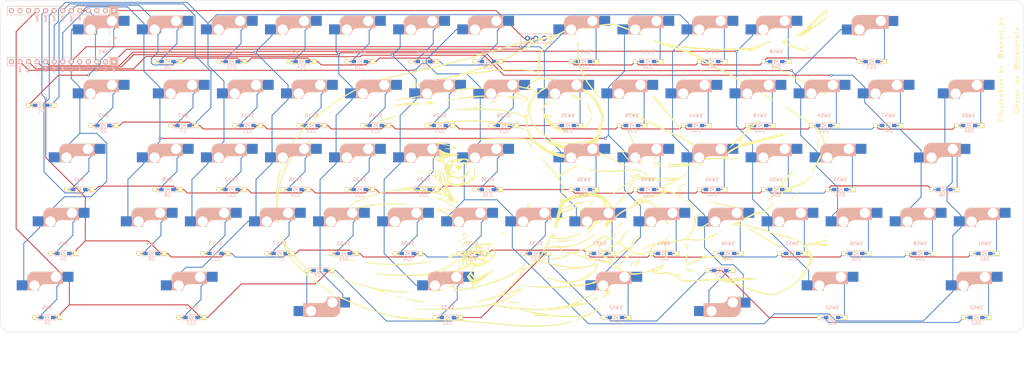
<source format=kicad_pcb>
(kicad_pcb (version 20171130) (host pcbnew "(5.1.10)-1")
  (layers (0 F.Cu signal) (31 B.Cu signal) (34 B.Paste user) (35 F.Paste user) (36 B.SilkS user) (37 F.SilkS user) (38 B.Mask user) (39 F.Mask user) (44 Edge.Cuts user))
  (net 0 "")
  (net 1 "Net-(D1-Pad2)")
  (net 2 Row0)
  (net 3 "Net-(D2-Pad2)")
  (net 4 Row1)
  (net 5 "Net-(D3-Pad2)")
  (net 6 Row2)
  (net 7 "Net-(D4-Pad2)")
  (net 8 "Net-(D5-Pad2)")
  (net 9 Row4)
  (net 10 "Net-(D6-Pad2)")
  (net 11 "Net-(D7-Pad2)")
  (net 12 "Net-(D8-Pad2)")
  (net 13 "Net-(D9-Pad2)")
  (net 14 "Net-(D10-Pad2)")
  (net 15 "Net-(D11-Pad2)")
  (net 16 "Net-(D12-Pad2)")
  (net 17 "Net-(D13-Pad2)")
  (net 18 "Net-(D14-Pad2)")
  (net 19 "Net-(D15-Pad2)")
  (net 20 "Net-(D16-Pad2)")
  (net 21 "Net-(D17-Pad2)")
  (net 22 "Net-(D18-Pad2)")
  (net 23 "Net-(D19-Pad2)")
  (net 24 "Net-(D20-Pad2)")
  (net 25 "Net-(D21-Pad2)")
  (net 26 "Net-(D22-Pad2)")
  (net 27 "Net-(D23-Pad2)")
  (net 28 "Net-(D24-Pad2)")
  (net 29 "Net-(D25-Pad2)")
  (net 30 "Net-(D26-Pad2)")
  (net 31 "Net-(D27-Pad2)")
  (net 32 "Net-(D28-Pad2)")
  (net 33 "Net-(D29-Pad2)")
  (net 34 "Net-(D30-Pad2)")
  (net 35 "Net-(D31-Pad2)")
  (net 36 "Net-(D32-Pad2)")
  (net 37 "Net-(D33-Pad2)")
  (net 38 "Net-(D34-Pad1)")
  (net 39 "Net-(D35-Pad1)")
  (net 40 "Net-(D36-Pad1)")
  (net 41 "Net-(D37-Pad1)")
  (net 42 "Net-(D38-Pad1)")
  (net 43 "Net-(D39-Pad1)")
  (net 44 "Net-(D40-Pad1)")
  (net 45 "Net-(D41-Pad1)")
  (net 46 "Net-(D42-Pad1)")
  (net 47 "Net-(D43-Pad1)")
  (net 48 "Net-(D44-Pad1)")
  (net 49 "Net-(D45-Pad1)")
  (net 50 "Net-(D46-Pad1)")
  (net 51 "Net-(D47-Pad1)")
  (net 52 "Net-(D48-Pad1)")
  (net 53 "Net-(D49-Pad1)")
  (net 54 "Net-(D50-Pad1)")
  (net 55 "Net-(D51-Pad1)")
  (net 56 "Net-(D52-Pad1)")
  (net 57 "Net-(D53-Pad1)")
  (net 58 "Net-(D54-Pad1)")
  (net 59 "Net-(D55-Pad1)")
  (net 60 "Net-(D56-Pad1)")
  (net 61 "Net-(D57-Pad1)")
  (net 62 "Net-(D58-Pad1)")
  (net 63 "Net-(D59-Pad1)")
  (net 64 "Net-(D60-Pad1)")
  (net 65 "Net-(D61-Pad1)")
  (net 66 "Net-(D62-Pad1)")
  (net 67 GND)
  (net 68 Bat+)
  (net 69 Col0)
  (net 70 Col1)
  (net 71 Col2)
  (net 72 Col3)
  (net 73 Col4)
  (net 74 Col5)
  (net 75 Col6)
  (net 76 Row3)
  (module key_logos:pcb_desinger (layer F.Cu) (at 321.41725 37.783 90)
    (fp_text reference designer_logo hide)
    (fp_text value LOGO hide)
  )
  (module key_logos:sanori_logo (layer F.Cu) (at 316.65475 37.783 90)
    (fp_text reference sanori_logo hide)
    (fp_text value LOGO hide)
  )
  (module key_logos:sanoridekaill (layer F.Cu) (at 178.54225 71.1205 90)
    (fp_text reference G*** hide)
    (fp_text value LOGO hide)
  )
  (module kbd_SW:CherryMX_Hotswap_1.0u (layer F.Cu) (at 49.955 28.2575)
    (fp_text reference SW1 (at 0 4) (layer B.SilkS) (effects (justify mirror)))
    (fp_text value SW_PUSH hide)
    (pad 2 smd rect (at 5.7 -5.12 180) (size 3.3 3) (drill (offset -0.45 0)) (layers B.Cu B.Paste B.Mask) (net 1 "Net-(D1-Pad2)"))
    (pad "" np_thru_hole circle (at -5.08 0) (size 2.2 2.2) (drill 2.2) (layers *.Cu *.Mask F.SilkS))
    (pad "" np_thru_hole circle (at 5.08 0) (size 2.2 2.2) (drill 2.2) (layers *.Cu *.Mask F.SilkS))
    (pad "" np_thru_hole circle (at 0 0 90) (size 4 4) (drill 4) (layers *.Cu *.Mask F.SilkS))
    (pad "" np_thru_hole circle (at 2.54 -5.08 180) (size 3 3) (drill 3) (layers *.Cu *.Mask))
    (pad "" np_thru_hole circle (at -3.81 -2.54 180) (size 3 3) (drill 3) (layers *.Cu *.Mask))
    (pad 1 smd rect (at -7 -2.58 180) (size 3.3 3) (drill (offset 0.45 0)) (layers B.Cu B.Paste B.Mask) (net 69 Col0))
  )
  (module kbd_SW:CherryMX_Hotswap_1.0u (layer F.Cu) (at 164.255 28.2575)
    (fp_text reference SW28 (at 0 4) (layer B.SilkS) (effects (justify mirror)))
    (fp_text value SW_PUSH hide)
    (pad 2 smd rect (at 5.7 -5.12 180) (size 3.3 3) (drill (offset -0.45 0)) (layers B.Cu B.Paste B.Mask) (net 32 "Net-(D28-Pad2)"))
    (pad "" np_thru_hole circle (at -5.08 0) (size 2.2 2.2) (drill 2.2) (layers *.Cu *.Mask F.SilkS))
    (pad "" np_thru_hole circle (at 5.08 0) (size 2.2 2.2) (drill 2.2) (layers *.Cu *.Mask F.SilkS))
    (pad "" np_thru_hole circle (at 0 0 90) (size 4 4) (drill 4) (layers *.Cu *.Mask F.SilkS))
    (pad "" np_thru_hole circle (at 2.54 -5.08 180) (size 3 3) (drill 3) (layers *.Cu *.Mask))
    (pad "" np_thru_hole circle (at -3.81 -2.54 180) (size 3 3) (drill 3) (layers *.Cu *.Mask))
    (pad 1 smd rect (at -7 -2.58 180) (size 3.3 3) (drill (offset 0.45 0)) (layers B.Cu B.Paste B.Mask) (net 75 Col6))
  )
  (module kbd_SW:CherryMX_Hotswap_1.0u (layer F.Cu) (at 230.93 28.2575)
    (fp_text reference SW43 (at 0 4) (layer B.SilkS) (effects (justify mirror)))
    (fp_text value SW_PUSH hide)
    (pad 2 smd rect (at 5.7 -5.12 180) (size 3.3 3) (drill (offset -0.45 0)) (layers B.Cu B.Paste B.Mask) (net 47 "Net-(D43-Pad1)"))
    (pad "" np_thru_hole circle (at -5.08 0) (size 2.2 2.2) (drill 2.2) (layers *.Cu *.Mask F.SilkS))
    (pad "" np_thru_hole circle (at 5.08 0) (size 2.2 2.2) (drill 2.2) (layers *.Cu *.Mask F.SilkS))
    (pad "" np_thru_hole circle (at 0 0 90) (size 4 4) (drill 4) (layers *.Cu *.Mask F.SilkS))
    (pad "" np_thru_hole circle (at 2.54 -5.08 180) (size 3 3) (drill 3) (layers *.Cu *.Mask))
    (pad "" np_thru_hole circle (at -3.81 -2.54 180) (size 3 3) (drill 3) (layers *.Cu *.Mask))
    (pad 1 smd rect (at -7 -2.58 180) (size 3.3 3) (drill (offset 0.45 0)) (layers B.Cu B.Paste B.Mask) (net 71 Col2))
  )
  (module kbd_SW:CherryMX_Hotswap_1.25u (layer F.Cu) (at 33.2862 104.458)
    (fp_text reference SW5 (at 0 4) (layer B.SilkS) (effects (justify mirror)))
    (fp_text value SW_PUSH hide)
    (pad 2 smd rect (at 5.7 -5.12 180) (size 3.3 3) (drill (offset -0.45 0)) (layers B.Cu B.Paste B.Mask) (net 8 "Net-(D5-Pad2)"))
    (pad "" np_thru_hole circle (at -5.08 0) (size 2.2 2.2) (drill 2.2) (layers *.Cu *.Mask F.SilkS))
    (pad "" np_thru_hole circle (at 5.08 0) (size 2.2 2.2) (drill 2.2) (layers *.Cu *.Mask F.SilkS))
    (pad "" np_thru_hole circle (at 0 0 90) (size 4 4) (drill 4) (layers *.Cu *.Mask F.SilkS))
    (pad "" np_thru_hole circle (at 2.54 -5.08 180) (size 3 3) (drill 3) (layers *.Cu *.Mask))
    (pad "" np_thru_hole circle (at -3.81 -2.54 180) (size 3 3) (drill 3) (layers *.Cu *.Mask))
    (pad 1 smd rect (at -7 -2.58 180) (size 3.3 3) (drill (offset 0.45 0)) (layers B.Cu B.Paste B.Mask) (net 69 Col0))
  )
  (module kbd_Parts:Micon_BMP_GL (layer B.Cu) (at 36.095 27.7375 90)
    (fp_text reference U1 hide)
    (fp_text value BLEMicroPro hide)
    (fp_text user BAT- (at 5.3 17.018 -90) (layer B.SilkS) (effects (font (size 0.75 0.5) (thickness 0.125)) (justify mirror)))
    (fp_text user BAT+ (at -9.9155 17.018 -90) (layer B.SilkS) (effects (font (size 0.75 0.5) (thickness 0.125)) (justify mirror)))
    (fp_text user b (at -0.5 17.25 -90) (layer B.SilkS) (effects (justify mirror)))
    (fp_text user RAW (at -9.8155 14.478 -90) (layer B.SilkS) (effects (font (size 0.75 0.5) (thickness 0.125)) (justify mirror)))
    (fp_text user LED (at 5.5 14.478 -90) (layer B.SilkS) (effects (font (size 0.75 0.5) (thickness 0.125)) (justify mirror)))
    (fp_text user GND (at -9.8155 11.938 -90) (layer B.SilkS) (effects (font (size 0.75 0.5) (thickness 0.125)) (justify mirror)))
    (fp_text user RST (at -9.8155 9.3345 -90) (layer B.SilkS) (effects (font (size 0.75 0.5) (thickness 0.125)) (justify mirror)))
    (fp_text user GND (at 5.4245 9.3345 -90) (layer B.SilkS) (effects (font (size 0.75 0.5) (thickness 0.125)) (justify mirror)))
    (fp_text user VCC (at -9.8155 6.858 -90) (layer B.SilkS) (effects (font (size 0.75 0.5) (thickness 0.125)) (justify mirror)))
    (fp_text user GND (at 5.361 6.7945 -90) (layer B.SilkS) (effects (font (size 0.75 0.5) (thickness 0.125)) (justify mirror)))
    (fp_text user Col3 (at -9.9 -3.35 -90) (layer B.SilkS) (effects (font (size 0.75 0.5) (thickness 0.125)) (justify mirror)))
    (fp_text user Row2 (at 5.2 -0.8 -90) (layer B.SilkS) (effects (font (size 0.75 0.5) (thickness 0.125)) (justify mirror)))
    (fp_text user Col2 (at -9.9 -0.762 -90) (layer B.SilkS) (effects (font (size 0.75 0.5) (thickness 0.125)) (justify mirror)))
    (fp_text user Row1 (at 5.161 1.778 -90) (layer B.SilkS) (effects (font (size 0.75 0.5) (thickness 0.125)) (justify mirror)))
    (fp_text user Col1 (at -9.85 1.778 -90) (layer B.SilkS) (effects (font (size 0.75 0.5) (thickness 0.125)) (justify mirror)))
    (fp_text user Row0 (at 5.161 4.318 -90) (layer B.SilkS) (effects (font (size 0.75 0.5) (thickness 0.125)) (justify mirror)))
    (fp_text user Col0 (at -9.9 4.3 -90) (layer B.SilkS) (effects (font (size 0.75 0.5) (thickness 0.125)) (justify mirror)))
    (fp_text user Col6 (at -9.95 -10.95 -90) (layer B.SilkS) (effects (font (size 0.75 0.5) (thickness 0.125)) (justify mirror)))
    (fp_text user b (at 5.2 -8.4455 -90) (layer B.SilkS) (effects (font (size 0.75 0.5) (thickness 0.125)) (justify mirror)))
    (fp_text user Col5 (at -9.95 -8.4455 -90) (layer B.SilkS) (effects (font (size 0.75 0.5) (thickness 0.125)) (justify mirror)))
    (fp_text user Row4 (at 5.2 -5.85 -90) (layer B.SilkS) (effects (font (size 0.75 0.5) (thickness 0.125)) (justify mirror)))
    (fp_text user Col4 (at -9.95 -5.85 -90) (layer B.SilkS) (effects (font (size 0.75 0.5) (thickness 0.125)) (justify mirror)))
    (fp_text user Row3 (at 5.25 -3.302 -90) (layer B.SilkS) (effects (font (size 0.75 0.5) (thickness 0.125)) (justify mirror)))
    (pad 25 thru_hole circle (at -7.5636 17.018 90) (size 1.524 1.524) (drill 0.8128) (layers *.Cu *.Mask B.SilkS) (net 68 Bat+))
    (pad 26 thru_hole circle (at 7.6564 17.018 90) (size 1.524 1.524) (drill 0.8128) (layers *.Cu *.Mask B.SilkS) (net 67 GND))
    (pad 1 thru_hole circle (at 7.6564 14.478 90) (size 1.524 1.524) (drill 0.8128) (layers *.Cu *.Mask B.SilkS))
    (pad 2 thru_hole circle (at 7.6564 11.938 90) (size 1.524 1.524) (drill 0.8128) (layers *.Cu *.Mask B.SilkS))
    (pad 3 thru_hole circle (at 7.6564 9.398 90) (size 1.524 1.524) (drill 0.8128) (layers *.Cu *.Mask B.SilkS) (net 67 GND))
    (pad 4 thru_hole circle (at 7.6564 6.858 90) (size 1.524 1.524) (drill 0.8128) (layers *.Cu *.Mask B.SilkS) (net 67 GND))
    (pad 5 thru_hole circle (at 7.6564 4.318 90) (size 1.524 1.524) (drill 0.8128) (layers *.Cu *.Mask B.SilkS) (net 2 Row0))
    (pad 6 thru_hole circle (at 7.6564 1.778 90) (size 1.524 1.524) (drill 0.8128) (layers *.Cu *.Mask B.SilkS) (net 4 Row1))
    (pad 7 thru_hole circle (at 7.6564 -0.762 90) (size 1.524 1.524) (drill 0.8128) (layers *.Cu *.Mask B.SilkS) (net 6 Row2))
    (pad 8 thru_hole circle (at 7.6564 -3.302 90) (size 1.524 1.524) (drill 0.8128) (layers *.Cu *.Mask B.SilkS) (net 76 Row3))
    (pad 9 thru_hole circle (at 7.6564 -5.842 90) (size 1.524 1.524) (drill 0.8128) (layers *.Cu *.Mask B.SilkS) (net 9 Row4))
    (pad 10 thru_hole circle (at 7.6564 -8.382 90) (size 1.524 1.524) (drill 0.8128) (layers *.Cu *.Mask B.SilkS))
    (pad 11 thru_hole circle (at 7.6564 -10.922 90) (size 1.524 1.524) (drill 0.8128) (layers *.Cu *.Mask B.SilkS))
    (pad 12 thru_hole circle (at 7.6564 -13.462 90) (size 1.524 1.524) (drill 0.8128) (layers *.Cu *.Mask B.SilkS))
    (pad 13 thru_hole circle (at -7.5636 -13.462 90) (size 1.524 1.524) (drill 0.8128) (layers *.Cu *.Mask B.SilkS))
    (pad 14 thru_hole circle (at -7.5636 -10.922 90) (size 1.524 1.524) (drill 0.8128) (layers *.Cu *.Mask B.SilkS) (net 75 Col6))
    (pad 15 thru_hole circle (at -7.5636 -8.382 90) (size 1.524 1.524) (drill 0.8128) (layers *.Cu *.Mask B.SilkS) (net 74 Col5))
    (pad 16 thru_hole circle (at -7.5636 -5.842 90) (size 1.524 1.524) (drill 0.8128) (layers *.Cu *.Mask B.SilkS) (net 73 Col4))
    (pad 17 thru_hole circle (at -7.5636 -3.302 90) (size 1.524 1.524) (drill 0.8128) (layers *.Cu *.Mask B.SilkS) (net 72 Col3))
    (pad 18 thru_hole circle (at -7.5636 -0.762 90) (size 1.524 1.524) (drill 0.8128) (layers *.Cu *.Mask B.SilkS) (net 71 Col2))
    (pad 19 thru_hole circle (at -7.5636 1.778 90) (size 1.524 1.524) (drill 0.8128) (layers *.Cu *.Mask B.SilkS) (net 70 Col1))
    (pad 20 thru_hole circle (at -7.5636 4.318 90) (size 1.524 1.524) (drill 0.8128) (layers *.Cu *.Mask B.SilkS) (net 69 Col0))
    (pad 21 thru_hole circle (at -7.5636 6.858 90) (size 1.524 1.524) (drill 0.8128) (layers *.Cu *.Mask B.SilkS))
    (pad 22 thru_hole circle (at -7.5636 9.398 90) (size 1.524 1.524) (drill 0.8128) (layers *.Cu *.Mask B.SilkS))
    (pad 23 thru_hole circle (at -7.5636 11.938 90) (size 1.524 1.524) (drill 0.8128) (layers *.Cu *.Mask B.SilkS) (net 67 GND))
    (pad 24 thru_hole circle (at -7.5636 14.478 90) (size 1.524 1.524) (drill 0.8128) (layers *.Cu *.Mask B.SilkS))
  )
  (module kbd_SW:CherryMX_Hotswap_1.25u (layer F.Cu) (at 309.511 104.458)
    (fp_text reference SW62 (at 0 4) (layer B.SilkS) (effects (justify mirror)))
    (fp_text value SW_PUSH hide)
    (pad 2 smd rect (at 5.7 -5.12 180) (size 3.3 3) (drill (offset -0.45 0)) (layers B.Cu B.Paste B.Mask) (net 66 "Net-(D62-Pad1)"))
    (pad "" np_thru_hole circle (at -5.08 0) (size 2.2 2.2) (drill 2.2) (layers *.Cu *.Mask F.SilkS))
    (pad "" np_thru_hole circle (at 5.08 0) (size 2.2 2.2) (drill 2.2) (layers *.Cu *.Mask F.SilkS))
    (pad "" np_thru_hole circle (at 0 0 90) (size 4 4) (drill 4) (layers *.Cu *.Mask F.SilkS))
    (pad "" np_thru_hole circle (at 2.54 -5.08 180) (size 3 3) (drill 3) (layers *.Cu *.Mask))
    (pad "" np_thru_hole circle (at -3.81 -2.54 180) (size 3 3) (drill 3) (layers *.Cu *.Mask))
    (pad 1 smd rect (at -7 -2.58 180) (size 3.3 3) (drill (offset 0.45 0)) (layers B.Cu B.Paste B.Mask) (net 75 Col6))
  )
  (module kbd_SW:CherryMX_Hotswap_1.0u (layer F.Cu) (at 311.892 85.4075)
    (fp_text reference SW61 (at 0 4) (layer B.SilkS) (effects (justify mirror)))
    (fp_text value SW_PUSH hide)
    (pad 2 smd rect (at 5.7 -5.12 180) (size 3.3 3) (drill (offset -0.45 0)) (layers B.Cu B.Paste B.Mask) (net 65 "Net-(D61-Pad1)"))
    (pad "" np_thru_hole circle (at -5.08 0) (size 2.2 2.2) (drill 2.2) (layers *.Cu *.Mask F.SilkS))
    (pad "" np_thru_hole circle (at 5.08 0) (size 2.2 2.2) (drill 2.2) (layers *.Cu *.Mask F.SilkS))
    (pad "" np_thru_hole circle (at 0 0 90) (size 4 4) (drill 4) (layers *.Cu *.Mask F.SilkS))
    (pad "" np_thru_hole circle (at 2.54 -5.08 180) (size 3 3) (drill 3) (layers *.Cu *.Mask))
    (pad "" np_thru_hole circle (at -3.81 -2.54 180) (size 3 3) (drill 3) (layers *.Cu *.Mask))
    (pad 1 smd rect (at -7 -2.58 180) (size 3.3 3) (drill (offset 0.45 0)) (layers B.Cu B.Paste B.Mask) (net 75 Col6))
  )
  (module kbd_SW:CherryMX_Hotswap_1.0u (layer F.Cu) (at 307.13 47.3075)
    (fp_text reference SW60 (at 0 4) (layer B.SilkS) (effects (justify mirror)))
    (fp_text value SW_PUSH hide)
    (pad 2 smd rect (at 5.7 -5.12 180) (size 3.3 3) (drill (offset -0.45 0)) (layers B.Cu B.Paste B.Mask) (net 64 "Net-(D60-Pad1)"))
    (pad "" np_thru_hole circle (at -5.08 0) (size 2.2 2.2) (drill 2.2) (layers *.Cu *.Mask F.SilkS))
    (pad "" np_thru_hole circle (at 5.08 0) (size 2.2 2.2) (drill 2.2) (layers *.Cu *.Mask F.SilkS))
    (pad "" np_thru_hole circle (at 0 0 90) (size 4 4) (drill 4) (layers *.Cu *.Mask F.SilkS))
    (pad "" np_thru_hole circle (at 2.54 -5.08 180) (size 3 3) (drill 3) (layers *.Cu *.Mask))
    (pad "" np_thru_hole circle (at -3.81 -2.54 180) (size 3 3) (drill 3) (layers *.Cu *.Mask))
    (pad 1 smd rect (at -7 -2.58 180) (size 3.3 3) (drill (offset 0.45 0)) (layers B.Cu B.Paste B.Mask) (net 75 Col6))
  )
  (module kbd_SW:CherryMX_Hotswap_1.0u (layer F.Cu) (at 292.842 85.4075)
    (fp_text reference SW59 (at 0 4) (layer B.SilkS) (effects (justify mirror)))
    (fp_text value SW_PUSH hide)
    (pad 2 smd rect (at 5.7 -5.12 180) (size 3.3 3) (drill (offset -0.45 0)) (layers B.Cu B.Paste B.Mask) (net 63 "Net-(D59-Pad1)"))
    (pad "" np_thru_hole circle (at -5.08 0) (size 2.2 2.2) (drill 2.2) (layers *.Cu *.Mask F.SilkS))
    (pad "" np_thru_hole circle (at 5.08 0) (size 2.2 2.2) (drill 2.2) (layers *.Cu *.Mask F.SilkS))
    (pad "" np_thru_hole circle (at 0 0 90) (size 4 4) (drill 4) (layers *.Cu *.Mask F.SilkS))
    (pad "" np_thru_hole circle (at 2.54 -5.08 180) (size 3 3) (drill 3) (layers *.Cu *.Mask))
    (pad "" np_thru_hole circle (at -3.81 -2.54 180) (size 3 3) (drill 3) (layers *.Cu *.Mask))
    (pad 1 smd rect (at -7 -2.58 180) (size 3.3 3) (drill (offset 0.45 0)) (layers B.Cu B.Paste B.Mask) (net 74 Col5))
  )
  (module kbd_SW:CherryMX_Hotswap_2.25u (layer F.Cu) (at 299.986 66.3575)
    (fp_text reference SW58 hide)
    (fp_text value SW_PUSH hide)
    (pad 2 smd rect (at 5.6 -5.08 180) (size 3.3 3) (drill (offset -0.5 0)) (layers B.Cu B.Paste B.Mask) (net 62 "Net-(D58-Pad1)"))
    (pad "" np_thru_hole circle (at -3.81 -2.54 180) (size 3 3) (drill 3) (layers *.Cu *.Mask))
    (pad "" np_thru_hole circle (at -5.08 0) (size 1.8 1.8) (drill 1.8) (layers *.Cu *.Mask))
    (pad "" np_thru_hole circle (at 5.08 0) (size 1.8 1.8) (drill 1.8) (layers *.Cu *.Mask))
    (pad "" np_thru_hole circle (at 0 0 90) (size 4 4) (drill 4) (layers *.Cu *.Mask))
    (pad "" np_thru_hole circle (at 2.54 -5.08 180) (size 3 3) (drill 3) (layers *.Cu *.Mask))
    (pad 1 smd rect (at -6.9 -2.54 180) (size 3.3 3) (drill (offset 0.5 0)) (layers B.Cu B.Paste B.Mask) (net 74 Col5))
    (pad "" np_thru_hole circle (at -11.9 -7 180) (size 3.05 3.05) (drill 3.05) (layers *.Cu *.Mask))
    (pad "" np_thru_hole circle (at 11.9 -7 180) (size 3.05 3.05) (drill 3.05) (layers *.Cu *.Mask))
    (pad "" np_thru_hole circle (at 11.9 8.24 180) (size 4 4) (drill 4) (layers *.Cu *.Mask))
    (pad "" np_thru_hole circle (at -11.9 8.24 180) (size 4 4) (drill 4) (layers *.Cu *.Mask))
  )
  (module kbd_SW:CherryMX_Hotswap_1.0u (layer F.Cu) (at 283.318 47.3075)
    (fp_text reference SW57 (at 0 4) (layer B.SilkS) (effects (justify mirror)))
    (fp_text value SW_PUSH hide)
    (pad 2 smd rect (at 5.7 -5.12 180) (size 3.3 3) (drill (offset -0.45 0)) (layers B.Cu B.Paste B.Mask) (net 61 "Net-(D57-Pad1)"))
    (pad "" np_thru_hole circle (at -5.08 0) (size 2.2 2.2) (drill 2.2) (layers *.Cu *.Mask F.SilkS))
    (pad "" np_thru_hole circle (at 5.08 0) (size 2.2 2.2) (drill 2.2) (layers *.Cu *.Mask F.SilkS))
    (pad "" np_thru_hole circle (at 0 0 90) (size 4 4) (drill 4) (layers *.Cu *.Mask F.SilkS))
    (pad "" np_thru_hole circle (at 2.54 -5.08 180) (size 3 3) (drill 3) (layers *.Cu *.Mask))
    (pad "" np_thru_hole circle (at -3.81 -2.54 180) (size 3 3) (drill 3) (layers *.Cu *.Mask))
    (pad 1 smd rect (at -7 -2.58 180) (size 3.3 3) (drill (offset 0.45 0)) (layers B.Cu B.Paste B.Mask) (net 74 Col5))
  )
  (module kbd_SW:CherryMX_Hotswap_1.0u (layer F.Cu) (at 273.792 85.4075)
    (fp_text reference SW56 (at 0 4) (layer B.SilkS) (effects (justify mirror)))
    (fp_text value SW_PUSH hide)
    (pad 2 smd rect (at 5.7 -5.12 180) (size 3.3 3) (drill (offset -0.45 0)) (layers B.Cu B.Paste B.Mask) (net 60 "Net-(D56-Pad1)"))
    (pad "" np_thru_hole circle (at -5.08 0) (size 2.2 2.2) (drill 2.2) (layers *.Cu *.Mask F.SilkS))
    (pad "" np_thru_hole circle (at 5.08 0) (size 2.2 2.2) (drill 2.2) (layers *.Cu *.Mask F.SilkS))
    (pad "" np_thru_hole circle (at 0 0 90) (size 4 4) (drill 4) (layers *.Cu *.Mask F.SilkS))
    (pad "" np_thru_hole circle (at 2.54 -5.08 180) (size 3 3) (drill 3) (layers *.Cu *.Mask))
    (pad "" np_thru_hole circle (at -3.81 -2.54 180) (size 3 3) (drill 3) (layers *.Cu *.Mask))
    (pad 1 smd rect (at -7 -2.58 180) (size 3.3 3) (drill (offset 0.45 0)) (layers B.Cu B.Paste B.Mask) (net 73 Col4))
  )
  (module kbd_SW:CherryMX_Hotswap_1.0u (layer F.Cu) (at 269.03 66.3575)
    (fp_text reference SW55 (at 0 4) (layer B.SilkS) (effects (justify mirror)))
    (fp_text value SW_PUSH hide)
    (pad 2 smd rect (at 5.7 -5.12 180) (size 3.3 3) (drill (offset -0.45 0)) (layers B.Cu B.Paste B.Mask) (net 59 "Net-(D55-Pad1)"))
    (pad "" np_thru_hole circle (at -5.08 0) (size 2.2 2.2) (drill 2.2) (layers *.Cu *.Mask F.SilkS))
    (pad "" np_thru_hole circle (at 5.08 0) (size 2.2 2.2) (drill 2.2) (layers *.Cu *.Mask F.SilkS))
    (pad "" np_thru_hole circle (at 0 0 90) (size 4 4) (drill 4) (layers *.Cu *.Mask F.SilkS))
    (pad "" np_thru_hole circle (at 2.54 -5.08 180) (size 3 3) (drill 3) (layers *.Cu *.Mask))
    (pad "" np_thru_hole circle (at -3.81 -2.54 180) (size 3 3) (drill 3) (layers *.Cu *.Mask))
    (pad 1 smd rect (at -7 -2.58 180) (size 3.3 3) (drill (offset 0.45 0)) (layers B.Cu B.Paste B.Mask) (net 73 Col4))
  )
  (module kbd_SW:CherryMX_Hotswap_1.0u (layer F.Cu) (at 264.268 47.3075)
    (fp_text reference SW54 (at 0 4) (layer B.SilkS) (effects (justify mirror)))
    (fp_text value SW_PUSH hide)
    (pad 2 smd rect (at 5.7 -5.12 180) (size 3.3 3) (drill (offset -0.45 0)) (layers B.Cu B.Paste B.Mask) (net 58 "Net-(D54-Pad1)"))
    (pad "" np_thru_hole circle (at -5.08 0) (size 2.2 2.2) (drill 2.2) (layers *.Cu *.Mask F.SilkS))
    (pad "" np_thru_hole circle (at 5.08 0) (size 2.2 2.2) (drill 2.2) (layers *.Cu *.Mask F.SilkS))
    (pad "" np_thru_hole circle (at 0 0 90) (size 4 4) (drill 4) (layers *.Cu *.Mask F.SilkS))
    (pad "" np_thru_hole circle (at 2.54 -5.08 180) (size 3 3) (drill 3) (layers *.Cu *.Mask))
    (pad "" np_thru_hole circle (at -3.81 -2.54 180) (size 3 3) (drill 3) (layers *.Cu *.Mask))
    (pad 1 smd rect (at -7 -2.58 180) (size 3.3 3) (drill (offset 0.45 0)) (layers B.Cu B.Paste B.Mask) (net 73 Col4))
  )
  (module kbd_SW:CherryMX_Hotswap_2u (layer F.Cu) (at 278.555 28.2575)
    (fp_text reference SW53 hide)
    (fp_text value SW_PUSH hide)
    (pad "" np_thru_hole circle (at -11.9 8.24 180) (size 4 4) (drill 4) (layers *.Cu *.Mask))
    (pad "" np_thru_hole circle (at 11.9 8.24 180) (size 4 4) (drill 4) (layers *.Cu *.Mask))
    (pad "" np_thru_hole circle (at 11.9 -7 180) (size 3.05 3.05) (drill 3.05) (layers *.Cu *.Mask))
    (pad "" np_thru_hole circle (at -11.9 -7 180) (size 3.05 3.05) (drill 3.05) (layers *.Cu *.Mask))
    (pad 1 smd rect (at -6.9 -2.54 180) (size 3.3 3) (drill (offset 0.5 0)) (layers B.Cu B.Paste B.Mask) (net 73 Col4))
    (pad "" np_thru_hole circle (at 2.54 -5.08 180) (size 3 3) (drill 3) (layers *.Cu *.Mask))
    (pad "" np_thru_hole circle (at 0 0 90) (size 4 4) (drill 4) (layers *.Cu *.Mask))
    (pad "" np_thru_hole circle (at 5.08 0) (size 1.8 1.8) (drill 1.8) (layers *.Cu *.Mask))
    (pad "" np_thru_hole circle (at -5.08 0) (size 1.8 1.8) (drill 1.8) (layers *.Cu *.Mask))
    (pad "" np_thru_hole circle (at -3.81 -2.54 180) (size 3 3) (drill 3) (layers *.Cu *.Mask))
    (pad 2 smd rect (at 5.6 -5.08 180) (size 3.3 3) (drill (offset -0.5 0)) (layers B.Cu B.Paste B.Mask) (net 57 "Net-(D53-Pad1)"))
  )
  (module kbd_SW:CherryMX_Hotswap_1.25u (layer F.Cu) (at 266.649 104.458)
    (fp_text reference SW52 (at 0 4) (layer B.SilkS) (effects (justify mirror)))
    (fp_text value SW_PUSH hide)
    (pad 2 smd rect (at 5.7 -5.12 180) (size 3.3 3) (drill (offset -0.45 0)) (layers B.Cu B.Paste B.Mask) (net 56 "Net-(D52-Pad1)"))
    (pad "" np_thru_hole circle (at -5.08 0) (size 2.2 2.2) (drill 2.2) (layers *.Cu *.Mask F.SilkS))
    (pad "" np_thru_hole circle (at 5.08 0) (size 2.2 2.2) (drill 2.2) (layers *.Cu *.Mask F.SilkS))
    (pad "" np_thru_hole circle (at 0 0 90) (size 4 4) (drill 4) (layers *.Cu *.Mask F.SilkS))
    (pad "" np_thru_hole circle (at 2.54 -5.08 180) (size 3 3) (drill 3) (layers *.Cu *.Mask))
    (pad "" np_thru_hole circle (at -3.81 -2.54 180) (size 3 3) (drill 3) (layers *.Cu *.Mask))
    (pad 1 smd rect (at -7 -2.58 180) (size 3.3 3) (drill (offset 0.45 0)) (layers B.Cu B.Paste B.Mask) (net 72 Col3))
  )
  (module kbd_SW:CherryMX_Hotswap_1.0u (layer F.Cu) (at 254.742 85.4075)
    (fp_text reference SW51 (at 0 4) (layer B.SilkS) (effects (justify mirror)))
    (fp_text value SW_PUSH hide)
    (pad 2 smd rect (at 5.7 -5.12 180) (size 3.3 3) (drill (offset -0.45 0)) (layers B.Cu B.Paste B.Mask) (net 55 "Net-(D51-Pad1)"))
    (pad "" np_thru_hole circle (at -5.08 0) (size 2.2 2.2) (drill 2.2) (layers *.Cu *.Mask F.SilkS))
    (pad "" np_thru_hole circle (at 5.08 0) (size 2.2 2.2) (drill 2.2) (layers *.Cu *.Mask F.SilkS))
    (pad "" np_thru_hole circle (at 0 0 90) (size 4 4) (drill 4) (layers *.Cu *.Mask F.SilkS))
    (pad "" np_thru_hole circle (at 2.54 -5.08 180) (size 3 3) (drill 3) (layers *.Cu *.Mask))
    (pad "" np_thru_hole circle (at -3.81 -2.54 180) (size 3 3) (drill 3) (layers *.Cu *.Mask))
    (pad 1 smd rect (at -7 -2.58 180) (size 3.3 3) (drill (offset 0.45 0)) (layers B.Cu B.Paste B.Mask) (net 72 Col3))
  )
  (module kbd_SW:CherryMX_Hotswap_1.0u (layer F.Cu) (at 249.98 66.3575)
    (fp_text reference SW50 (at 0 4) (layer B.SilkS) (effects (justify mirror)))
    (fp_text value SW_PUSH hide)
    (pad 2 smd rect (at 5.7 -5.12 180) (size 3.3 3) (drill (offset -0.45 0)) (layers B.Cu B.Paste B.Mask) (net 54 "Net-(D50-Pad1)"))
    (pad "" np_thru_hole circle (at -5.08 0) (size 2.2 2.2) (drill 2.2) (layers *.Cu *.Mask F.SilkS))
    (pad "" np_thru_hole circle (at 5.08 0) (size 2.2 2.2) (drill 2.2) (layers *.Cu *.Mask F.SilkS))
    (pad "" np_thru_hole circle (at 0 0 90) (size 4 4) (drill 4) (layers *.Cu *.Mask F.SilkS))
    (pad "" np_thru_hole circle (at 2.54 -5.08 180) (size 3 3) (drill 3) (layers *.Cu *.Mask))
    (pad "" np_thru_hole circle (at -3.81 -2.54 180) (size 3 3) (drill 3) (layers *.Cu *.Mask))
    (pad 1 smd rect (at -7 -2.58 180) (size 3.3 3) (drill (offset 0.45 0)) (layers B.Cu B.Paste B.Mask) (net 72 Col3))
  )
  (module kbd_SW:CherryMX_Hotswap_1.0u (layer F.Cu) (at 245.218 47.3075)
    (fp_text reference SW49 (at 0 4) (layer B.SilkS) (effects (justify mirror)))
    (fp_text value SW_PUSH hide)
    (pad 2 smd rect (at 5.7 -5.12 180) (size 3.3 3) (drill (offset -0.45 0)) (layers B.Cu B.Paste B.Mask) (net 53 "Net-(D49-Pad1)"))
    (pad "" np_thru_hole circle (at -5.08 0) (size 2.2 2.2) (drill 2.2) (layers *.Cu *.Mask F.SilkS))
    (pad "" np_thru_hole circle (at 5.08 0) (size 2.2 2.2) (drill 2.2) (layers *.Cu *.Mask F.SilkS))
    (pad "" np_thru_hole circle (at 0 0 90) (size 4 4) (drill 4) (layers *.Cu *.Mask F.SilkS))
    (pad "" np_thru_hole circle (at 2.54 -5.08 180) (size 3 3) (drill 3) (layers *.Cu *.Mask))
    (pad "" np_thru_hole circle (at -3.81 -2.54 180) (size 3 3) (drill 3) (layers *.Cu *.Mask))
    (pad 1 smd rect (at -7 -2.58 180) (size 3.3 3) (drill (offset 0.45 0)) (layers B.Cu B.Paste B.Mask) (net 72 Col3))
  )
  (module kbd_SW:CherryMX_Hotswap_1.0u (layer F.Cu) (at 249.98 28.2575)
    (fp_text reference SW48 (at 0 4) (layer B.SilkS) (effects (justify mirror)))
    (fp_text value SW_PUSH hide)
    (pad 2 smd rect (at 5.7 -5.12 180) (size 3.3 3) (drill (offset -0.45 0)) (layers B.Cu B.Paste B.Mask) (net 52 "Net-(D48-Pad1)"))
    (pad "" np_thru_hole circle (at -5.08 0) (size 2.2 2.2) (drill 2.2) (layers *.Cu *.Mask F.SilkS))
    (pad "" np_thru_hole circle (at 5.08 0) (size 2.2 2.2) (drill 2.2) (layers *.Cu *.Mask F.SilkS))
    (pad "" np_thru_hole circle (at 0 0 90) (size 4 4) (drill 4) (layers *.Cu *.Mask F.SilkS))
    (pad "" np_thru_hole circle (at 2.54 -5.08 180) (size 3 3) (drill 3) (layers *.Cu *.Mask))
    (pad "" np_thru_hole circle (at -3.81 -2.54 180) (size 3 3) (drill 3) (layers *.Cu *.Mask))
    (pad 1 smd rect (at -7 -2.58 180) (size 3.3 3) (drill (offset 0.45 0)) (layers B.Cu B.Paste B.Mask) (net 72 Col3))
  )
  (module kbd_SW:CherryMX_Hotswap_2.25u (layer F.Cu) (at 233.311 104.458 180)
    (fp_text reference SW47 hide)
    (fp_text value SW_PUSH hide)
    (pad 2 smd rect (at 5.6 -5.08) (size 3.3 3) (drill (offset -0.5 0)) (layers B.Cu B.Paste B.Mask) (net 51 "Net-(D47-Pad1)"))
    (pad "" np_thru_hole circle (at -3.81 -2.54) (size 3 3) (drill 3) (layers *.Cu *.Mask))
    (pad "" np_thru_hole circle (at -5.08 0 180) (size 1.8 1.8) (drill 1.8) (layers *.Cu *.Mask))
    (pad "" np_thru_hole circle (at 5.08 0 180) (size 1.8 1.8) (drill 1.8) (layers *.Cu *.Mask))
    (pad "" np_thru_hole circle (at 0 0 270) (size 4 4) (drill 4) (layers *.Cu *.Mask))
    (pad "" np_thru_hole circle (at 2.54 -5.08) (size 3 3) (drill 3) (layers *.Cu *.Mask))
    (pad 1 smd rect (at -6.9 -2.54) (size 3.3 3) (drill (offset 0.5 0)) (layers B.Cu B.Paste B.Mask) (net 71 Col2))
    (pad "" np_thru_hole circle (at -11.9 -7) (size 3.05 3.05) (drill 3.05) (layers *.Cu *.Mask))
    (pad "" np_thru_hole circle (at 11.9 -7) (size 3.05 3.05) (drill 3.05) (layers *.Cu *.Mask))
    (pad "" np_thru_hole circle (at 11.9 8.24) (size 4 4) (drill 4) (layers *.Cu *.Mask))
    (pad "" np_thru_hole circle (at -11.9 8.24) (size 4 4) (drill 4) (layers *.Cu *.Mask))
  )
  (module kbd_SW:CherryMX_Hotswap_1.0u (layer F.Cu) (at 235.692 85.4075)
    (fp_text reference SW46 (at 0 4) (layer B.SilkS) (effects (justify mirror)))
    (fp_text value SW_PUSH hide)
    (pad 2 smd rect (at 5.7 -5.12 180) (size 3.3 3) (drill (offset -0.45 0)) (layers B.Cu B.Paste B.Mask) (net 50 "Net-(D46-Pad1)"))
    (pad "" np_thru_hole circle (at -5.08 0) (size 2.2 2.2) (drill 2.2) (layers *.Cu *.Mask F.SilkS))
    (pad "" np_thru_hole circle (at 5.08 0) (size 2.2 2.2) (drill 2.2) (layers *.Cu *.Mask F.SilkS))
    (pad "" np_thru_hole circle (at 0 0 90) (size 4 4) (drill 4) (layers *.Cu *.Mask F.SilkS))
    (pad "" np_thru_hole circle (at 2.54 -5.08 180) (size 3 3) (drill 3) (layers *.Cu *.Mask))
    (pad "" np_thru_hole circle (at -3.81 -2.54 180) (size 3 3) (drill 3) (layers *.Cu *.Mask))
    (pad 1 smd rect (at -7 -2.58 180) (size 3.3 3) (drill (offset 0.45 0)) (layers B.Cu B.Paste B.Mask) (net 71 Col2))
  )
  (module kbd_SW:CherryMX_Hotswap_1.0u (layer F.Cu) (at 230.93 66.3575)
    (fp_text reference SW45 (at 0 4) (layer B.SilkS) (effects (justify mirror)))
    (fp_text value SW_PUSH hide)
    (pad 2 smd rect (at 5.7 -5.12 180) (size 3.3 3) (drill (offset -0.45 0)) (layers B.Cu B.Paste B.Mask) (net 49 "Net-(D45-Pad1)"))
    (pad "" np_thru_hole circle (at -5.08 0) (size 2.2 2.2) (drill 2.2) (layers *.Cu *.Mask F.SilkS))
    (pad "" np_thru_hole circle (at 5.08 0) (size 2.2 2.2) (drill 2.2) (layers *.Cu *.Mask F.SilkS))
    (pad "" np_thru_hole circle (at 0 0 90) (size 4 4) (drill 4) (layers *.Cu *.Mask F.SilkS))
    (pad "" np_thru_hole circle (at 2.54 -5.08 180) (size 3 3) (drill 3) (layers *.Cu *.Mask))
    (pad "" np_thru_hole circle (at -3.81 -2.54 180) (size 3 3) (drill 3) (layers *.Cu *.Mask))
    (pad 1 smd rect (at -7 -2.58 180) (size 3.3 3) (drill (offset 0.45 0)) (layers B.Cu B.Paste B.Mask) (net 71 Col2))
  )
  (module kbd_SW:CherryMX_Hotswap_1.0u (layer F.Cu) (at 226.168 47.3075)
    (fp_text reference SW44 (at 0 4) (layer B.SilkS) (effects (justify mirror)))
    (fp_text value SW_PUSH hide)
    (pad 2 smd rect (at 5.7 -5.12 180) (size 3.3 3) (drill (offset -0.45 0)) (layers B.Cu B.Paste B.Mask) (net 48 "Net-(D44-Pad1)"))
    (pad "" np_thru_hole circle (at -5.08 0) (size 2.2 2.2) (drill 2.2) (layers *.Cu *.Mask F.SilkS))
    (pad "" np_thru_hole circle (at 5.08 0) (size 2.2 2.2) (drill 2.2) (layers *.Cu *.Mask F.SilkS))
    (pad "" np_thru_hole circle (at 0 0 90) (size 4 4) (drill 4) (layers *.Cu *.Mask F.SilkS))
    (pad "" np_thru_hole circle (at 2.54 -5.08 180) (size 3 3) (drill 3) (layers *.Cu *.Mask))
    (pad "" np_thru_hole circle (at -3.81 -2.54 180) (size 3 3) (drill 3) (layers *.Cu *.Mask))
    (pad 1 smd rect (at -7 -2.58 180) (size 3.3 3) (drill (offset 0.45 0)) (layers B.Cu B.Paste B.Mask) (net 71 Col2))
  )
  (module kbd_SW:CherryMX_Hotswap_1.0u (layer F.Cu) (at 202.355 104.458)
    (fp_text reference SW42 (at 0 4) (layer B.SilkS) (effects (justify mirror)))
    (fp_text value SW_PUSH hide)
    (pad 2 smd rect (at 5.7 -5.12 180) (size 3.3 3) (drill (offset -0.45 0)) (layers B.Cu B.Paste B.Mask) (net 46 "Net-(D42-Pad1)"))
    (pad "" np_thru_hole circle (at -5.08 0) (size 2.2 2.2) (drill 2.2) (layers *.Cu *.Mask F.SilkS))
    (pad "" np_thru_hole circle (at 5.08 0) (size 2.2 2.2) (drill 2.2) (layers *.Cu *.Mask F.SilkS))
    (pad "" np_thru_hole circle (at 0 0 90) (size 4 4) (drill 4) (layers *.Cu *.Mask F.SilkS))
    (pad "" np_thru_hole circle (at 2.54 -5.08 180) (size 3 3) (drill 3) (layers *.Cu *.Mask))
    (pad "" np_thru_hole circle (at -3.81 -2.54 180) (size 3 3) (drill 3) (layers *.Cu *.Mask))
    (pad 1 smd rect (at -7 -2.58 180) (size 3.3 3) (drill (offset 0.45 0)) (layers B.Cu B.Paste B.Mask) (net 70 Col1))
  )
  (module kbd_SW:CherryMX_Hotswap_1.0u (layer F.Cu) (at 216.642 85.4075)
    (fp_text reference SW41 (at 0 4) (layer B.SilkS) (effects (justify mirror)))
    (fp_text value SW_PUSH hide)
    (pad 2 smd rect (at 5.7 -5.12 180) (size 3.3 3) (drill (offset -0.45 0)) (layers B.Cu B.Paste B.Mask) (net 45 "Net-(D41-Pad1)"))
    (pad "" np_thru_hole circle (at -5.08 0) (size 2.2 2.2) (drill 2.2) (layers *.Cu *.Mask F.SilkS))
    (pad "" np_thru_hole circle (at 5.08 0) (size 2.2 2.2) (drill 2.2) (layers *.Cu *.Mask F.SilkS))
    (pad "" np_thru_hole circle (at 0 0 90) (size 4 4) (drill 4) (layers *.Cu *.Mask F.SilkS))
    (pad "" np_thru_hole circle (at 2.54 -5.08 180) (size 3 3) (drill 3) (layers *.Cu *.Mask))
    (pad "" np_thru_hole circle (at -3.81 -2.54 180) (size 3 3) (drill 3) (layers *.Cu *.Mask))
    (pad 1 smd rect (at -7 -2.58 180) (size 3.3 3) (drill (offset 0.45 0)) (layers B.Cu B.Paste B.Mask) (net 70 Col1))
  )
  (module kbd_SW:CherryMX_Hotswap_1.0u (layer F.Cu) (at 211.88 66.3575)
    (fp_text reference SW40 (at 0 4) (layer B.SilkS) (effects (justify mirror)))
    (fp_text value SW_PUSH hide)
    (pad 2 smd rect (at 5.7 -5.12 180) (size 3.3 3) (drill (offset -0.45 0)) (layers B.Cu B.Paste B.Mask) (net 44 "Net-(D40-Pad1)"))
    (pad "" np_thru_hole circle (at -5.08 0) (size 2.2 2.2) (drill 2.2) (layers *.Cu *.Mask F.SilkS))
    (pad "" np_thru_hole circle (at 5.08 0) (size 2.2 2.2) (drill 2.2) (layers *.Cu *.Mask F.SilkS))
    (pad "" np_thru_hole circle (at 0 0 90) (size 4 4) (drill 4) (layers *.Cu *.Mask F.SilkS))
    (pad "" np_thru_hole circle (at 2.54 -5.08 180) (size 3 3) (drill 3) (layers *.Cu *.Mask))
    (pad "" np_thru_hole circle (at -3.81 -2.54 180) (size 3 3) (drill 3) (layers *.Cu *.Mask))
    (pad 1 smd rect (at -7 -2.58 180) (size 3.3 3) (drill (offset 0.45 0)) (layers B.Cu B.Paste B.Mask) (net 70 Col1))
  )
  (module kbd_SW:CherryMX_Hotswap_1.0u (layer F.Cu) (at 207.118 47.3075)
    (fp_text reference SW39 (at 0 4) (layer B.SilkS) (effects (justify mirror)))
    (fp_text value SW_PUSH hide)
    (pad 2 smd rect (at 5.7 -5.12 180) (size 3.3 3) (drill (offset -0.45 0)) (layers B.Cu B.Paste B.Mask) (net 43 "Net-(D39-Pad1)"))
    (pad "" np_thru_hole circle (at -5.08 0) (size 2.2 2.2) (drill 2.2) (layers *.Cu *.Mask F.SilkS))
    (pad "" np_thru_hole circle (at 5.08 0) (size 2.2 2.2) (drill 2.2) (layers *.Cu *.Mask F.SilkS))
    (pad "" np_thru_hole circle (at 0 0 90) (size 4 4) (drill 4) (layers *.Cu *.Mask F.SilkS))
    (pad "" np_thru_hole circle (at 2.54 -5.08 180) (size 3 3) (drill 3) (layers *.Cu *.Mask))
    (pad "" np_thru_hole circle (at -3.81 -2.54 180) (size 3 3) (drill 3) (layers *.Cu *.Mask))
    (pad 1 smd rect (at -7 -2.58 180) (size 3.3 3) (drill (offset 0.45 0)) (layers B.Cu B.Paste B.Mask) (net 70 Col1))
  )
  (module kbd_SW:CherryMX_Hotswap_1.0u (layer F.Cu) (at 211.88 28.2575)
    (fp_text reference SW38 (at 0 4) (layer B.SilkS) (effects (justify mirror)))
    (fp_text value SW_PUSH hide)
    (pad 2 smd rect (at 5.7 -5.12 180) (size 3.3 3) (drill (offset -0.45 0)) (layers B.Cu B.Paste B.Mask) (net 42 "Net-(D38-Pad1)"))
    (pad "" np_thru_hole circle (at -5.08 0) (size 2.2 2.2) (drill 2.2) (layers *.Cu *.Mask F.SilkS))
    (pad "" np_thru_hole circle (at 5.08 0) (size 2.2 2.2) (drill 2.2) (layers *.Cu *.Mask F.SilkS))
    (pad "" np_thru_hole circle (at 0 0 90) (size 4 4) (drill 4) (layers *.Cu *.Mask F.SilkS))
    (pad "" np_thru_hole circle (at 2.54 -5.08 180) (size 3 3) (drill 3) (layers *.Cu *.Mask))
    (pad "" np_thru_hole circle (at -3.81 -2.54 180) (size 3 3) (drill 3) (layers *.Cu *.Mask))
    (pad 1 smd rect (at -7 -2.58 180) (size 3.3 3) (drill (offset 0.45 0)) (layers B.Cu B.Paste B.Mask) (net 70 Col1))
  )
  (module kbd_SW:CherryMX_Hotswap_1.0u (layer F.Cu) (at 197.592 85.4075)
    (fp_text reference SW37 (at 0 4) (layer B.SilkS) (effects (justify mirror)))
    (fp_text value SW_PUSH hide)
    (pad 2 smd rect (at 5.7 -5.12 180) (size 3.3 3) (drill (offset -0.45 0)) (layers B.Cu B.Paste B.Mask) (net 41 "Net-(D37-Pad1)"))
    (pad "" np_thru_hole circle (at -5.08 0) (size 2.2 2.2) (drill 2.2) (layers *.Cu *.Mask F.SilkS))
    (pad "" np_thru_hole circle (at 5.08 0) (size 2.2 2.2) (drill 2.2) (layers *.Cu *.Mask F.SilkS))
    (pad "" np_thru_hole circle (at 0 0 90) (size 4 4) (drill 4) (layers *.Cu *.Mask F.SilkS))
    (pad "" np_thru_hole circle (at 2.54 -5.08 180) (size 3 3) (drill 3) (layers *.Cu *.Mask))
    (pad "" np_thru_hole circle (at -3.81 -2.54 180) (size 3 3) (drill 3) (layers *.Cu *.Mask))
    (pad 1 smd rect (at -7 -2.58 180) (size 3.3 3) (drill (offset 0.45 0)) (layers B.Cu B.Paste B.Mask) (net 69 Col0))
  )
  (module kbd_SW:CherryMX_Hotswap_1.0u (layer F.Cu) (at 192.83 66.3575)
    (fp_text reference SW36 (at 0 4) (layer B.SilkS) (effects (justify mirror)))
    (fp_text value SW_PUSH hide)
    (pad 2 smd rect (at 5.7 -5.12 180) (size 3.3 3) (drill (offset -0.45 0)) (layers B.Cu B.Paste B.Mask) (net 40 "Net-(D36-Pad1)"))
    (pad "" np_thru_hole circle (at -5.08 0) (size 2.2 2.2) (drill 2.2) (layers *.Cu *.Mask F.SilkS))
    (pad "" np_thru_hole circle (at 5.08 0) (size 2.2 2.2) (drill 2.2) (layers *.Cu *.Mask F.SilkS))
    (pad "" np_thru_hole circle (at 0 0 90) (size 4 4) (drill 4) (layers *.Cu *.Mask F.SilkS))
    (pad "" np_thru_hole circle (at 2.54 -5.08 180) (size 3 3) (drill 3) (layers *.Cu *.Mask))
    (pad "" np_thru_hole circle (at -3.81 -2.54 180) (size 3 3) (drill 3) (layers *.Cu *.Mask))
    (pad 1 smd rect (at -7 -2.58 180) (size 3.3 3) (drill (offset 0.45 0)) (layers B.Cu B.Paste B.Mask) (net 69 Col0))
  )
  (module kbd_SW:CherryMX_Hotswap_1.0u (layer F.Cu) (at 188.068 47.3075)
    (fp_text reference SW35 (at 0 4) (layer B.SilkS) (effects (justify mirror)))
    (fp_text value SW_PUSH hide)
    (pad 2 smd rect (at 5.7 -5.12 180) (size 3.3 3) (drill (offset -0.45 0)) (layers B.Cu B.Paste B.Mask) (net 39 "Net-(D35-Pad1)"))
    (pad "" np_thru_hole circle (at -5.08 0) (size 2.2 2.2) (drill 2.2) (layers *.Cu *.Mask F.SilkS))
    (pad "" np_thru_hole circle (at 5.08 0) (size 2.2 2.2) (drill 2.2) (layers *.Cu *.Mask F.SilkS))
    (pad "" np_thru_hole circle (at 0 0 90) (size 4 4) (drill 4) (layers *.Cu *.Mask F.SilkS))
    (pad "" np_thru_hole circle (at 2.54 -5.08 180) (size 3 3) (drill 3) (layers *.Cu *.Mask))
    (pad "" np_thru_hole circle (at -3.81 -2.54 180) (size 3 3) (drill 3) (layers *.Cu *.Mask))
    (pad 1 smd rect (at -7 -2.58 180) (size 3.3 3) (drill (offset 0.45 0)) (layers B.Cu B.Paste B.Mask) (net 69 Col0))
  )
  (module kbd_SW:CherryMX_Hotswap_1.0u (layer F.Cu) (at 192.83 28.2575)
    (fp_text reference SW34 (at 0 4) (layer B.SilkS) (effects (justify mirror)))
    (fp_text value SW_PUSH hide)
    (pad 2 smd rect (at 5.7 -5.12 180) (size 3.3 3) (drill (offset -0.45 0)) (layers B.Cu B.Paste B.Mask) (net 38 "Net-(D34-Pad1)"))
    (pad "" np_thru_hole circle (at -5.08 0) (size 2.2 2.2) (drill 2.2) (layers *.Cu *.Mask F.SilkS))
    (pad "" np_thru_hole circle (at 5.08 0) (size 2.2 2.2) (drill 2.2) (layers *.Cu *.Mask F.SilkS))
    (pad "" np_thru_hole circle (at 0 0 90) (size 4 4) (drill 4) (layers *.Cu *.Mask F.SilkS))
    (pad "" np_thru_hole circle (at 2.54 -5.08 180) (size 3 3) (drill 3) (layers *.Cu *.Mask))
    (pad "" np_thru_hole circle (at -3.81 -2.54 180) (size 3 3) (drill 3) (layers *.Cu *.Mask))
    (pad 1 smd rect (at -7 -2.58 180) (size 3.3 3) (drill (offset 0.45 0)) (layers B.Cu B.Paste B.Mask) (net 69 Col0))
  )
  (module kbd_SW:CherryMX_Hotswap_1.0u (layer F.Cu) (at 178.542 85.4075)
    (fp_text reference SW33 (at 0 4) (layer B.SilkS) (effects (justify mirror)))
    (fp_text value SW_PUSH hide)
    (pad 2 smd rect (at 5.7 -5.12 180) (size 3.3 3) (drill (offset -0.45 0)) (layers B.Cu B.Paste B.Mask) (net 37 "Net-(D33-Pad2)"))
    (pad "" np_thru_hole circle (at -5.08 0) (size 2.2 2.2) (drill 2.2) (layers *.Cu *.Mask F.SilkS))
    (pad "" np_thru_hole circle (at 5.08 0) (size 2.2 2.2) (drill 2.2) (layers *.Cu *.Mask F.SilkS))
    (pad "" np_thru_hole circle (at 0 0 90) (size 4 4) (drill 4) (layers *.Cu *.Mask F.SilkS))
    (pad "" np_thru_hole circle (at 2.54 -5.08 180) (size 3 3) (drill 3) (layers *.Cu *.Mask))
    (pad "" np_thru_hole circle (at -3.81 -2.54 180) (size 3 3) (drill 3) (layers *.Cu *.Mask))
    (pad 1 smd rect (at -7 -2.58 180) (size 3.3 3) (drill (offset 0.45 0)) (layers B.Cu B.Paste B.Mask) (net 75 Col6))
  )
  (module kbd_SW:CherryMX_Hotswap_1.25u (layer F.Cu) (at 152.349 104.458)
    (fp_text reference SW32 (at 0 4) (layer B.SilkS) (effects (justify mirror)))
    (fp_text value SW_PUSH hide)
    (pad 2 smd rect (at 5.7 -5.12 180) (size 3.3 3) (drill (offset -0.45 0)) (layers B.Cu B.Paste B.Mask) (net 36 "Net-(D32-Pad2)"))
    (pad "" np_thru_hole circle (at -5.08 0) (size 2.2 2.2) (drill 2.2) (layers *.Cu *.Mask F.SilkS))
    (pad "" np_thru_hole circle (at 5.08 0) (size 2.2 2.2) (drill 2.2) (layers *.Cu *.Mask F.SilkS))
    (pad "" np_thru_hole circle (at 0 0 90) (size 4 4) (drill 4) (layers *.Cu *.Mask F.SilkS))
    (pad "" np_thru_hole circle (at 2.54 -5.08 180) (size 3 3) (drill 3) (layers *.Cu *.Mask))
    (pad "" np_thru_hole circle (at -3.81 -2.54 180) (size 3 3) (drill 3) (layers *.Cu *.Mask))
    (pad 1 smd rect (at -7 -2.58 180) (size 3.3 3) (drill (offset 0.45 0)) (layers B.Cu B.Paste B.Mask) (net 74 Col5))
  )
  (module kbd_SW:CherryMX_Hotswap_1.0u (layer F.Cu) (at 159.492 85.4075)
    (fp_text reference SW31 (at 0 4) (layer B.SilkS) (effects (justify mirror)))
    (fp_text value SW_PUSH hide)
    (pad 2 smd rect (at 5.7 -5.12 180) (size 3.3 3) (drill (offset -0.45 0)) (layers B.Cu B.Paste B.Mask) (net 35 "Net-(D31-Pad2)"))
    (pad "" np_thru_hole circle (at -5.08 0) (size 2.2 2.2) (drill 2.2) (layers *.Cu *.Mask F.SilkS))
    (pad "" np_thru_hole circle (at 5.08 0) (size 2.2 2.2) (drill 2.2) (layers *.Cu *.Mask F.SilkS))
    (pad "" np_thru_hole circle (at 0 0 90) (size 4 4) (drill 4) (layers *.Cu *.Mask F.SilkS))
    (pad "" np_thru_hole circle (at 2.54 -5.08 180) (size 3 3) (drill 3) (layers *.Cu *.Mask))
    (pad "" np_thru_hole circle (at -3.81 -2.54 180) (size 3 3) (drill 3) (layers *.Cu *.Mask))
    (pad 1 smd rect (at -7 -2.58 180) (size 3.3 3) (drill (offset 0.45 0)) (layers B.Cu B.Paste B.Mask) (net 75 Col6))
  )
  (module kbd_SW:CherryMX_Hotswap_1.0u (layer F.Cu) (at 164.255 66.3575)
    (fp_text reference SW30 (at 0 4) (layer B.SilkS) (effects (justify mirror)))
    (fp_text value SW_PUSH hide)
    (pad 2 smd rect (at 5.7 -5.12 180) (size 3.3 3) (drill (offset -0.45 0)) (layers B.Cu B.Paste B.Mask) (net 34 "Net-(D30-Pad2)"))
    (pad "" np_thru_hole circle (at -5.08 0) (size 2.2 2.2) (drill 2.2) (layers *.Cu *.Mask F.SilkS))
    (pad "" np_thru_hole circle (at 5.08 0) (size 2.2 2.2) (drill 2.2) (layers *.Cu *.Mask F.SilkS))
    (pad "" np_thru_hole circle (at 0 0 90) (size 4 4) (drill 4) (layers *.Cu *.Mask F.SilkS))
    (pad "" np_thru_hole circle (at 2.54 -5.08 180) (size 3 3) (drill 3) (layers *.Cu *.Mask))
    (pad "" np_thru_hole circle (at -3.81 -2.54 180) (size 3 3) (drill 3) (layers *.Cu *.Mask))
    (pad 1 smd rect (at -7 -2.58 180) (size 3.3 3) (drill (offset 0.45 0)) (layers B.Cu B.Paste B.Mask) (net 75 Col6))
  )
  (module kbd_SW:CherryMX_Hotswap_1.0u (layer F.Cu) (at 169.018 47.3075)
    (fp_text reference SW29 (at 0 4) (layer B.SilkS) (effects (justify mirror)))
    (fp_text value SW_PUSH hide)
    (pad 2 smd rect (at 5.7 -5.12 180) (size 3.3 3) (drill (offset -0.45 0)) (layers B.Cu B.Paste B.Mask) (net 33 "Net-(D29-Pad2)"))
    (pad "" np_thru_hole circle (at -5.08 0) (size 2.2 2.2) (drill 2.2) (layers *.Cu *.Mask F.SilkS))
    (pad "" np_thru_hole circle (at 5.08 0) (size 2.2 2.2) (drill 2.2) (layers *.Cu *.Mask F.SilkS))
    (pad "" np_thru_hole circle (at 0 0 90) (size 4 4) (drill 4) (layers *.Cu *.Mask F.SilkS))
    (pad "" np_thru_hole circle (at 2.54 -5.08 180) (size 3 3) (drill 3) (layers *.Cu *.Mask))
    (pad "" np_thru_hole circle (at -3.81 -2.54 180) (size 3 3) (drill 3) (layers *.Cu *.Mask))
    (pad 1 smd rect (at -7 -2.58 180) (size 3.3 3) (drill (offset 0.45 0)) (layers B.Cu B.Paste B.Mask) (net 75 Col6))
  )
  (module kbd_SW:CherryMX_Hotswap_2.75u (layer F.Cu) (at 114.249 104.458 180)
    (fp_text reference SW27 hide)
    (fp_text value SW_PUSH hide)
    (pad 2 smd rect (at 5.6 -5.08) (size 3.3 3) (drill (offset -0.5 0)) (layers B.Cu B.Paste B.Mask) (net 31 "Net-(D27-Pad2)"))
    (pad "" np_thru_hole circle (at -3.81 -2.54) (size 3 3) (drill 3) (layers *.Cu *.Mask))
    (pad "" np_thru_hole circle (at -5.08 0 180) (size 1.8 1.8) (drill 1.8) (layers *.Cu *.Mask))
    (pad "" np_thru_hole circle (at 5.08 0 180) (size 1.8 1.8) (drill 1.8) (layers *.Cu *.Mask))
    (pad "" np_thru_hole circle (at 0 0 270) (size 4 4) (drill 4) (layers *.Cu *.Mask))
    (pad "" np_thru_hole circle (at 2.54 -5.08) (size 3 3) (drill 3) (layers *.Cu *.Mask))
    (pad 1 smd rect (at -6.9 -2.54) (size 3.3 3) (drill (offset 0.5 0)) (layers B.Cu B.Paste B.Mask) (net 73 Col4))
    (pad "" np_thru_hole circle (at -11.9 -7) (size 3.05 3.05) (drill 3.05) (layers *.Cu *.Mask))
    (pad "" np_thru_hole circle (at 11.9 -7) (size 3.05 3.05) (drill 3.05) (layers *.Cu *.Mask))
    (pad "" np_thru_hole circle (at 11.9 8.24) (size 4 4) (drill 4) (layers *.Cu *.Mask))
    (pad "" np_thru_hole circle (at -11.9 8.24) (size 4 4) (drill 4) (layers *.Cu *.Mask))
  )
  (module kbd_SW:CherryMX_Hotswap_1.0u (layer F.Cu) (at 140.442 85.4075)
    (fp_text reference SW26 (at 0 4) (layer B.SilkS) (effects (justify mirror)))
    (fp_text value SW_PUSH hide)
    (pad 2 smd rect (at 5.7 -5.12 180) (size 3.3 3) (drill (offset -0.45 0)) (layers B.Cu B.Paste B.Mask) (net 30 "Net-(D26-Pad2)"))
    (pad "" np_thru_hole circle (at -5.08 0) (size 2.2 2.2) (drill 2.2) (layers *.Cu *.Mask F.SilkS))
    (pad "" np_thru_hole circle (at 5.08 0) (size 2.2 2.2) (drill 2.2) (layers *.Cu *.Mask F.SilkS))
    (pad "" np_thru_hole circle (at 0 0 90) (size 4 4) (drill 4) (layers *.Cu *.Mask F.SilkS))
    (pad "" np_thru_hole circle (at 2.54 -5.08 180) (size 3 3) (drill 3) (layers *.Cu *.Mask))
    (pad "" np_thru_hole circle (at -3.81 -2.54 180) (size 3 3) (drill 3) (layers *.Cu *.Mask))
    (pad 1 smd rect (at -7 -2.58 180) (size 3.3 3) (drill (offset 0.45 0)) (layers B.Cu B.Paste B.Mask) (net 74 Col5))
  )
  (module kbd_SW:CherryMX_Hotswap_1.0u (layer F.Cu) (at 145.205 66.3575)
    (fp_text reference SW25 (at 0 4) (layer B.SilkS) (effects (justify mirror)))
    (fp_text value SW_PUSH hide)
    (pad 2 smd rect (at 5.7 -5.12 180) (size 3.3 3) (drill (offset -0.45 0)) (layers B.Cu B.Paste B.Mask) (net 29 "Net-(D25-Pad2)"))
    (pad "" np_thru_hole circle (at -5.08 0) (size 2.2 2.2) (drill 2.2) (layers *.Cu *.Mask F.SilkS))
    (pad "" np_thru_hole circle (at 5.08 0) (size 2.2 2.2) (drill 2.2) (layers *.Cu *.Mask F.SilkS))
    (pad "" np_thru_hole circle (at 0 0 90) (size 4 4) (drill 4) (layers *.Cu *.Mask F.SilkS))
    (pad "" np_thru_hole circle (at 2.54 -5.08 180) (size 3 3) (drill 3) (layers *.Cu *.Mask))
    (pad "" np_thru_hole circle (at -3.81 -2.54 180) (size 3 3) (drill 3) (layers *.Cu *.Mask))
    (pad 1 smd rect (at -7 -2.58 180) (size 3.3 3) (drill (offset 0.45 0)) (layers B.Cu B.Paste B.Mask) (net 74 Col5))
  )
  (module kbd_SW:CherryMX_Hotswap_1.0u (layer F.Cu) (at 149.968 47.3075)
    (fp_text reference SW24 (at 0 4) (layer B.SilkS) (effects (justify mirror)))
    (fp_text value SW_PUSH hide)
    (pad 2 smd rect (at 5.7 -5.12 180) (size 3.3 3) (drill (offset -0.45 0)) (layers B.Cu B.Paste B.Mask) (net 28 "Net-(D24-Pad2)"))
    (pad "" np_thru_hole circle (at -5.08 0) (size 2.2 2.2) (drill 2.2) (layers *.Cu *.Mask F.SilkS))
    (pad "" np_thru_hole circle (at 5.08 0) (size 2.2 2.2) (drill 2.2) (layers *.Cu *.Mask F.SilkS))
    (pad "" np_thru_hole circle (at 0 0 90) (size 4 4) (drill 4) (layers *.Cu *.Mask F.SilkS))
    (pad "" np_thru_hole circle (at 2.54 -5.08 180) (size 3 3) (drill 3) (layers *.Cu *.Mask))
    (pad "" np_thru_hole circle (at -3.81 -2.54 180) (size 3 3) (drill 3) (layers *.Cu *.Mask))
    (pad 1 smd rect (at -7 -2.58 180) (size 3.3 3) (drill (offset 0.45 0)) (layers B.Cu B.Paste B.Mask) (net 74 Col5))
  )
  (module kbd_SW:CherryMX_Hotswap_1.0u (layer F.Cu) (at 145.205 28.2575)
    (fp_text reference SW23 (at 0 4) (layer B.SilkS) (effects (justify mirror)))
    (fp_text value SW_PUSH hide)
    (pad 2 smd rect (at 5.7 -5.12 180) (size 3.3 3) (drill (offset -0.45 0)) (layers B.Cu B.Paste B.Mask) (net 27 "Net-(D23-Pad2)"))
    (pad "" np_thru_hole circle (at -5.08 0) (size 2.2 2.2) (drill 2.2) (layers *.Cu *.Mask F.SilkS))
    (pad "" np_thru_hole circle (at 5.08 0) (size 2.2 2.2) (drill 2.2) (layers *.Cu *.Mask F.SilkS))
    (pad "" np_thru_hole circle (at 0 0 90) (size 4 4) (drill 4) (layers *.Cu *.Mask F.SilkS))
    (pad "" np_thru_hole circle (at 2.54 -5.08 180) (size 3 3) (drill 3) (layers *.Cu *.Mask))
    (pad "" np_thru_hole circle (at -3.81 -2.54 180) (size 3 3) (drill 3) (layers *.Cu *.Mask))
    (pad 1 smd rect (at -7 -2.58 180) (size 3.3 3) (drill (offset 0.45 0)) (layers B.Cu B.Paste B.Mask) (net 74 Col5))
  )
  (module kbd_SW:CherryMX_Hotswap_1.25u (layer F.Cu) (at 76.1488 104.458)
    (fp_text reference SW22 (at 0 4) (layer B.SilkS) (effects (justify mirror)))
    (fp_text value SW_PUSH hide)
    (pad 2 smd rect (at 5.7 -5.12 180) (size 3.3 3) (drill (offset -0.45 0)) (layers B.Cu B.Paste B.Mask) (net 26 "Net-(D22-Pad2)"))
    (pad "" np_thru_hole circle (at -5.08 0) (size 2.2 2.2) (drill 2.2) (layers *.Cu *.Mask F.SilkS))
    (pad "" np_thru_hole circle (at 5.08 0) (size 2.2 2.2) (drill 2.2) (layers *.Cu *.Mask F.SilkS))
    (pad "" np_thru_hole circle (at 0 0 90) (size 4 4) (drill 4) (layers *.Cu *.Mask F.SilkS))
    (pad "" np_thru_hole circle (at 2.54 -5.08 180) (size 3 3) (drill 3) (layers *.Cu *.Mask))
    (pad "" np_thru_hole circle (at -3.81 -2.54 180) (size 3 3) (drill 3) (layers *.Cu *.Mask))
    (pad 1 smd rect (at -7 -2.58 180) (size 3.3 3) (drill (offset 0.45 0)) (layers B.Cu B.Paste B.Mask) (net 72 Col3))
  )
  (module kbd_SW:CherryMX_Hotswap_1.0u (layer F.Cu) (at 121.392 85.4075)
    (fp_text reference SW21 (at 0 4) (layer B.SilkS) (effects (justify mirror)))
    (fp_text value SW_PUSH hide)
    (pad 2 smd rect (at 5.7 -5.12 180) (size 3.3 3) (drill (offset -0.45 0)) (layers B.Cu B.Paste B.Mask) (net 25 "Net-(D21-Pad2)"))
    (pad "" np_thru_hole circle (at -5.08 0) (size 2.2 2.2) (drill 2.2) (layers *.Cu *.Mask F.SilkS))
    (pad "" np_thru_hole circle (at 5.08 0) (size 2.2 2.2) (drill 2.2) (layers *.Cu *.Mask F.SilkS))
    (pad "" np_thru_hole circle (at 0 0 90) (size 4 4) (drill 4) (layers *.Cu *.Mask F.SilkS))
    (pad "" np_thru_hole circle (at 2.54 -5.08 180) (size 3 3) (drill 3) (layers *.Cu *.Mask))
    (pad "" np_thru_hole circle (at -3.81 -2.54 180) (size 3 3) (drill 3) (layers *.Cu *.Mask))
    (pad 1 smd rect (at -7 -2.58 180) (size 3.3 3) (drill (offset 0.45 0)) (layers B.Cu B.Paste B.Mask) (net 73 Col4))
  )
  (module kbd_SW:CherryMX_Hotswap_1.0u (layer F.Cu) (at 126.155 66.3575)
    (fp_text reference SW20 (at 0 4) (layer B.SilkS) (effects (justify mirror)))
    (fp_text value SW_PUSH hide)
    (pad 2 smd rect (at 5.7 -5.12 180) (size 3.3 3) (drill (offset -0.45 0)) (layers B.Cu B.Paste B.Mask) (net 24 "Net-(D20-Pad2)"))
    (pad "" np_thru_hole circle (at -5.08 0) (size 2.2 2.2) (drill 2.2) (layers *.Cu *.Mask F.SilkS))
    (pad "" np_thru_hole circle (at 5.08 0) (size 2.2 2.2) (drill 2.2) (layers *.Cu *.Mask F.SilkS))
    (pad "" np_thru_hole circle (at 0 0 90) (size 4 4) (drill 4) (layers *.Cu *.Mask F.SilkS))
    (pad "" np_thru_hole circle (at 2.54 -5.08 180) (size 3 3) (drill 3) (layers *.Cu *.Mask))
    (pad "" np_thru_hole circle (at -3.81 -2.54 180) (size 3 3) (drill 3) (layers *.Cu *.Mask))
    (pad 1 smd rect (at -7 -2.58 180) (size 3.3 3) (drill (offset 0.45 0)) (layers B.Cu B.Paste B.Mask) (net 73 Col4))
  )
  (module kbd_SW:CherryMX_Hotswap_1.0u (layer F.Cu) (at 130.918 47.3075)
    (fp_text reference SW19 (at 0 4) (layer B.SilkS) (effects (justify mirror)))
    (fp_text value SW_PUSH hide)
    (pad 2 smd rect (at 5.7 -5.12 180) (size 3.3 3) (drill (offset -0.45 0)) (layers B.Cu B.Paste B.Mask) (net 23 "Net-(D19-Pad2)"))
    (pad "" np_thru_hole circle (at -5.08 0) (size 2.2 2.2) (drill 2.2) (layers *.Cu *.Mask F.SilkS))
    (pad "" np_thru_hole circle (at 5.08 0) (size 2.2 2.2) (drill 2.2) (layers *.Cu *.Mask F.SilkS))
    (pad "" np_thru_hole circle (at 0 0 90) (size 4 4) (drill 4) (layers *.Cu *.Mask F.SilkS))
    (pad "" np_thru_hole circle (at 2.54 -5.08 180) (size 3 3) (drill 3) (layers *.Cu *.Mask))
    (pad "" np_thru_hole circle (at -3.81 -2.54 180) (size 3 3) (drill 3) (layers *.Cu *.Mask))
    (pad 1 smd rect (at -7 -2.58 180) (size 3.3 3) (drill (offset 0.45 0)) (layers B.Cu B.Paste B.Mask) (net 73 Col4))
  )
  (module kbd_SW:CherryMX_Hotswap_1.0u (layer F.Cu) (at 126.155 28.2575)
    (fp_text reference SW18 (at 0 4) (layer B.SilkS) (effects (justify mirror)))
    (fp_text value SW_PUSH hide)
    (pad 2 smd rect (at 5.7 -5.12 180) (size 3.3 3) (drill (offset -0.45 0)) (layers B.Cu B.Paste B.Mask) (net 22 "Net-(D18-Pad2)"))
    (pad "" np_thru_hole circle (at -5.08 0) (size 2.2 2.2) (drill 2.2) (layers *.Cu *.Mask F.SilkS))
    (pad "" np_thru_hole circle (at 5.08 0) (size 2.2 2.2) (drill 2.2) (layers *.Cu *.Mask F.SilkS))
    (pad "" np_thru_hole circle (at 0 0 90) (size 4 4) (drill 4) (layers *.Cu *.Mask F.SilkS))
    (pad "" np_thru_hole circle (at 2.54 -5.08 180) (size 3 3) (drill 3) (layers *.Cu *.Mask))
    (pad "" np_thru_hole circle (at -3.81 -2.54 180) (size 3 3) (drill 3) (layers *.Cu *.Mask))
    (pad 1 smd rect (at -7 -2.58 180) (size 3.3 3) (drill (offset 0.45 0)) (layers B.Cu B.Paste B.Mask) (net 73 Col4))
  )
  (module kbd_SW:CherryMX_Hotswap_1.0u (layer F.Cu) (at 102.342 85.4075)
    (fp_text reference SW17 (at 0 4) (layer B.SilkS) (effects (justify mirror)))
    (fp_text value SW_PUSH hide)
    (pad 2 smd rect (at 5.7 -5.12 180) (size 3.3 3) (drill (offset -0.45 0)) (layers B.Cu B.Paste B.Mask) (net 21 "Net-(D17-Pad2)"))
    (pad "" np_thru_hole circle (at -5.08 0) (size 2.2 2.2) (drill 2.2) (layers *.Cu *.Mask F.SilkS))
    (pad "" np_thru_hole circle (at 5.08 0) (size 2.2 2.2) (drill 2.2) (layers *.Cu *.Mask F.SilkS))
    (pad "" np_thru_hole circle (at 0 0 90) (size 4 4) (drill 4) (layers *.Cu *.Mask F.SilkS))
    (pad "" np_thru_hole circle (at 2.54 -5.08 180) (size 3 3) (drill 3) (layers *.Cu *.Mask))
    (pad "" np_thru_hole circle (at -3.81 -2.54 180) (size 3 3) (drill 3) (layers *.Cu *.Mask))
    (pad 1 smd rect (at -7 -2.58 180) (size 3.3 3) (drill (offset 0.45 0)) (layers B.Cu B.Paste B.Mask) (net 72 Col3))
  )
  (module kbd_SW:CherryMX_Hotswap_1.0u (layer F.Cu) (at 107.105 66.3575)
    (fp_text reference SW16 (at 0 4) (layer B.SilkS) (effects (justify mirror)))
    (fp_text value SW_PUSH hide)
    (pad 2 smd rect (at 5.7 -5.12 180) (size 3.3 3) (drill (offset -0.45 0)) (layers B.Cu B.Paste B.Mask) (net 20 "Net-(D16-Pad2)"))
    (pad "" np_thru_hole circle (at -5.08 0) (size 2.2 2.2) (drill 2.2) (layers *.Cu *.Mask F.SilkS))
    (pad "" np_thru_hole circle (at 5.08 0) (size 2.2 2.2) (drill 2.2) (layers *.Cu *.Mask F.SilkS))
    (pad "" np_thru_hole circle (at 0 0 90) (size 4 4) (drill 4) (layers *.Cu *.Mask F.SilkS))
    (pad "" np_thru_hole circle (at 2.54 -5.08 180) (size 3 3) (drill 3) (layers *.Cu *.Mask))
    (pad "" np_thru_hole circle (at -3.81 -2.54 180) (size 3 3) (drill 3) (layers *.Cu *.Mask))
    (pad 1 smd rect (at -7 -2.58 180) (size 3.3 3) (drill (offset 0.45 0)) (layers B.Cu B.Paste B.Mask) (net 72 Col3))
  )
  (module kbd_SW:CherryMX_Hotswap_1.0u (layer F.Cu) (at 111.868 47.3075)
    (fp_text reference SW15 (at 0 4) (layer B.SilkS) (effects (justify mirror)))
    (fp_text value SW_PUSH hide)
    (pad 2 smd rect (at 5.7 -5.12 180) (size 3.3 3) (drill (offset -0.45 0)) (layers B.Cu B.Paste B.Mask) (net 19 "Net-(D15-Pad2)"))
    (pad "" np_thru_hole circle (at -5.08 0) (size 2.2 2.2) (drill 2.2) (layers *.Cu *.Mask F.SilkS))
    (pad "" np_thru_hole circle (at 5.08 0) (size 2.2 2.2) (drill 2.2) (layers *.Cu *.Mask F.SilkS))
    (pad "" np_thru_hole circle (at 0 0 90) (size 4 4) (drill 4) (layers *.Cu *.Mask F.SilkS))
    (pad "" np_thru_hole circle (at 2.54 -5.08 180) (size 3 3) (drill 3) (layers *.Cu *.Mask))
    (pad "" np_thru_hole circle (at -3.81 -2.54 180) (size 3 3) (drill 3) (layers *.Cu *.Mask))
    (pad 1 smd rect (at -7 -2.58 180) (size 3.3 3) (drill (offset 0.45 0)) (layers B.Cu B.Paste B.Mask) (net 72 Col3))
  )
  (module kbd_SW:CherryMX_Hotswap_1.0u (layer F.Cu) (at 107.105 28.2575)
    (fp_text reference SW14 (at 0 4) (layer B.SilkS) (effects (justify mirror)))
    (fp_text value SW_PUSH hide)
    (pad 2 smd rect (at 5.7 -5.12 180) (size 3.3 3) (drill (offset -0.45 0)) (layers B.Cu B.Paste B.Mask) (net 18 "Net-(D14-Pad2)"))
    (pad "" np_thru_hole circle (at -5.08 0) (size 2.2 2.2) (drill 2.2) (layers *.Cu *.Mask F.SilkS))
    (pad "" np_thru_hole circle (at 5.08 0) (size 2.2 2.2) (drill 2.2) (layers *.Cu *.Mask F.SilkS))
    (pad "" np_thru_hole circle (at 0 0 90) (size 4 4) (drill 4) (layers *.Cu *.Mask F.SilkS))
    (pad "" np_thru_hole circle (at 2.54 -5.08 180) (size 3 3) (drill 3) (layers *.Cu *.Mask))
    (pad "" np_thru_hole circle (at -3.81 -2.54 180) (size 3 3) (drill 3) (layers *.Cu *.Mask))
    (pad 1 smd rect (at -7 -2.58 180) (size 3.3 3) (drill (offset 0.45 0)) (layers B.Cu B.Paste B.Mask) (net 72 Col3))
  )
  (module kbd_SW:CherryMX_Hotswap_1.0u (layer F.Cu) (at 83.2925 85.4075)
    (fp_text reference SW13 (at 0 4) (layer B.SilkS) (effects (justify mirror)))
    (fp_text value SW_PUSH hide)
    (pad 2 smd rect (at 5.7 -5.12 180) (size 3.3 3) (drill (offset -0.45 0)) (layers B.Cu B.Paste B.Mask) (net 17 "Net-(D13-Pad2)"))
    (pad "" np_thru_hole circle (at -5.08 0) (size 2.2 2.2) (drill 2.2) (layers *.Cu *.Mask F.SilkS))
    (pad "" np_thru_hole circle (at 5.08 0) (size 2.2 2.2) (drill 2.2) (layers *.Cu *.Mask F.SilkS))
    (pad "" np_thru_hole circle (at 0 0 90) (size 4 4) (drill 4) (layers *.Cu *.Mask F.SilkS))
    (pad "" np_thru_hole circle (at 2.54 -5.08 180) (size 3 3) (drill 3) (layers *.Cu *.Mask))
    (pad "" np_thru_hole circle (at -3.81 -2.54 180) (size 3 3) (drill 3) (layers *.Cu *.Mask))
    (pad 1 smd rect (at -7 -2.58 180) (size 3.3 3) (drill (offset 0.45 0)) (layers B.Cu B.Paste B.Mask) (net 71 Col2))
  )
  (module kbd_SW:CherryMX_Hotswap_1.0u (layer F.Cu) (at 88.055 66.3575)
    (fp_text reference SW12 (at 0 4) (layer B.SilkS) (effects (justify mirror)))
    (fp_text value SW_PUSH hide)
    (pad 2 smd rect (at 5.7 -5.12 180) (size 3.3 3) (drill (offset -0.45 0)) (layers B.Cu B.Paste B.Mask) (net 16 "Net-(D12-Pad2)"))
    (pad "" np_thru_hole circle (at -5.08 0) (size 2.2 2.2) (drill 2.2) (layers *.Cu *.Mask F.SilkS))
    (pad "" np_thru_hole circle (at 5.08 0) (size 2.2 2.2) (drill 2.2) (layers *.Cu *.Mask F.SilkS))
    (pad "" np_thru_hole circle (at 0 0 90) (size 4 4) (drill 4) (layers *.Cu *.Mask F.SilkS))
    (pad "" np_thru_hole circle (at 2.54 -5.08 180) (size 3 3) (drill 3) (layers *.Cu *.Mask))
    (pad "" np_thru_hole circle (at -3.81 -2.54 180) (size 3 3) (drill 3) (layers *.Cu *.Mask))
    (pad 1 smd rect (at -7 -2.58 180) (size 3.3 3) (drill (offset 0.45 0)) (layers B.Cu B.Paste B.Mask) (net 71 Col2))
  )
  (module kbd_SW:CherryMX_Hotswap_1.0u (layer F.Cu) (at 92.8175 47.3075)
    (fp_text reference SW11 (at 0 4) (layer B.SilkS) (effects (justify mirror)))
    (fp_text value SW_PUSH hide)
    (pad 2 smd rect (at 5.7 -5.12 180) (size 3.3 3) (drill (offset -0.45 0)) (layers B.Cu B.Paste B.Mask) (net 15 "Net-(D11-Pad2)"))
    (pad "" np_thru_hole circle (at -5.08 0) (size 2.2 2.2) (drill 2.2) (layers *.Cu *.Mask F.SilkS))
    (pad "" np_thru_hole circle (at 5.08 0) (size 2.2 2.2) (drill 2.2) (layers *.Cu *.Mask F.SilkS))
    (pad "" np_thru_hole circle (at 0 0 90) (size 4 4) (drill 4) (layers *.Cu *.Mask F.SilkS))
    (pad "" np_thru_hole circle (at 2.54 -5.08 180) (size 3 3) (drill 3) (layers *.Cu *.Mask))
    (pad "" np_thru_hole circle (at -3.81 -2.54 180) (size 3 3) (drill 3) (layers *.Cu *.Mask))
    (pad 1 smd rect (at -7 -2.58 180) (size 3.3 3) (drill (offset 0.45 0)) (layers B.Cu B.Paste B.Mask) (net 71 Col2))
  )
  (module kbd_SW:CherryMX_Hotswap_1.0u (layer F.Cu) (at 88.055 28.2575)
    (fp_text reference SW10 (at 0 4) (layer B.SilkS) (effects (justify mirror)))
    (fp_text value SW_PUSH hide)
    (pad 2 smd rect (at 5.7 -5.12 180) (size 3.3 3) (drill (offset -0.45 0)) (layers B.Cu B.Paste B.Mask) (net 14 "Net-(D10-Pad2)"))
    (pad "" np_thru_hole circle (at -5.08 0) (size 2.2 2.2) (drill 2.2) (layers *.Cu *.Mask F.SilkS))
    (pad "" np_thru_hole circle (at 5.08 0) (size 2.2 2.2) (drill 2.2) (layers *.Cu *.Mask F.SilkS))
    (pad "" np_thru_hole circle (at 0 0 90) (size 4 4) (drill 4) (layers *.Cu *.Mask F.SilkS))
    (pad "" np_thru_hole circle (at 2.54 -5.08 180) (size 3 3) (drill 3) (layers *.Cu *.Mask))
    (pad "" np_thru_hole circle (at -3.81 -2.54 180) (size 3 3) (drill 3) (layers *.Cu *.Mask))
    (pad 1 smd rect (at -7 -2.58 180) (size 3.3 3) (drill (offset 0.45 0)) (layers B.Cu B.Paste B.Mask) (net 71 Col2))
  )
  (module kbd_SW:CherryMX_Hotswap_1.0u (layer F.Cu) (at 64.2425 85.4075)
    (fp_text reference SW9 (at 0 4) (layer B.SilkS) (effects (justify mirror)))
    (fp_text value SW_PUSH hide)
    (pad 2 smd rect (at 5.7 -5.12 180) (size 3.3 3) (drill (offset -0.45 0)) (layers B.Cu B.Paste B.Mask) (net 13 "Net-(D9-Pad2)"))
    (pad "" np_thru_hole circle (at -5.08 0) (size 2.2 2.2) (drill 2.2) (layers *.Cu *.Mask F.SilkS))
    (pad "" np_thru_hole circle (at 5.08 0) (size 2.2 2.2) (drill 2.2) (layers *.Cu *.Mask F.SilkS))
    (pad "" np_thru_hole circle (at 0 0 90) (size 4 4) (drill 4) (layers *.Cu *.Mask F.SilkS))
    (pad "" np_thru_hole circle (at 2.54 -5.08 180) (size 3 3) (drill 3) (layers *.Cu *.Mask))
    (pad "" np_thru_hole circle (at -3.81 -2.54 180) (size 3 3) (drill 3) (layers *.Cu *.Mask))
    (pad 1 smd rect (at -7 -2.58 180) (size 3.3 3) (drill (offset 0.45 0)) (layers B.Cu B.Paste B.Mask) (net 70 Col1))
  )
  (module kbd_SW:CherryMX_Hotswap_1.0u (layer F.Cu) (at 69.005 66.3575)
    (fp_text reference SW8 (at 0 4) (layer B.SilkS) (effects (justify mirror)))
    (fp_text value SW_PUSH hide)
    (pad 2 smd rect (at 5.7 -5.12 180) (size 3.3 3) (drill (offset -0.45 0)) (layers B.Cu B.Paste B.Mask) (net 12 "Net-(D8-Pad2)"))
    (pad "" np_thru_hole circle (at -5.08 0) (size 2.2 2.2) (drill 2.2) (layers *.Cu *.Mask F.SilkS))
    (pad "" np_thru_hole circle (at 5.08 0) (size 2.2 2.2) (drill 2.2) (layers *.Cu *.Mask F.SilkS))
    (pad "" np_thru_hole circle (at 0 0 90) (size 4 4) (drill 4) (layers *.Cu *.Mask F.SilkS))
    (pad "" np_thru_hole circle (at 2.54 -5.08 180) (size 3 3) (drill 3) (layers *.Cu *.Mask))
    (pad "" np_thru_hole circle (at -3.81 -2.54 180) (size 3 3) (drill 3) (layers *.Cu *.Mask))
    (pad 1 smd rect (at -7 -2.58 180) (size 3.3 3) (drill (offset 0.45 0)) (layers B.Cu B.Paste B.Mask) (net 70 Col1))
  )
  (module kbd_SW:CherryMX_Hotswap_1.0u (layer F.Cu) (at 73.7675 47.3075)
    (fp_text reference SW7 (at 0 4) (layer B.SilkS) (effects (justify mirror)))
    (fp_text value SW_PUSH hide)
    (pad 2 smd rect (at 5.7 -5.12 180) (size 3.3 3) (drill (offset -0.45 0)) (layers B.Cu B.Paste B.Mask) (net 11 "Net-(D7-Pad2)"))
    (pad "" np_thru_hole circle (at -5.08 0) (size 2.2 2.2) (drill 2.2) (layers *.Cu *.Mask F.SilkS))
    (pad "" np_thru_hole circle (at 5.08 0) (size 2.2 2.2) (drill 2.2) (layers *.Cu *.Mask F.SilkS))
    (pad "" np_thru_hole circle (at 0 0 90) (size 4 4) (drill 4) (layers *.Cu *.Mask F.SilkS))
    (pad "" np_thru_hole circle (at 2.54 -5.08 180) (size 3 3) (drill 3) (layers *.Cu *.Mask))
    (pad "" np_thru_hole circle (at -3.81 -2.54 180) (size 3 3) (drill 3) (layers *.Cu *.Mask))
    (pad 1 smd rect (at -7 -2.58 180) (size 3.3 3) (drill (offset 0.45 0)) (layers B.Cu B.Paste B.Mask) (net 70 Col1))
  )
  (module kbd_SW:CherryMX_Hotswap_1.0u (layer F.Cu) (at 69.005 28.2575)
    (fp_text reference SW6 (at 0 4) (layer B.SilkS) (effects (justify mirror)))
    (fp_text value SW_PUSH hide)
    (pad 2 smd rect (at 5.7 -5.12 180) (size 3.3 3) (drill (offset -0.45 0)) (layers B.Cu B.Paste B.Mask) (net 10 "Net-(D6-Pad2)"))
    (pad "" np_thru_hole circle (at -5.08 0) (size 2.2 2.2) (drill 2.2) (layers *.Cu *.Mask F.SilkS))
    (pad "" np_thru_hole circle (at 5.08 0) (size 2.2 2.2) (drill 2.2) (layers *.Cu *.Mask F.SilkS))
    (pad "" np_thru_hole circle (at 0 0 90) (size 4 4) (drill 4) (layers *.Cu *.Mask F.SilkS))
    (pad "" np_thru_hole circle (at 2.54 -5.08 180) (size 3 3) (drill 3) (layers *.Cu *.Mask))
    (pad "" np_thru_hole circle (at -3.81 -2.54 180) (size 3 3) (drill 3) (layers *.Cu *.Mask))
    (pad 1 smd rect (at -7 -2.58 180) (size 3.3 3) (drill (offset 0.45 0)) (layers B.Cu B.Paste B.Mask) (net 70 Col1))
  )
  (module kbd_SW:CherryMX_Hotswap_1.75u (layer F.Cu) (at 38.0488 85.4075)
    (fp_text reference SW4 (at 0 4) (layer B.SilkS) (effects (justify mirror)))
    (fp_text value SW_PUSH hide)
    (pad 1 smd rect (at -7 -2.58 180) (size 3.3 3) (drill (offset 0.45 0)) (layers B.Cu B.Paste B.Mask) (net 69 Col0))
    (pad "" np_thru_hole circle (at -3.81 -2.54 180) (size 3 3) (drill 3) (layers *.Cu *.Mask))
    (pad "" np_thru_hole circle (at 2.54 -5.08 180) (size 3 3) (drill 3) (layers *.Cu *.Mask))
    (pad "" np_thru_hole circle (at 0 0 90) (size 4 4) (drill 4) (layers *.Cu *.Mask F.SilkS))
    (pad "" np_thru_hole circle (at 5.08 0) (size 2.2 2.2) (drill 2.2) (layers *.Cu *.Mask F.SilkS))
    (pad "" np_thru_hole circle (at -5.08 0) (size 2.2 2.2) (drill 2.2) (layers *.Cu *.Mask F.SilkS))
    (pad 2 smd rect (at 5.7 -5.12 180) (size 3.3 3) (drill (offset -0.45 0)) (layers B.Cu B.Paste B.Mask) (net 7 "Net-(D4-Pad2)"))
  )
  (module kbd_SW:CherryMX_Hotswap_1.75u (layer F.Cu) (at 42.8112 66.3575)
    (fp_text reference SW3 (at 0 4) (layer B.SilkS) (effects (justify mirror)))
    (fp_text value SW_PUSH hide)
    (pad 1 smd rect (at -7 -2.58 180) (size 3.3 3) (drill (offset 0.45 0)) (layers B.Cu B.Paste B.Mask) (net 69 Col0))
    (pad "" np_thru_hole circle (at -3.81 -2.54 180) (size 3 3) (drill 3) (layers *.Cu *.Mask))
    (pad "" np_thru_hole circle (at 2.54 -5.08 180) (size 3 3) (drill 3) (layers *.Cu *.Mask))
    (pad "" np_thru_hole circle (at 0 0 90) (size 4 4) (drill 4) (layers *.Cu *.Mask F.SilkS))
    (pad "" np_thru_hole circle (at 5.08 0) (size 2.2 2.2) (drill 2.2) (layers *.Cu *.Mask F.SilkS))
    (pad "" np_thru_hole circle (at -5.08 0) (size 2.2 2.2) (drill 2.2) (layers *.Cu *.Mask F.SilkS))
    (pad 2 smd rect (at 5.7 -5.12 180) (size 3.3 3) (drill (offset -0.45 0)) (layers B.Cu B.Paste B.Mask) (net 5 "Net-(D3-Pad2)"))
  )
  (module kbd_SW:CherryMX_Hotswap_1.5u (layer F.Cu) (at 49.955 47.3075)
    (fp_text reference SW2 (at 0 4) (layer B.SilkS) (effects (justify mirror)))
    (fp_text value SW_PUSH hide)
    (pad 1 smd rect (at -7 -2.58 180) (size 3.3 3) (drill (offset 0.45 0)) (layers B.Cu B.Paste B.Mask) (net 69 Col0))
    (pad "" np_thru_hole circle (at -3.81 -2.54 180) (size 3 3) (drill 3) (layers *.Cu *.Mask))
    (pad "" np_thru_hole circle (at 2.54 -5.08 180) (size 3 3) (drill 3) (layers *.Cu *.Mask))
    (pad "" np_thru_hole circle (at 0 0 90) (size 4 4) (drill 4) (layers *.Cu *.Mask F.SilkS))
    (pad "" np_thru_hole circle (at 5.08 0) (size 2.2 2.2) (drill 2.2) (layers *.Cu *.Mask F.SilkS))
    (pad "" np_thru_hole circle (at -5.08 0) (size 1.8 1.8) (drill 1.8) (layers *.Cu *.Mask F.SilkS))
    (pad 2 smd rect (at 5.7 -5.12 180) (size 3.3 3) (drill (offset -0.45 0)) (layers B.Cu B.Paste B.Mask) (net 3 "Net-(D2-Pad2)"))
  )
  (module kbd_Parts:Battery_XH2.5_GL_PCB (layer F.Cu) (at 178.545 28.2525)
    (fp_text reference J1)
    (fp_text value Conn_01x02 hide)
    (pad 2 thru_hole oval (at -2.5 0.05) (size 1.5 1.5) (drill oval 0.8) (layers *.Cu *.Mask) (net 67 GND) (clearance 0.15))
    (pad 1 thru_hole oval (at 0 0.05) (size 1.5 1.5) (drill oval 0.8) (layers *.Cu *.Mask) (net 68 Bat+) (clearance 0.15))
    (pad 2 thru_hole oval (at 2.5 0.05) (size 1.5 1.5) (drill oval 0.8) (layers *.Cu *.Mask) (net 67 GND) (clearance 0.15))
  )
  (module kbd_Parts:Diode_TH_SMD (layer F.Cu) (at 309.511 111.458 180)
    (fp_text reference D62 (at 0 -1.63) (layer B.SilkS) (effects (font (thickness 0.125)) (justify mirror)))
    (fp_text value D hide)
    (pad 2 thru_hole circle (at 3.81 0 180) (size 1.397 1.397) (drill 0.8128) (layers *.Cu *.Mask F.SilkS) (net 9 Row4))
    (pad 1 thru_hole rect (at -3.81 0 180) (size 1.397 1.397) (drill 0.8128) (layers *.Cu *.Mask F.SilkS) (net 66 "Net-(D62-Pad1)"))
    (pad 1 smd rect (at -1.775 0 180) (size 1.3 0.95) (layers B.Cu B.Paste B.Mask) (net 66 "Net-(D62-Pad1)"))
    (pad 2 smd rect (at 1.775 0 180) (size 1.3 0.95) (layers B.Cu B.Paste B.Mask) (net 9 Row4))
  )
  (module kbd_Parts:Diode_TH_SMD (layer F.Cu) (at 311.892 92.4075 180)
    (fp_text reference D61 (at 0 -1.63) (layer B.SilkS) (effects (font (thickness 0.125)) (justify mirror)))
    (fp_text value D hide)
    (pad 2 thru_hole circle (at 3.81 0 180) (size 1.397 1.397) (drill 0.8128) (layers *.Cu *.Mask F.SilkS) (net 76 Row3))
    (pad 1 thru_hole rect (at -3.81 0 180) (size 1.397 1.397) (drill 0.8128) (layers *.Cu *.Mask F.SilkS) (net 65 "Net-(D61-Pad1)"))
    (pad 1 smd rect (at -1.775 0 180) (size 1.3 0.95) (layers B.Cu B.Paste B.Mask) (net 65 "Net-(D61-Pad1)"))
    (pad 2 smd rect (at 1.775 0 180) (size 1.3 0.95) (layers B.Cu B.Paste B.Mask) (net 76 Row3))
  )
  (module kbd_Parts:Diode_TH_SMD (layer F.Cu) (at 307.355 54.3075 180)
    (fp_text reference D60 (at 0 -1.63) (layer B.SilkS) (effects (font (thickness 0.125)) (justify mirror)))
    (fp_text value D hide)
    (pad 2 thru_hole circle (at 3.81 0 180) (size 1.397 1.397) (drill 0.8128) (layers *.Cu *.Mask F.SilkS) (net 4 Row1))
    (pad 1 thru_hole rect (at -3.81 0 180) (size 1.397 1.397) (drill 0.8128) (layers *.Cu *.Mask F.SilkS) (net 64 "Net-(D60-Pad1)"))
    (pad 1 smd rect (at -1.775 0 180) (size 1.3 0.95) (layers B.Cu B.Paste B.Mask) (net 64 "Net-(D60-Pad1)"))
    (pad 2 smd rect (at 1.775 0 180) (size 1.3 0.95) (layers B.Cu B.Paste B.Mask) (net 4 Row1))
  )
  (module kbd_Parts:Diode_TH_SMD (layer F.Cu) (at 292.842 92.4075 180)
    (fp_text reference D59 (at 0 -1.63) (layer B.SilkS) (effects (font (thickness 0.125)) (justify mirror)))
    (fp_text value D hide)
    (pad 2 thru_hole circle (at 3.81 0 180) (size 1.397 1.397) (drill 0.8128) (layers *.Cu *.Mask F.SilkS) (net 76 Row3))
    (pad 1 thru_hole rect (at -3.81 0 180) (size 1.397 1.397) (drill 0.8128) (layers *.Cu *.Mask F.SilkS) (net 63 "Net-(D59-Pad1)"))
    (pad 1 smd rect (at -1.775 0 180) (size 1.3 0.95) (layers B.Cu B.Paste B.Mask) (net 63 "Net-(D59-Pad1)"))
    (pad 2 smd rect (at 1.775 0 180) (size 1.3 0.95) (layers B.Cu B.Paste B.Mask) (net 76 Row3))
  )
  (module kbd_Parts:Diode_TH_SMD (layer F.Cu) (at 299.986 73.3575 180)
    (fp_text reference D58 (at 0 -1.63) (layer B.SilkS) (effects (font (thickness 0.125)) (justify mirror)))
    (fp_text value D hide)
    (pad 2 thru_hole circle (at 3.81 0 180) (size 1.397 1.397) (drill 0.8128) (layers *.Cu *.Mask F.SilkS) (net 6 Row2))
    (pad 1 thru_hole rect (at -3.81 0 180) (size 1.397 1.397) (drill 0.8128) (layers *.Cu *.Mask F.SilkS) (net 62 "Net-(D58-Pad1)"))
    (pad 1 smd rect (at -1.775 0 180) (size 1.3 0.95) (layers B.Cu B.Paste B.Mask) (net 62 "Net-(D58-Pad1)"))
    (pad 2 smd rect (at 1.775 0 180) (size 1.3 0.95) (layers B.Cu B.Paste B.Mask) (net 6 Row2))
  )
  (module kbd_Parts:Diode_TH_SMD (layer F.Cu) (at 283.318 54.3075 180)
    (fp_text reference D57 (at 0 -1.63) (layer B.SilkS) (effects (font (thickness 0.125)) (justify mirror)))
    (fp_text value D hide)
    (pad 2 thru_hole circle (at 3.81 0 180) (size 1.397 1.397) (drill 0.8128) (layers *.Cu *.Mask F.SilkS) (net 4 Row1))
    (pad 1 thru_hole rect (at -3.81 0 180) (size 1.397 1.397) (drill 0.8128) (layers *.Cu *.Mask F.SilkS) (net 61 "Net-(D57-Pad1)"))
    (pad 1 smd rect (at -1.775 0 180) (size 1.3 0.95) (layers B.Cu B.Paste B.Mask) (net 61 "Net-(D57-Pad1)"))
    (pad 2 smd rect (at 1.775 0 180) (size 1.3 0.95) (layers B.Cu B.Paste B.Mask) (net 4 Row1))
  )
  (module kbd_Parts:Diode_TH_SMD (layer F.Cu) (at 273.792 92.4075 180)
    (fp_text reference D56 (at 0 -1.63) (layer B.SilkS) (effects (font (thickness 0.125)) (justify mirror)))
    (fp_text value D hide)
    (pad 2 thru_hole circle (at 3.81 0 180) (size 1.397 1.397) (drill 0.8128) (layers *.Cu *.Mask F.SilkS) (net 76 Row3))
    (pad 1 thru_hole rect (at -3.81 0 180) (size 1.397 1.397) (drill 0.8128) (layers *.Cu *.Mask F.SilkS) (net 60 "Net-(D56-Pad1)"))
    (pad 1 smd rect (at -1.775 0 180) (size 1.3 0.95) (layers B.Cu B.Paste B.Mask) (net 60 "Net-(D56-Pad1)"))
    (pad 2 smd rect (at 1.775 0 180) (size 1.3 0.95) (layers B.Cu B.Paste B.Mask) (net 76 Row3))
  )
  (module kbd_Parts:Diode_TH_SMD (layer F.Cu) (at 269.03 73.3575 180)
    (fp_text reference D55 (at 0 -1.63) (layer B.SilkS) (effects (font (thickness 0.125)) (justify mirror)))
    (fp_text value D hide)
    (pad 2 thru_hole circle (at 3.81 0 180) (size 1.397 1.397) (drill 0.8128) (layers *.Cu *.Mask F.SilkS) (net 6 Row2))
    (pad 1 thru_hole rect (at -3.81 0 180) (size 1.397 1.397) (drill 0.8128) (layers *.Cu *.Mask F.SilkS) (net 59 "Net-(D55-Pad1)"))
    (pad 1 smd rect (at -1.775 0 180) (size 1.3 0.95) (layers B.Cu B.Paste B.Mask) (net 59 "Net-(D55-Pad1)"))
    (pad 2 smd rect (at 1.775 0 180) (size 1.3 0.95) (layers B.Cu B.Paste B.Mask) (net 6 Row2))
  )
  (module kbd_Parts:Diode_TH_SMD (layer F.Cu) (at 264.268 54.3075 180)
    (fp_text reference D54 (at 0 -1.63) (layer B.SilkS) (effects (font (thickness 0.125)) (justify mirror)))
    (fp_text value D hide)
    (pad 2 thru_hole circle (at 3.81 0 180) (size 1.397 1.397) (drill 0.8128) (layers *.Cu *.Mask F.SilkS) (net 4 Row1))
    (pad 1 thru_hole rect (at -3.81 0 180) (size 1.397 1.397) (drill 0.8128) (layers *.Cu *.Mask F.SilkS) (net 58 "Net-(D54-Pad1)"))
    (pad 1 smd rect (at -1.775 0 180) (size 1.3 0.95) (layers B.Cu B.Paste B.Mask) (net 58 "Net-(D54-Pad1)"))
    (pad 2 smd rect (at 1.775 0 180) (size 1.3 0.95) (layers B.Cu B.Paste B.Mask) (net 4 Row1))
  )
  (module kbd_Parts:Diode_TH_SMD (layer F.Cu) (at 278.38 35.2575 180)
    (fp_text reference D53 (at 0 -1.63) (layer B.SilkS) (effects (font (thickness 0.125)) (justify mirror)))
    (fp_text value D hide)
    (pad 2 thru_hole circle (at 3.81 0 180) (size 1.397 1.397) (drill 0.8128) (layers *.Cu *.Mask F.SilkS) (net 2 Row0))
    (pad 1 thru_hole rect (at -3.81 0 180) (size 1.397 1.397) (drill 0.8128) (layers *.Cu *.Mask F.SilkS) (net 57 "Net-(D53-Pad1)"))
    (pad 1 smd rect (at -1.775 0 180) (size 1.3 0.95) (layers B.Cu B.Paste B.Mask) (net 57 "Net-(D53-Pad1)"))
    (pad 2 smd rect (at 1.775 0 180) (size 1.3 0.95) (layers B.Cu B.Paste B.Mask) (net 2 Row0))
  )
  (module kbd_Parts:Diode_TH_SMD (layer F.Cu) (at 266.649 111.458 180)
    (fp_text reference D52 (at 0 -1.63) (layer B.SilkS) (effects (font (thickness 0.125)) (justify mirror)))
    (fp_text value D hide)
    (pad 2 thru_hole circle (at 3.81 0 180) (size 1.397 1.397) (drill 0.8128) (layers *.Cu *.Mask F.SilkS) (net 9 Row4))
    (pad 1 thru_hole rect (at -3.81 0 180) (size 1.397 1.397) (drill 0.8128) (layers *.Cu *.Mask F.SilkS) (net 56 "Net-(D52-Pad1)"))
    (pad 1 smd rect (at -1.775 0 180) (size 1.3 0.95) (layers B.Cu B.Paste B.Mask) (net 56 "Net-(D52-Pad1)"))
    (pad 2 smd rect (at 1.775 0 180) (size 1.3 0.95) (layers B.Cu B.Paste B.Mask) (net 9 Row4))
  )
  (module kbd_Parts:Diode_TH_SMD (layer F.Cu) (at 254.742 92.4075 180)
    (fp_text reference D51 (at 0 -1.63) (layer B.SilkS) (effects (font (thickness 0.125)) (justify mirror)))
    (fp_text value D hide)
    (pad 2 thru_hole circle (at 3.81 0 180) (size 1.397 1.397) (drill 0.8128) (layers *.Cu *.Mask F.SilkS) (net 76 Row3))
    (pad 1 thru_hole rect (at -3.81 0 180) (size 1.397 1.397) (drill 0.8128) (layers *.Cu *.Mask F.SilkS) (net 55 "Net-(D51-Pad1)"))
    (pad 1 smd rect (at -1.775 0 180) (size 1.3 0.95) (layers B.Cu B.Paste B.Mask) (net 55 "Net-(D51-Pad1)"))
    (pad 2 smd rect (at 1.775 0 180) (size 1.3 0.95) (layers B.Cu B.Paste B.Mask) (net 76 Row3))
  )
  (module kbd_Parts:Diode_TH_SMD (layer F.Cu) (at 249.98 73.3575 180)
    (fp_text reference D50 (at 0 -1.63) (layer B.SilkS) (effects (font (thickness 0.125)) (justify mirror)))
    (fp_text value D hide)
    (pad 2 thru_hole circle (at 3.81 0 180) (size 1.397 1.397) (drill 0.8128) (layers *.Cu *.Mask F.SilkS) (net 6 Row2))
    (pad 1 thru_hole rect (at -3.81 0 180) (size 1.397 1.397) (drill 0.8128) (layers *.Cu *.Mask F.SilkS) (net 54 "Net-(D50-Pad1)"))
    (pad 1 smd rect (at -1.775 0 180) (size 1.3 0.95) (layers B.Cu B.Paste B.Mask) (net 54 "Net-(D50-Pad1)"))
    (pad 2 smd rect (at 1.775 0 180) (size 1.3 0.95) (layers B.Cu B.Paste B.Mask) (net 6 Row2))
  )
  (module kbd_Parts:Diode_TH_SMD (layer F.Cu) (at 245.218 54.3075 180)
    (fp_text reference D49 (at 0 -1.63) (layer B.SilkS) (effects (font (thickness 0.125)) (justify mirror)))
    (fp_text value D hide)
    (pad 2 thru_hole circle (at 3.81 0 180) (size 1.397 1.397) (drill 0.8128) (layers *.Cu *.Mask F.SilkS) (net 4 Row1))
    (pad 1 thru_hole rect (at -3.81 0 180) (size 1.397 1.397) (drill 0.8128) (layers *.Cu *.Mask F.SilkS) (net 53 "Net-(D49-Pad1)"))
    (pad 1 smd rect (at -1.775 0 180) (size 1.3 0.95) (layers B.Cu B.Paste B.Mask) (net 53 "Net-(D49-Pad1)"))
    (pad 2 smd rect (at 1.775 0 180) (size 1.3 0.95) (layers B.Cu B.Paste B.Mask) (net 4 Row1))
  )
  (module kbd_Parts:Diode_TH_SMD (layer F.Cu) (at 249.98 35.2575 180)
    (fp_text reference D48 (at 0 -1.63) (layer B.SilkS) (effects (font (thickness 0.125)) (justify mirror)))
    (fp_text value D hide)
    (pad 2 thru_hole circle (at 3.81 0 180) (size 1.397 1.397) (drill 0.8128) (layers *.Cu *.Mask F.SilkS) (net 2 Row0))
    (pad 1 thru_hole rect (at -3.81 0 180) (size 1.397 1.397) (drill 0.8128) (layers *.Cu *.Mask F.SilkS) (net 52 "Net-(D48-Pad1)"))
    (pad 1 smd rect (at -1.775 0 180) (size 1.3 0.95) (layers B.Cu B.Paste B.Mask) (net 52 "Net-(D48-Pad1)"))
    (pad 2 smd rect (at 1.775 0 180) (size 1.3 0.95) (layers B.Cu B.Paste B.Mask) (net 2 Row0))
  )
  (module kbd_Parts:Diode_TH_SMD (layer F.Cu) (at 233.311 97.4575 180)
    (fp_text reference D47 (at 0 -1.63) (layer B.SilkS) (effects (font (thickness 0.125)) (justify mirror)))
    (fp_text value D hide)
    (pad 2 thru_hole circle (at 3.81 0 180) (size 1.397 1.397) (drill 0.8128) (layers *.Cu *.Mask F.SilkS) (net 9 Row4))
    (pad 1 thru_hole rect (at -3.81 0 180) (size 1.397 1.397) (drill 0.8128) (layers *.Cu *.Mask F.SilkS) (net 51 "Net-(D47-Pad1)"))
    (pad 1 smd rect (at -1.775 0 180) (size 1.3 0.95) (layers B.Cu B.Paste B.Mask) (net 51 "Net-(D47-Pad1)"))
    (pad 2 smd rect (at 1.775 0 180) (size 1.3 0.95) (layers B.Cu B.Paste B.Mask) (net 9 Row4))
  )
  (module kbd_Parts:Diode_TH_SMD (layer F.Cu) (at 235.692 92.4075 180)
    (fp_text reference D46 (at 0 -1.63) (layer B.SilkS) (effects (font (thickness 0.125)) (justify mirror)))
    (fp_text value D hide)
    (pad 2 thru_hole circle (at 3.81 0 180) (size 1.397 1.397) (drill 0.8128) (layers *.Cu *.Mask F.SilkS) (net 76 Row3))
    (pad 1 thru_hole rect (at -3.81 0 180) (size 1.397 1.397) (drill 0.8128) (layers *.Cu *.Mask F.SilkS) (net 50 "Net-(D46-Pad1)"))
    (pad 1 smd rect (at -1.775 0 180) (size 1.3 0.95) (layers B.Cu B.Paste B.Mask) (net 50 "Net-(D46-Pad1)"))
    (pad 2 smd rect (at 1.775 0 180) (size 1.3 0.95) (layers B.Cu B.Paste B.Mask) (net 76 Row3))
  )
  (module kbd_Parts:Diode_TH_SMD (layer F.Cu) (at 230.93 73.3575 180)
    (fp_text reference D45 (at 0 -1.63) (layer B.SilkS) (effects (font (thickness 0.125)) (justify mirror)))
    (fp_text value D hide)
    (pad 2 thru_hole circle (at 3.81 0 180) (size 1.397 1.397) (drill 0.8128) (layers *.Cu *.Mask F.SilkS) (net 6 Row2))
    (pad 1 thru_hole rect (at -3.81 0 180) (size 1.397 1.397) (drill 0.8128) (layers *.Cu *.Mask F.SilkS) (net 49 "Net-(D45-Pad1)"))
    (pad 1 smd rect (at -1.775 0 180) (size 1.3 0.95) (layers B.Cu B.Paste B.Mask) (net 49 "Net-(D45-Pad1)"))
    (pad 2 smd rect (at 1.775 0 180) (size 1.3 0.95) (layers B.Cu B.Paste B.Mask) (net 6 Row2))
  )
  (module kbd_Parts:Diode_TH_SMD (layer F.Cu) (at 226.168 54.3075 180)
    (fp_text reference D44 (at 0 -1.63) (layer B.SilkS) (effects (font (thickness 0.125)) (justify mirror)))
    (fp_text value D hide)
    (pad 2 thru_hole circle (at 3.81 0 180) (size 1.397 1.397) (drill 0.8128) (layers *.Cu *.Mask F.SilkS) (net 4 Row1))
    (pad 1 thru_hole rect (at -3.81 0 180) (size 1.397 1.397) (drill 0.8128) (layers *.Cu *.Mask F.SilkS) (net 48 "Net-(D44-Pad1)"))
    (pad 1 smd rect (at -1.775 0 180) (size 1.3 0.95) (layers B.Cu B.Paste B.Mask) (net 48 "Net-(D44-Pad1)"))
    (pad 2 smd rect (at 1.775 0 180) (size 1.3 0.95) (layers B.Cu B.Paste B.Mask) (net 4 Row1))
  )
  (module kbd_Parts:Diode_TH_SMD (layer F.Cu) (at 230.93 35.2575 180)
    (fp_text reference D43 (at 0 -1.63) (layer B.SilkS) (effects (font (thickness 0.125)) (justify mirror)))
    (fp_text value D hide)
    (pad 2 thru_hole circle (at 3.81 0 180) (size 1.397 1.397) (drill 0.8128) (layers *.Cu *.Mask F.SilkS) (net 2 Row0))
    (pad 1 thru_hole rect (at -3.81 0 180) (size 1.397 1.397) (drill 0.8128) (layers *.Cu *.Mask F.SilkS) (net 47 "Net-(D43-Pad1)"))
    (pad 1 smd rect (at -1.775 0 180) (size 1.3 0.95) (layers B.Cu B.Paste B.Mask) (net 47 "Net-(D43-Pad1)"))
    (pad 2 smd rect (at 1.775 0 180) (size 1.3 0.95) (layers B.Cu B.Paste B.Mask) (net 2 Row0))
  )
  (module kbd_Parts:Diode_TH_SMD (layer F.Cu) (at 202.355 111.458 180)
    (fp_text reference D42 (at 0 -1.63) (layer B.SilkS) (effects (font (thickness 0.125)) (justify mirror)))
    (fp_text value D hide)
    (pad 2 thru_hole circle (at 3.81 0 180) (size 1.397 1.397) (drill 0.8128) (layers *.Cu *.Mask F.SilkS) (net 9 Row4))
    (pad 1 thru_hole rect (at -3.81 0 180) (size 1.397 1.397) (drill 0.8128) (layers *.Cu *.Mask F.SilkS) (net 46 "Net-(D42-Pad1)"))
    (pad 1 smd rect (at -1.775 0 180) (size 1.3 0.95) (layers B.Cu B.Paste B.Mask) (net 46 "Net-(D42-Pad1)"))
    (pad 2 smd rect (at 1.775 0 180) (size 1.3 0.95) (layers B.Cu B.Paste B.Mask) (net 9 Row4))
  )
  (module kbd_Parts:Diode_TH_SMD (layer F.Cu) (at 216.642 92.4075 180)
    (fp_text reference D41 (at 0 -1.63) (layer B.SilkS) (effects (font (thickness 0.125)) (justify mirror)))
    (fp_text value D hide)
    (pad 2 thru_hole circle (at 3.81 0 180) (size 1.397 1.397) (drill 0.8128) (layers *.Cu *.Mask F.SilkS) (net 76 Row3))
    (pad 1 thru_hole rect (at -3.81 0 180) (size 1.397 1.397) (drill 0.8128) (layers *.Cu *.Mask F.SilkS) (net 45 "Net-(D41-Pad1)"))
    (pad 1 smd rect (at -1.775 0 180) (size 1.3 0.95) (layers B.Cu B.Paste B.Mask) (net 45 "Net-(D41-Pad1)"))
    (pad 2 smd rect (at 1.775 0 180) (size 1.3 0.95) (layers B.Cu B.Paste B.Mask) (net 76 Row3))
  )
  (module kbd_Parts:Diode_TH_SMD (layer F.Cu) (at 211.88 73.3575 180)
    (fp_text reference D40 (at 0 -1.63) (layer B.SilkS) (effects (font (thickness 0.125)) (justify mirror)))
    (fp_text value D hide)
    (pad 2 thru_hole circle (at 3.81 0 180) (size 1.397 1.397) (drill 0.8128) (layers *.Cu *.Mask F.SilkS) (net 6 Row2))
    (pad 1 thru_hole rect (at -3.81 0 180) (size 1.397 1.397) (drill 0.8128) (layers *.Cu *.Mask F.SilkS) (net 44 "Net-(D40-Pad1)"))
    (pad 1 smd rect (at -1.775 0 180) (size 1.3 0.95) (layers B.Cu B.Paste B.Mask) (net 44 "Net-(D40-Pad1)"))
    (pad 2 smd rect (at 1.775 0 180) (size 1.3 0.95) (layers B.Cu B.Paste B.Mask) (net 6 Row2))
  )
  (module kbd_Parts:Diode_TH_SMD (layer F.Cu) (at 207.118 54.3075 180)
    (fp_text reference D39 (at 0 -1.63) (layer B.SilkS) (effects (font (thickness 0.125)) (justify mirror)))
    (fp_text value D hide)
    (pad 2 thru_hole circle (at 3.81 0 180) (size 1.397 1.397) (drill 0.8128) (layers *.Cu *.Mask F.SilkS) (net 4 Row1))
    (pad 1 thru_hole rect (at -3.81 0 180) (size 1.397 1.397) (drill 0.8128) (layers *.Cu *.Mask F.SilkS) (net 43 "Net-(D39-Pad1)"))
    (pad 1 smd rect (at -1.775 0 180) (size 1.3 0.95) (layers B.Cu B.Paste B.Mask) (net 43 "Net-(D39-Pad1)"))
    (pad 2 smd rect (at 1.775 0 180) (size 1.3 0.95) (layers B.Cu B.Paste B.Mask) (net 4 Row1))
  )
  (module kbd_Parts:Diode_TH_SMD (layer F.Cu) (at 211.88 35.2575 180)
    (fp_text reference D38 (at 0 -1.63) (layer B.SilkS) (effects (font (thickness 0.125)) (justify mirror)))
    (fp_text value D hide)
    (pad 2 thru_hole circle (at 3.81 0 180) (size 1.397 1.397) (drill 0.8128) (layers *.Cu *.Mask F.SilkS) (net 2 Row0))
    (pad 1 thru_hole rect (at -3.81 0 180) (size 1.397 1.397) (drill 0.8128) (layers *.Cu *.Mask F.SilkS) (net 42 "Net-(D38-Pad1)"))
    (pad 1 smd rect (at -1.775 0 180) (size 1.3 0.95) (layers B.Cu B.Paste B.Mask) (net 42 "Net-(D38-Pad1)"))
    (pad 2 smd rect (at 1.775 0 180) (size 1.3 0.95) (layers B.Cu B.Paste B.Mask) (net 2 Row0))
  )
  (module kbd_Parts:Diode_TH_SMD (layer F.Cu) (at 197.592 92.4075 180)
    (fp_text reference D37 (at 0 -1.63) (layer B.SilkS) (effects (font (thickness 0.125)) (justify mirror)))
    (fp_text value D hide)
    (pad 2 thru_hole circle (at 3.81 0 180) (size 1.397 1.397) (drill 0.8128) (layers *.Cu *.Mask F.SilkS) (net 76 Row3))
    (pad 1 thru_hole rect (at -3.81 0 180) (size 1.397 1.397) (drill 0.8128) (layers *.Cu *.Mask F.SilkS) (net 41 "Net-(D37-Pad1)"))
    (pad 1 smd rect (at -1.775 0 180) (size 1.3 0.95) (layers B.Cu B.Paste B.Mask) (net 41 "Net-(D37-Pad1)"))
    (pad 2 smd rect (at 1.775 0 180) (size 1.3 0.95) (layers B.Cu B.Paste B.Mask) (net 76 Row3))
  )
  (module kbd_Parts:Diode_TH_SMD (layer F.Cu) (at 192.83 73.3575 180)
    (fp_text reference D36 (at 0 -1.63) (layer B.SilkS) (effects (font (thickness 0.125)) (justify mirror)))
    (fp_text value D hide)
    (pad 2 thru_hole circle (at 3.81 0 180) (size 1.397 1.397) (drill 0.8128) (layers *.Cu *.Mask F.SilkS) (net 6 Row2))
    (pad 1 thru_hole rect (at -3.81 0 180) (size 1.397 1.397) (drill 0.8128) (layers *.Cu *.Mask F.SilkS) (net 40 "Net-(D36-Pad1)"))
    (pad 1 smd rect (at -1.775 0 180) (size 1.3 0.95) (layers B.Cu B.Paste B.Mask) (net 40 "Net-(D36-Pad1)"))
    (pad 2 smd rect (at 1.775 0 180) (size 1.3 0.95) (layers B.Cu B.Paste B.Mask) (net 6 Row2))
  )
  (module kbd_Parts:Diode_TH_SMD (layer F.Cu) (at 188.068 54.3075 180)
    (fp_text reference D35 (at 0 -1.63) (layer B.SilkS) (effects (font (thickness 0.125)) (justify mirror)))
    (fp_text value D hide)
    (pad 2 thru_hole circle (at 3.81 0 180) (size 1.397 1.397) (drill 0.8128) (layers *.Cu *.Mask F.SilkS) (net 4 Row1))
    (pad 1 thru_hole rect (at -3.81 0 180) (size 1.397 1.397) (drill 0.8128) (layers *.Cu *.Mask F.SilkS) (net 39 "Net-(D35-Pad1)"))
    (pad 1 smd rect (at -1.775 0 180) (size 1.3 0.95) (layers B.Cu B.Paste B.Mask) (net 39 "Net-(D35-Pad1)"))
    (pad 2 smd rect (at 1.775 0 180) (size 1.3 0.95) (layers B.Cu B.Paste B.Mask) (net 4 Row1))
  )
  (module kbd_Parts:Diode_TH_SMD (layer F.Cu) (at 192.83 35.2575 180)
    (fp_text reference D34 (at 0 -1.63) (layer B.SilkS) (effects (font (thickness 0.125)) (justify mirror)))
    (fp_text value D hide)
    (pad 2 thru_hole circle (at 3.81 0 180) (size 1.397 1.397) (drill 0.8128) (layers *.Cu *.Mask F.SilkS) (net 2 Row0))
    (pad 1 thru_hole rect (at -3.81 0 180) (size 1.397 1.397) (drill 0.8128) (layers *.Cu *.Mask F.SilkS) (net 38 "Net-(D34-Pad1)"))
    (pad 1 smd rect (at -1.775 0 180) (size 1.3 0.95) (layers B.Cu B.Paste B.Mask) (net 38 "Net-(D34-Pad1)"))
    (pad 2 smd rect (at 1.775 0 180) (size 1.3 0.95) (layers B.Cu B.Paste B.Mask) (net 2 Row0))
  )
  (module kbd_Parts:Diode_TH_SMD (layer F.Cu) (at 178.542 92.4075 180)
    (fp_text reference D33 (at 0 -1.63) (layer B.SilkS) (effects (font (thickness 0.125)) (justify mirror)))
    (fp_text value D hide)
    (pad 2 thru_hole circle (at 3.81 0 180) (size 1.397 1.397) (drill 0.8128) (layers *.Cu *.Mask F.SilkS) (net 37 "Net-(D33-Pad2)"))
    (pad 1 thru_hole rect (at -3.81 0 180) (size 1.397 1.397) (drill 0.8128) (layers *.Cu *.Mask F.SilkS) (net 9 Row4))
    (pad 1 smd rect (at -1.775 0 180) (size 1.3 0.95) (layers B.Cu B.Paste B.Mask) (net 9 Row4))
    (pad 2 smd rect (at 1.775 0 180) (size 1.3 0.95) (layers B.Cu B.Paste B.Mask) (net 37 "Net-(D33-Pad2)"))
  )
  (module kbd_Parts:Diode_TH_SMD (layer F.Cu) (at 152.349 111.458 180)
    (fp_text reference D32 (at 0 -1.63) (layer B.SilkS) (effects (font (thickness 0.125)) (justify mirror)))
    (fp_text value D hide)
    (pad 2 thru_hole circle (at 3.81 0 180) (size 1.397 1.397) (drill 0.8128) (layers *.Cu *.Mask F.SilkS) (net 36 "Net-(D32-Pad2)"))
    (pad 1 thru_hole rect (at -3.81 0 180) (size 1.397 1.397) (drill 0.8128) (layers *.Cu *.Mask F.SilkS) (net 9 Row4))
    (pad 1 smd rect (at -1.775 0 180) (size 1.3 0.95) (layers B.Cu B.Paste B.Mask) (net 9 Row4))
    (pad 2 smd rect (at 1.775 0 180) (size 1.3 0.95) (layers B.Cu B.Paste B.Mask) (net 36 "Net-(D32-Pad2)"))
  )
  (module kbd_Parts:Diode_TH_SMD (layer F.Cu) (at 159.492 92.4075 180)
    (fp_text reference D31 (at 0 -1.63) (layer B.SilkS) (effects (font (thickness 0.125)) (justify mirror)))
    (fp_text value D hide)
    (pad 2 thru_hole circle (at 3.81 0 180) (size 1.397 1.397) (drill 0.8128) (layers *.Cu *.Mask F.SilkS) (net 35 "Net-(D31-Pad2)"))
    (pad 1 thru_hole rect (at -3.81 0 180) (size 1.397 1.397) (drill 0.8128) (layers *.Cu *.Mask F.SilkS) (net 76 Row3))
    (pad 1 smd rect (at -1.775 0 180) (size 1.3 0.95) (layers B.Cu B.Paste B.Mask) (net 76 Row3))
    (pad 2 smd rect (at 1.775 0 180) (size 1.3 0.95) (layers B.Cu B.Paste B.Mask) (net 35 "Net-(D31-Pad2)"))
  )
  (module kbd_Parts:Diode_TH_SMD (layer F.Cu) (at 164.255 73.3575 180)
    (fp_text reference D30 (at 0 -1.63) (layer B.SilkS) (effects (font (thickness 0.125)) (justify mirror)))
    (fp_text value D hide)
    (pad 2 thru_hole circle (at 3.81 0 180) (size 1.397 1.397) (drill 0.8128) (layers *.Cu *.Mask F.SilkS) (net 34 "Net-(D30-Pad2)"))
    (pad 1 thru_hole rect (at -3.81 0 180) (size 1.397 1.397) (drill 0.8128) (layers *.Cu *.Mask F.SilkS) (net 6 Row2))
    (pad 1 smd rect (at -1.775 0 180) (size 1.3 0.95) (layers B.Cu B.Paste B.Mask) (net 6 Row2))
    (pad 2 smd rect (at 1.775 0 180) (size 1.3 0.95) (layers B.Cu B.Paste B.Mask) (net 34 "Net-(D30-Pad2)"))
  )
  (module kbd_Parts:Diode_TH_SMD (layer F.Cu) (at 169.018 54.3075 180)
    (fp_text reference D29 (at 0 -1.63) (layer B.SilkS) (effects (font (thickness 0.125)) (justify mirror)))
    (fp_text value D hide)
    (pad 2 thru_hole circle (at 3.81 0 180) (size 1.397 1.397) (drill 0.8128) (layers *.Cu *.Mask F.SilkS) (net 33 "Net-(D29-Pad2)"))
    (pad 1 thru_hole rect (at -3.81 0 180) (size 1.397 1.397) (drill 0.8128) (layers *.Cu *.Mask F.SilkS) (net 4 Row1))
    (pad 1 smd rect (at -1.775 0 180) (size 1.3 0.95) (layers B.Cu B.Paste B.Mask) (net 4 Row1))
    (pad 2 smd rect (at 1.775 0 180) (size 1.3 0.95) (layers B.Cu B.Paste B.Mask) (net 33 "Net-(D29-Pad2)"))
  )
  (module kbd_Parts:Diode_TH_SMD (layer F.Cu) (at 164.305 35.2575 180)
    (fp_text reference D28 (at 0 -1.63) (layer B.SilkS) (effects (font (thickness 0.125)) (justify mirror)))
    (fp_text value D hide)
    (pad 2 thru_hole circle (at 3.81 0 180) (size 1.397 1.397) (drill 0.8128) (layers *.Cu *.Mask F.SilkS) (net 32 "Net-(D28-Pad2)"))
    (pad 1 thru_hole rect (at -3.81 0 180) (size 1.397 1.397) (drill 0.8128) (layers *.Cu *.Mask F.SilkS) (net 2 Row0))
    (pad 1 smd rect (at -1.775 0 180) (size 1.3 0.95) (layers B.Cu B.Paste B.Mask) (net 2 Row0))
    (pad 2 smd rect (at 1.775 0 180) (size 1.3 0.95) (layers B.Cu B.Paste B.Mask) (net 32 "Net-(D28-Pad2)"))
  )
  (module kbd_Parts:Diode_TH_SMD (layer F.Cu) (at 114.249 97.4575 180)
    (fp_text reference D27 (at 0 -1.63) (layer B.SilkS) (effects (font (thickness 0.125)) (justify mirror)))
    (fp_text value D hide)
    (pad 2 thru_hole circle (at 3.81 0 180) (size 1.397 1.397) (drill 0.8128) (layers *.Cu *.Mask F.SilkS) (net 31 "Net-(D27-Pad2)"))
    (pad 1 thru_hole rect (at -3.81 0 180) (size 1.397 1.397) (drill 0.8128) (layers *.Cu *.Mask F.SilkS) (net 9 Row4))
    (pad 1 smd rect (at -1.775 0 180) (size 1.3 0.95) (layers B.Cu B.Paste B.Mask) (net 9 Row4))
    (pad 2 smd rect (at 1.775 0 180) (size 1.3 0.95) (layers B.Cu B.Paste B.Mask) (net 31 "Net-(D27-Pad2)"))
  )
  (module kbd_Parts:Diode_TH_SMD (layer F.Cu) (at 140.442 92.4075 180)
    (fp_text reference D26 (at 0 -1.63) (layer B.SilkS) (effects (font (thickness 0.125)) (justify mirror)))
    (fp_text value D hide)
    (pad 2 thru_hole circle (at 3.81 0 180) (size 1.397 1.397) (drill 0.8128) (layers *.Cu *.Mask F.SilkS) (net 30 "Net-(D26-Pad2)"))
    (pad 1 thru_hole rect (at -3.81 0 180) (size 1.397 1.397) (drill 0.8128) (layers *.Cu *.Mask F.SilkS) (net 76 Row3))
    (pad 1 smd rect (at -1.775 0 180) (size 1.3 0.95) (layers B.Cu B.Paste B.Mask) (net 76 Row3))
    (pad 2 smd rect (at 1.775 0 180) (size 1.3 0.95) (layers B.Cu B.Paste B.Mask) (net 30 "Net-(D26-Pad2)"))
  )
  (module kbd_Parts:Diode_TH_SMD (layer F.Cu) (at 145.205 73.3575 180)
    (fp_text reference D25 (at 0 -1.63) (layer B.SilkS) (effects (font (thickness 0.125)) (justify mirror)))
    (fp_text value D hide)
    (pad 2 thru_hole circle (at 3.81 0 180) (size 1.397 1.397) (drill 0.8128) (layers *.Cu *.Mask F.SilkS) (net 29 "Net-(D25-Pad2)"))
    (pad 1 thru_hole rect (at -3.81 0 180) (size 1.397 1.397) (drill 0.8128) (layers *.Cu *.Mask F.SilkS) (net 6 Row2))
    (pad 1 smd rect (at -1.775 0 180) (size 1.3 0.95) (layers B.Cu B.Paste B.Mask) (net 6 Row2))
    (pad 2 smd rect (at 1.775 0 180) (size 1.3 0.95) (layers B.Cu B.Paste B.Mask) (net 29 "Net-(D25-Pad2)"))
  )
  (module kbd_Parts:Diode_TH_SMD (layer F.Cu) (at 149.968 54.3075 180)
    (fp_text reference D24 (at 0 -1.63) (layer B.SilkS) (effects (font (thickness 0.125)) (justify mirror)))
    (fp_text value D hide)
    (pad 2 thru_hole circle (at 3.81 0 180) (size 1.397 1.397) (drill 0.8128) (layers *.Cu *.Mask F.SilkS) (net 28 "Net-(D24-Pad2)"))
    (pad 1 thru_hole rect (at -3.81 0 180) (size 1.397 1.397) (drill 0.8128) (layers *.Cu *.Mask F.SilkS) (net 4 Row1))
    (pad 1 smd rect (at -1.775 0 180) (size 1.3 0.95) (layers B.Cu B.Paste B.Mask) (net 4 Row1))
    (pad 2 smd rect (at 1.775 0 180) (size 1.3 0.95) (layers B.Cu B.Paste B.Mask) (net 28 "Net-(D24-Pad2)"))
  )
  (module kbd_Parts:Diode_TH_SMD (layer F.Cu) (at 145.255 35.2575 180)
    (fp_text reference D23 (at 0 -1.63) (layer B.SilkS) (effects (font (thickness 0.125)) (justify mirror)))
    (fp_text value D hide)
    (pad 2 thru_hole circle (at 3.81 0 180) (size 1.397 1.397) (drill 0.8128) (layers *.Cu *.Mask F.SilkS) (net 27 "Net-(D23-Pad2)"))
    (pad 1 thru_hole rect (at -3.81 0 180) (size 1.397 1.397) (drill 0.8128) (layers *.Cu *.Mask F.SilkS) (net 2 Row0))
    (pad 1 smd rect (at -1.775 0 180) (size 1.3 0.95) (layers B.Cu B.Paste B.Mask) (net 2 Row0))
    (pad 2 smd rect (at 1.775 0 180) (size 1.3 0.95) (layers B.Cu B.Paste B.Mask) (net 27 "Net-(D23-Pad2)"))
  )
  (module kbd_Parts:Diode_TH_SMD (layer F.Cu) (at 76.1488 111.458 180)
    (fp_text reference D22 (at 0 -1.63) (layer B.SilkS) (effects (font (thickness 0.125)) (justify mirror)))
    (fp_text value D hide)
    (pad 2 thru_hole circle (at 3.81 0 180) (size 1.397 1.397) (drill 0.8128) (layers *.Cu *.Mask F.SilkS) (net 26 "Net-(D22-Pad2)"))
    (pad 1 thru_hole rect (at -3.81 0 180) (size 1.397 1.397) (drill 0.8128) (layers *.Cu *.Mask F.SilkS) (net 9 Row4))
    (pad 1 smd rect (at -1.775 0 180) (size 1.3 0.95) (layers B.Cu B.Paste B.Mask) (net 9 Row4))
    (pad 2 smd rect (at 1.775 0 180) (size 1.3 0.95) (layers B.Cu B.Paste B.Mask) (net 26 "Net-(D22-Pad2)"))
  )
  (module kbd_Parts:Diode_TH_SMD (layer F.Cu) (at 121.392 92.4075 180)
    (fp_text reference D21 (at 0 -1.63) (layer B.SilkS) (effects (font (thickness 0.125)) (justify mirror)))
    (fp_text value D hide)
    (pad 2 thru_hole circle (at 3.81 0 180) (size 1.397 1.397) (drill 0.8128) (layers *.Cu *.Mask F.SilkS) (net 25 "Net-(D21-Pad2)"))
    (pad 1 thru_hole rect (at -3.81 0 180) (size 1.397 1.397) (drill 0.8128) (layers *.Cu *.Mask F.SilkS) (net 76 Row3))
    (pad 1 smd rect (at -1.775 0 180) (size 1.3 0.95) (layers B.Cu B.Paste B.Mask) (net 76 Row3))
    (pad 2 smd rect (at 1.775 0 180) (size 1.3 0.95) (layers B.Cu B.Paste B.Mask) (net 25 "Net-(D21-Pad2)"))
  )
  (module kbd_Parts:Diode_TH_SMD (layer F.Cu) (at 126.155 73.3575 180)
    (fp_text reference D20 (at 0 -1.63) (layer B.SilkS) (effects (font (thickness 0.125)) (justify mirror)))
    (fp_text value D hide)
    (pad 2 thru_hole circle (at 3.81 0 180) (size 1.397 1.397) (drill 0.8128) (layers *.Cu *.Mask F.SilkS) (net 24 "Net-(D20-Pad2)"))
    (pad 1 thru_hole rect (at -3.81 0 180) (size 1.397 1.397) (drill 0.8128) (layers *.Cu *.Mask F.SilkS) (net 6 Row2))
    (pad 1 smd rect (at -1.775 0 180) (size 1.3 0.95) (layers B.Cu B.Paste B.Mask) (net 6 Row2))
    (pad 2 smd rect (at 1.775 0 180) (size 1.3 0.95) (layers B.Cu B.Paste B.Mask) (net 24 "Net-(D20-Pad2)"))
  )
  (module kbd_Parts:Diode_TH_SMD (layer F.Cu) (at 130.918 54.3075 180)
    (fp_text reference D19 (at 0 -1.63) (layer B.SilkS) (effects (font (thickness 0.125)) (justify mirror)))
    (fp_text value D hide)
    (pad 2 thru_hole circle (at 3.81 0 180) (size 1.397 1.397) (drill 0.8128) (layers *.Cu *.Mask F.SilkS) (net 23 "Net-(D19-Pad2)"))
    (pad 1 thru_hole rect (at -3.81 0 180) (size 1.397 1.397) (drill 0.8128) (layers *.Cu *.Mask F.SilkS) (net 4 Row1))
    (pad 1 smd rect (at -1.775 0 180) (size 1.3 0.95) (layers B.Cu B.Paste B.Mask) (net 4 Row1))
    (pad 2 smd rect (at 1.775 0 180) (size 1.3 0.95) (layers B.Cu B.Paste B.Mask) (net 23 "Net-(D19-Pad2)"))
  )
  (module kbd_Parts:Diode_TH_SMD (layer F.Cu) (at 126.205 35.2575 180)
    (fp_text reference D18 (at 0 -1.63) (layer B.SilkS) (effects (font (thickness 0.125)) (justify mirror)))
    (fp_text value D hide)
    (pad 2 thru_hole circle (at 3.81 0 180) (size 1.397 1.397) (drill 0.8128) (layers *.Cu *.Mask F.SilkS) (net 22 "Net-(D18-Pad2)"))
    (pad 1 thru_hole rect (at -3.81 0 180) (size 1.397 1.397) (drill 0.8128) (layers *.Cu *.Mask F.SilkS) (net 2 Row0))
    (pad 1 smd rect (at -1.775 0 180) (size 1.3 0.95) (layers B.Cu B.Paste B.Mask) (net 2 Row0))
    (pad 2 smd rect (at 1.775 0 180) (size 1.3 0.95) (layers B.Cu B.Paste B.Mask) (net 22 "Net-(D18-Pad2)"))
  )
  (module kbd_Parts:Diode_TH_SMD (layer F.Cu) (at 102.342 92.4075 180)
    (fp_text reference D17 (at 0 -1.63) (layer B.SilkS) (effects (font (thickness 0.125)) (justify mirror)))
    (fp_text value D hide)
    (pad 2 thru_hole circle (at 3.81 0 180) (size 1.397 1.397) (drill 0.8128) (layers *.Cu *.Mask F.SilkS) (net 21 "Net-(D17-Pad2)"))
    (pad 1 thru_hole rect (at -3.81 0 180) (size 1.397 1.397) (drill 0.8128) (layers *.Cu *.Mask F.SilkS) (net 76 Row3))
    (pad 1 smd rect (at -1.775 0 180) (size 1.3 0.95) (layers B.Cu B.Paste B.Mask) (net 76 Row3))
    (pad 2 smd rect (at 1.775 0 180) (size 1.3 0.95) (layers B.Cu B.Paste B.Mask) (net 21 "Net-(D17-Pad2)"))
  )
  (module kbd_Parts:Diode_TH_SMD (layer F.Cu) (at 107.105 73.3575 180)
    (fp_text reference D16 (at 0 -1.63) (layer B.SilkS) (effects (font (thickness 0.125)) (justify mirror)))
    (fp_text value D hide)
    (pad 2 thru_hole circle (at 3.81 0 180) (size 1.397 1.397) (drill 0.8128) (layers *.Cu *.Mask F.SilkS) (net 20 "Net-(D16-Pad2)"))
    (pad 1 thru_hole rect (at -3.81 0 180) (size 1.397 1.397) (drill 0.8128) (layers *.Cu *.Mask F.SilkS) (net 6 Row2))
    (pad 1 smd rect (at -1.775 0 180) (size 1.3 0.95) (layers B.Cu B.Paste B.Mask) (net 6 Row2))
    (pad 2 smd rect (at 1.775 0 180) (size 1.3 0.95) (layers B.Cu B.Paste B.Mask) (net 20 "Net-(D16-Pad2)"))
  )
  (module kbd_Parts:Diode_TH_SMD (layer F.Cu) (at 111.868 54.3075 180)
    (fp_text reference D15 (at 0 -1.63) (layer B.SilkS) (effects (font (thickness 0.125)) (justify mirror)))
    (fp_text value D hide)
    (pad 2 thru_hole circle (at 3.81 0 180) (size 1.397 1.397) (drill 0.8128) (layers *.Cu *.Mask F.SilkS) (net 19 "Net-(D15-Pad2)"))
    (pad 1 thru_hole rect (at -3.81 0 180) (size 1.397 1.397) (drill 0.8128) (layers *.Cu *.Mask F.SilkS) (net 4 Row1))
    (pad 1 smd rect (at -1.775 0 180) (size 1.3 0.95) (layers B.Cu B.Paste B.Mask) (net 4 Row1))
    (pad 2 smd rect (at 1.775 0 180) (size 1.3 0.95) (layers B.Cu B.Paste B.Mask) (net 19 "Net-(D15-Pad2)"))
  )
  (module kbd_Parts:Diode_TH_SMD (layer F.Cu) (at 108.88 35.2575 180)
    (fp_text reference D14 (at 0 -1.63) (layer B.SilkS) (effects (font (thickness 0.125)) (justify mirror)))
    (fp_text value D hide)
    (pad 2 thru_hole circle (at 3.81 0 180) (size 1.397 1.397) (drill 0.8128) (layers *.Cu *.Mask F.SilkS) (net 18 "Net-(D14-Pad2)"))
    (pad 1 thru_hole rect (at -3.81 0 180) (size 1.397 1.397) (drill 0.8128) (layers *.Cu *.Mask F.SilkS) (net 2 Row0))
    (pad 1 smd rect (at -1.775 0 180) (size 1.3 0.95) (layers B.Cu B.Paste B.Mask) (net 2 Row0))
    (pad 2 smd rect (at 1.775 0 180) (size 1.3 0.95) (layers B.Cu B.Paste B.Mask) (net 18 "Net-(D14-Pad2)"))
  )
  (module kbd_Parts:Diode_TH_SMD (layer F.Cu) (at 83.2925 92.4075 180)
    (fp_text reference D13 (at 0 -1.63) (layer B.SilkS) (effects (font (thickness 0.125)) (justify mirror)))
    (fp_text value D hide)
    (pad 2 thru_hole circle (at 3.81 0 180) (size 1.397 1.397) (drill 0.8128) (layers *.Cu *.Mask F.SilkS) (net 17 "Net-(D13-Pad2)"))
    (pad 1 thru_hole rect (at -3.81 0 180) (size 1.397 1.397) (drill 0.8128) (layers *.Cu *.Mask F.SilkS) (net 76 Row3))
    (pad 1 smd rect (at -1.775 0 180) (size 1.3 0.95) (layers B.Cu B.Paste B.Mask) (net 76 Row3))
    (pad 2 smd rect (at 1.775 0 180) (size 1.3 0.95) (layers B.Cu B.Paste B.Mask) (net 17 "Net-(D13-Pad2)"))
  )
  (module kbd_Parts:Diode_TH_SMD (layer F.Cu) (at 88.055 73.3575 180)
    (fp_text reference D12 (at 0 -1.63) (layer B.SilkS) (effects (font (thickness 0.125)) (justify mirror)))
    (fp_text value D hide)
    (pad 2 thru_hole circle (at 3.81 0 180) (size 1.397 1.397) (drill 0.8128) (layers *.Cu *.Mask F.SilkS) (net 16 "Net-(D12-Pad2)"))
    (pad 1 thru_hole rect (at -3.81 0 180) (size 1.397 1.397) (drill 0.8128) (layers *.Cu *.Mask F.SilkS) (net 6 Row2))
    (pad 1 smd rect (at -1.775 0 180) (size 1.3 0.95) (layers B.Cu B.Paste B.Mask) (net 6 Row2))
    (pad 2 smd rect (at 1.775 0 180) (size 1.3 0.95) (layers B.Cu B.Paste B.Mask) (net 16 "Net-(D12-Pad2)"))
  )
  (module kbd_Parts:Diode_TH_SMD (layer F.Cu) (at 92.8175 54.3075 180)
    (fp_text reference D11 (at 0 -1.63) (layer B.SilkS) (effects (font (thickness 0.125)) (justify mirror)))
    (fp_text value D hide)
    (pad 2 thru_hole circle (at 3.81 0 180) (size 1.397 1.397) (drill 0.8128) (layers *.Cu *.Mask F.SilkS) (net 15 "Net-(D11-Pad2)"))
    (pad 1 thru_hole rect (at -3.81 0 180) (size 1.397 1.397) (drill 0.8128) (layers *.Cu *.Mask F.SilkS) (net 4 Row1))
    (pad 1 smd rect (at -1.775 0 180) (size 1.3 0.95) (layers B.Cu B.Paste B.Mask) (net 4 Row1))
    (pad 2 smd rect (at 1.775 0 180) (size 1.3 0.95) (layers B.Cu B.Paste B.Mask) (net 15 "Net-(D11-Pad2)"))
  )
  (module kbd_Parts:Diode_TH_SMD (layer F.Cu) (at 88.105 35.2575 180)
    (fp_text reference D10 (at 0 -1.63) (layer B.SilkS) (effects (font (thickness 0.125)) (justify mirror)))
    (fp_text value D hide)
    (pad 2 thru_hole circle (at 3.81 0 180) (size 1.397 1.397) (drill 0.8128) (layers *.Cu *.Mask F.SilkS) (net 14 "Net-(D10-Pad2)"))
    (pad 1 thru_hole rect (at -3.81 0 180) (size 1.397 1.397) (drill 0.8128) (layers *.Cu *.Mask F.SilkS) (net 2 Row0))
    (pad 1 smd rect (at -1.775 0 180) (size 1.3 0.95) (layers B.Cu B.Paste B.Mask) (net 2 Row0))
    (pad 2 smd rect (at 1.775 0 180) (size 1.3 0.95) (layers B.Cu B.Paste B.Mask) (net 14 "Net-(D10-Pad2)"))
  )
  (module kbd_Parts:Diode_TH_SMD (layer F.Cu) (at 64.2425 92.4075 180)
    (fp_text reference D9 (at 0 -1.63) (layer B.SilkS) (effects (font (thickness 0.125)) (justify mirror)))
    (fp_text value D hide)
    (pad 2 thru_hole circle (at 3.81 0 180) (size 1.397 1.397) (drill 0.8128) (layers *.Cu *.Mask F.SilkS) (net 13 "Net-(D9-Pad2)"))
    (pad 1 thru_hole rect (at -3.81 0 180) (size 1.397 1.397) (drill 0.8128) (layers *.Cu *.Mask F.SilkS) (net 76 Row3))
    (pad 1 smd rect (at -1.775 0 180) (size 1.3 0.95) (layers B.Cu B.Paste B.Mask) (net 76 Row3))
    (pad 2 smd rect (at 1.775 0 180) (size 1.3 0.95) (layers B.Cu B.Paste B.Mask) (net 13 "Net-(D9-Pad2)"))
  )
  (module kbd_Parts:Diode_TH_SMD (layer F.Cu) (at 69.005 73.3575 180)
    (fp_text reference D8 (at 0 -1.63) (layer B.SilkS) (effects (font (thickness 0.125)) (justify mirror)))
    (fp_text value D hide)
    (pad 2 thru_hole circle (at 3.81 0 180) (size 1.397 1.397) (drill 0.8128) (layers *.Cu *.Mask F.SilkS) (net 12 "Net-(D8-Pad2)"))
    (pad 1 thru_hole rect (at -3.81 0 180) (size 1.397 1.397) (drill 0.8128) (layers *.Cu *.Mask F.SilkS) (net 6 Row2))
    (pad 1 smd rect (at -1.775 0 180) (size 1.3 0.95) (layers B.Cu B.Paste B.Mask) (net 6 Row2))
    (pad 2 smd rect (at 1.775 0 180) (size 1.3 0.95) (layers B.Cu B.Paste B.Mask) (net 12 "Net-(D8-Pad2)"))
  )
  (module kbd_Parts:Diode_TH_SMD (layer F.Cu) (at 73.7675 54.3075 180)
    (fp_text reference D7 (at 0 -1.63) (layer B.SilkS) (effects (font (thickness 0.125)) (justify mirror)))
    (fp_text value D hide)
    (pad 2 thru_hole circle (at 3.81 0 180) (size 1.397 1.397) (drill 0.8128) (layers *.Cu *.Mask F.SilkS) (net 11 "Net-(D7-Pad2)"))
    (pad 1 thru_hole rect (at -3.81 0 180) (size 1.397 1.397) (drill 0.8128) (layers *.Cu *.Mask F.SilkS) (net 4 Row1))
    (pad 1 smd rect (at -1.775 0 180) (size 1.3 0.95) (layers B.Cu B.Paste B.Mask) (net 4 Row1))
    (pad 2 smd rect (at 1.775 0 180) (size 1.3 0.95) (layers B.Cu B.Paste B.Mask) (net 11 "Net-(D7-Pad2)"))
  )
  (module kbd_Parts:Diode_TH_SMD (layer F.Cu) (at 69.055 35.2575 180)
    (fp_text reference D6 (at 0 -1.63) (layer B.SilkS) (effects (font (thickness 0.125)) (justify mirror)))
    (fp_text value D hide)
    (pad 2 thru_hole circle (at 3.81 0 180) (size 1.397 1.397) (drill 0.8128) (layers *.Cu *.Mask F.SilkS) (net 10 "Net-(D6-Pad2)"))
    (pad 1 thru_hole rect (at -3.81 0 180) (size 1.397 1.397) (drill 0.8128) (layers *.Cu *.Mask F.SilkS) (net 2 Row0))
    (pad 1 smd rect (at -1.775 0 180) (size 1.3 0.95) (layers B.Cu B.Paste B.Mask) (net 2 Row0))
    (pad 2 smd rect (at 1.775 0 180) (size 1.3 0.95) (layers B.Cu B.Paste B.Mask) (net 10 "Net-(D6-Pad2)"))
  )
  (module kbd_Parts:Diode_TH_SMD (layer F.Cu) (at 33.2862 111.458 180)
    (fp_text reference D5 (at 0 -1.63) (layer B.SilkS) (effects (font (thickness 0.125)) (justify mirror)))
    (fp_text value D hide)
    (pad 2 thru_hole circle (at 3.81 0 180) (size 1.397 1.397) (drill 0.8128) (layers *.Cu *.Mask F.SilkS) (net 8 "Net-(D5-Pad2)"))
    (pad 1 thru_hole rect (at -3.81 0 180) (size 1.397 1.397) (drill 0.8128) (layers *.Cu *.Mask F.SilkS) (net 9 Row4))
    (pad 1 smd rect (at -1.775 0 180) (size 1.3 0.95) (layers B.Cu B.Paste B.Mask) (net 9 Row4))
    (pad 2 smd rect (at 1.775 0 180) (size 1.3 0.95) (layers B.Cu B.Paste B.Mask) (net 8 "Net-(D5-Pad2)"))
  )
  (module kbd_Parts:Diode_TH_SMD (layer F.Cu) (at 38.0488 92.4075 180)
    (fp_text reference D4 (at 0 -1.63) (layer B.SilkS) (effects (font (thickness 0.125)) (justify mirror)))
    (fp_text value D hide)
    (pad 2 thru_hole circle (at 3.81 0 180) (size 1.397 1.397) (drill 0.8128) (layers *.Cu *.Mask F.SilkS) (net 7 "Net-(D4-Pad2)"))
    (pad 1 thru_hole rect (at -3.81 0 180) (size 1.397 1.397) (drill 0.8128) (layers *.Cu *.Mask F.SilkS) (net 76 Row3))
    (pad 1 smd rect (at -1.775 0 180) (size 1.3 0.95) (layers B.Cu B.Paste B.Mask) (net 76 Row3))
    (pad 2 smd rect (at 1.775 0 180) (size 1.3 0.95) (layers B.Cu B.Paste B.Mask) (net 7 "Net-(D4-Pad2)"))
  )
  (module kbd_Parts:Diode_TH_SMD (layer F.Cu) (at 42.8112 73.3575 180)
    (fp_text reference D3 (at 0 -1.63) (layer B.SilkS) (effects (font (thickness 0.125)) (justify mirror)))
    (fp_text value D hide)
    (pad 2 thru_hole circle (at 3.81 0 180) (size 1.397 1.397) (drill 0.8128) (layers *.Cu *.Mask F.SilkS) (net 5 "Net-(D3-Pad2)"))
    (pad 1 thru_hole rect (at -3.81 0 180) (size 1.397 1.397) (drill 0.8128) (layers *.Cu *.Mask F.SilkS) (net 6 Row2))
    (pad 1 smd rect (at -1.775 0 180) (size 1.3 0.95) (layers B.Cu B.Paste B.Mask) (net 6 Row2))
    (pad 2 smd rect (at 1.775 0 180) (size 1.3 0.95) (layers B.Cu B.Paste B.Mask) (net 5 "Net-(D3-Pad2)"))
  )
  (module kbd_Parts:Diode_TH_SMD (layer F.Cu) (at 49.955 54.3075 180)
    (fp_text reference D2 (at 0 -1.63) (layer B.SilkS) (effects (font (thickness 0.125)) (justify mirror)))
    (fp_text value D hide)
    (pad 2 thru_hole circle (at 3.81 0 180) (size 1.397 1.397) (drill 0.8128) (layers *.Cu *.Mask F.SilkS) (net 3 "Net-(D2-Pad2)"))
    (pad 1 thru_hole rect (at -3.81 0 180) (size 1.397 1.397) (drill 0.8128) (layers *.Cu *.Mask F.SilkS) (net 4 Row1))
    (pad 1 smd rect (at -1.775 0 180) (size 1.3 0.95) (layers B.Cu B.Paste B.Mask) (net 4 Row1))
    (pad 2 smd rect (at 1.775 0 180) (size 1.3 0.95) (layers B.Cu B.Paste B.Mask) (net 3 "Net-(D2-Pad2)"))
  )
  (module kbd_Parts:Diode_TH_SMD (layer F.Cu) (at 31.4925 48.2825 180)
    (fp_text reference D1 (at 0 -1.63) (layer B.SilkS) (effects (font (thickness 0.125)) (justify mirror)))
    (fp_text value D hide)
    (pad 2 thru_hole circle (at 3.81 0 180) (size 1.397 1.397) (drill 0.8128) (layers *.Cu *.Mask F.SilkS) (net 1 "Net-(D1-Pad2)"))
    (pad 1 thru_hole rect (at -3.81 0 180) (size 1.397 1.397) (drill 0.8128) (layers *.Cu *.Mask F.SilkS) (net 2 Row0))
    (pad 1 smd rect (at -1.775 0 180) (size 1.3 0.95) (layers B.Cu B.Paste B.Mask) (net 2 Row0))
    (pad 2 smd rect (at 1.775 0 180) (size 1.3 0.95) (layers B.Cu B.Paste B.Mask) (net 1 "Net-(D1-Pad2)"))
  )
  (gr_line (start 22.275 115.7825) (end 320.625 115.7825) (layer Edge.Cuts) (width 0.1))
  (gr_line (start 320.625 16.9825) (end 22.275 16.9825) (layer Edge.Cuts) (width 0.1))
  (gr_arc (start 320.625 19.9825) (end 323.625 19.9825) (angle -90) (layer Edge.Cuts) (width 0.1))
  (gr_arc (start 320.625 112.7825) (end 320.625 115.7825) (angle -90) (layer Edge.Cuts) (width 0.1))
  (gr_arc (start 22.275 19.9825) (end 22.275 16.9825) (angle -90) (layer Edge.Cuts) (width 0.1))
  (gr_arc (start 22.275 112.7825) (end 19.275 112.7825) (angle -90) (layer Edge.Cuts) (width 0.1))
  (gr_line (start 323.625 19.9825) (end 323.625 112.7825) (layer Edge.Cuts) (width 0.1))
  (gr_line (start 19.275 19.9825) (end 19.275 112.7825) (layer Edge.Cuts) (width 0.1))
  (segment (start 45.5433 39.3287) (end 36.6363 39.3287) (width 0.25) (layer F.Cu) (net 1))
  (segment (start 36.6363 39.3287) (end 27.6825 48.2825) (width 0.25) (layer F.Cu) (net 1))
  (segment (start 45.5433 39.3287) (end 49.1437 35.7283) (width 0.25) (layer B.Cu) (net 1))
  (segment (start 49.1437 35.7283) (end 49.1437 34.8273) (width 0.25) (layer B.Cu) (net 1))
  (segment (start 49.1437 34.8273) (end 53.0316 30.9394) (width 0.25) (layer B.Cu) (net 1))
  (segment (start 53.0316 30.9394) (end 53.0316 25.7609) (width 0.25) (layer B.Cu) (net 1))
  (segment (start 53.0316 25.7609) (end 55.655 23.1375) (width 0.25) (layer B.Cu) (net 1))
  (segment (start 27.6825 48.2825) (end 29.7175 48.2825) (width 0.25) (layer B.Cu) (net 1))
  (via (at 45.5433 39.3287) (size 0.8) (layers F.Cu B.Cu) (net 1))
  (segment (start 227.12 35.2575) (end 228.1439 36.2814) (width 0.25) (layer F.Cu) (net 2))
  (segment (start 228.1439 36.2814) (end 245.1461 36.2814) (width 0.25) (layer F.Cu) (net 2))
  (segment (start 245.1461 36.2814) (end 246.17 35.2575) (width 0.25) (layer F.Cu) (net 2))
  (segment (start 208.07 35.2575) (end 209.0939 36.2814) (width 0.25) (layer F.Cu) (net 2))
  (segment (start 209.0939 36.2814) (end 226.0961 36.2814) (width 0.25) (layer F.Cu) (net 2))
  (segment (start 226.0961 36.2814) (end 227.12 35.2575) (width 0.25) (layer F.Cu) (net 2))
  (segment (start 35.3025 47.2587) (end 36.7781 45.7831) (width 0.25) (layer B.Cu) (net 2))
  (segment (start 36.7781 45.7831) (end 36.7781 23.716) (width 0.25) (layer B.Cu) (net 2))
  (segment (start 36.7781 23.716) (end 40.413 20.0811) (width 0.25) (layer B.Cu) (net 2))
  (segment (start 35.3025 48.2825) (end 35.3025 47.2587) (width 0.25) (layer B.Cu) (net 2))
  (segment (start 33.2675 48.2825) (end 35.3025 48.2825) (width 0.25) (layer B.Cu) (net 2))
  (segment (start 70.83 36.0578) (end 70.6035 36.2843) (width 0.25) (layer B.Cu) (net 2))
  (segment (start 70.6035 36.2843) (end 64.8108 36.2843) (width 0.25) (layer B.Cu) (net 2))
  (segment (start 64.8108 36.2843) (end 64.1835 35.657) (width 0.25) (layer B.Cu) (net 2))
  (segment (start 64.1835 35.657) (end 64.1835 34.4213) (width 0.25) (layer B.Cu) (net 2))
  (segment (start 64.1835 34.4213) (end 66.1744 32.4304) (width 0.25) (layer B.Cu) (net 2))
  (segment (start 66.1744 32.4304) (end 66.1744 27.3197) (width 0.25) (layer B.Cu) (net 2))
  (segment (start 66.1744 27.3197) (end 67.0207 26.4734) (width 0.25) (layer B.Cu) (net 2))
  (segment (start 67.0207 26.4734) (end 67.0207 24.9048) (width 0.25) (layer B.Cu) (net 2))
  (segment (start 67.0207 24.9048) (end 60.6545 18.5386) (width 0.25) (layer B.Cu) (net 2))
  (segment (start 60.6545 18.5386) (end 41.9555 18.5386) (width 0.25) (layer B.Cu) (net 2))
  (segment (start 41.9555 18.5386) (end 40.413 20.0811) (width 0.25) (layer B.Cu) (net 2))
  (segment (start 73.8888 35.2575) (end 74.9126 34.2337) (width 0.25) (layer F.Cu) (net 2))
  (segment (start 74.9126 34.2337) (end 89.8674 34.2337) (width 0.25) (layer F.Cu) (net 2))
  (segment (start 89.8674 34.2337) (end 90.8912 35.2575) (width 0.25) (layer F.Cu) (net 2))
  (segment (start 130.015 35.2575) (end 128.9912 35.2575) (width 0.25) (layer F.Cu) (net 2))
  (segment (start 112.69 35.2575) (end 113.7138 35.2575) (width 0.25) (layer F.Cu) (net 2))
  (segment (start 113.7138 35.2575) (end 114.7376 36.2813) (width 0.25) (layer F.Cu) (net 2))
  (segment (start 114.7376 36.2813) (end 127.9674 36.2813) (width 0.25) (layer F.Cu) (net 2))
  (segment (start 127.9674 36.2813) (end 128.9912 35.2575) (width 0.25) (layer F.Cu) (net 2))
  (segment (start 112.1781 35.2575) (end 112.69 35.2575) (width 0.25) (layer F.Cu) (net 2))
  (segment (start 246.17 35.2575) (end 247.2656 34.1619) (width 0.25) (layer F.Cu) (net 2))
  (segment (start 247.2656 34.1619) (end 273.4744 34.1619) (width 0.25) (layer F.Cu) (net 2))
  (segment (start 273.4744 34.1619) (end 274.57 35.2575) (width 0.25) (layer F.Cu) (net 2))
  (segment (start 189.02 35.2575) (end 190.0439 36.2814) (width 0.25) (layer F.Cu) (net 2))
  (segment (start 190.0439 36.2814) (end 207.0461 36.2814) (width 0.25) (layer F.Cu) (net 2))
  (segment (start 207.0461 36.2814) (end 208.07 35.2575) (width 0.25) (layer F.Cu) (net 2))
  (segment (start 168.115 35.2575) (end 189.02 35.2575) (width 0.25) (layer F.Cu) (net 2))
  (segment (start 149.065 35.2575) (end 150.0888 35.2575) (width 0.25) (layer B.Cu) (net 2))
  (segment (start 150.0888 35.2575) (end 151.1392 36.3079) (width 0.25) (layer B.Cu) (net 2))
  (segment (start 151.1392 36.3079) (end 165.4297 36.3079) (width 0.25) (layer B.Cu) (net 2))
  (segment (start 165.4297 36.3079) (end 166.08 35.6576) (width 0.25) (layer B.Cu) (net 2))
  (segment (start 148.5531 35.2575) (end 149.065 35.2575) (width 0.25) (layer B.Cu) (net 2))
  (segment (start 149.065 35.2575) (end 148.0412 35.2575) (width 0.25) (layer F.Cu) (net 2))
  (segment (start 130.015 35.2575) (end 131.0388 35.2575) (width 0.25) (layer F.Cu) (net 2))
  (segment (start 131.0388 35.2575) (end 132.0626 34.2337) (width 0.25) (layer F.Cu) (net 2))
  (segment (start 132.0626 34.2337) (end 147.0174 34.2337) (width 0.25) (layer F.Cu) (net 2))
  (segment (start 147.0174 34.2337) (end 148.0412 35.2575) (width 0.25) (layer F.Cu) (net 2))
  (segment (start 130.015 35.2575) (end 127.98 35.2575) (width 0.25) (layer B.Cu) (net 2))
  (segment (start 112.69 35.2575) (end 110.655 35.2575) (width 0.25) (layer B.Cu) (net 2))
  (segment (start 91.915 35.2575) (end 90.8912 35.2575) (width 0.25) (layer F.Cu) (net 2))
  (segment (start 72.865 35.2575) (end 73.8888 35.2575) (width 0.25) (layer F.Cu) (net 2))
  (segment (start 72.865 35.2575) (end 71.8412 35.2575) (width 0.25) (layer B.Cu) (net 2))
  (segment (start 70.83 35.6576) (end 71.4411 35.6576) (width 0.25) (layer B.Cu) (net 2))
  (segment (start 71.4411 35.6576) (end 71.8412 35.2575) (width 0.25) (layer B.Cu) (net 2))
  (segment (start 70.83 35.6576) (end 70.83 36.0578) (width 0.25) (layer B.Cu) (net 2))
  (segment (start 70.83 35.2575) (end 70.83 35.6576) (width 0.25) (layer B.Cu) (net 2))
  (segment (start 112.1781 35.2575) (end 111.6662 35.2575) (width 0.25) (layer F.Cu) (net 2))
  (segment (start 91.915 35.2575) (end 92.9388 35.2575) (width 0.25) (layer F.Cu) (net 2))
  (segment (start 92.9388 35.2575) (end 93.9626 34.2337) (width 0.25) (layer F.Cu) (net 2))
  (segment (start 93.9626 34.2337) (end 110.6424 34.2337) (width 0.25) (layer F.Cu) (net 2))
  (segment (start 110.6424 34.2337) (end 111.6662 35.2575) (width 0.25) (layer F.Cu) (net 2))
  (segment (start 276.605 35.2575) (end 274.57 35.2575) (width 0.25) (layer B.Cu) (net 2))
  (segment (start 248.205 35.2575) (end 246.17 35.2575) (width 0.25) (layer B.Cu) (net 2))
  (segment (start 229.155 35.2575) (end 227.12 35.2575) (width 0.25) (layer B.Cu) (net 2))
  (segment (start 210.105 35.2575) (end 208.07 35.2575) (width 0.25) (layer B.Cu) (net 2))
  (segment (start 191.055 35.2575) (end 189.02 35.2575) (width 0.25) (layer B.Cu) (net 2))
  (segment (start 168.115 35.2575) (end 167.0912 35.2575) (width 0.25) (layer B.Cu) (net 2))
  (segment (start 166.08 35.6576) (end 166.6911 35.6576) (width 0.25) (layer B.Cu) (net 2))
  (segment (start 166.6911 35.6576) (end 167.0912 35.2575) (width 0.25) (layer B.Cu) (net 2))
  (segment (start 166.08 35.2575) (end 166.08 35.6576) (width 0.25) (layer B.Cu) (net 2))
  (segment (start 148.5531 35.2575) (end 148.0412 35.2575) (width 0.25) (layer B.Cu) (net 2))
  (segment (start 147.03 35.6576) (end 147.6411 35.6576) (width 0.25) (layer B.Cu) (net 2))
  (segment (start 147.6411 35.6576) (end 148.0412 35.2575) (width 0.25) (layer B.Cu) (net 2))
  (segment (start 147.03 35.2575) (end 147.03 35.6576) (width 0.25) (layer B.Cu) (net 2))
  (segment (start 91.915 35.2575) (end 90.8912 35.2575) (width 0.25) (layer B.Cu) (net 2))
  (segment (start 89.88 35.6576) (end 90.4911 35.6576) (width 0.25) (layer B.Cu) (net 2))
  (segment (start 90.4911 35.6576) (end 90.8912 35.2575) (width 0.25) (layer B.Cu) (net 2))
  (segment (start 89.88 35.2575) (end 89.88 35.6576) (width 0.25) (layer B.Cu) (net 2))
  (segment (start 48.18 54.3075) (end 48.18 53.5072) (width 0.25) (layer B.Cu) (net 3))
  (segment (start 48.18 53.5072) (end 52.7857 48.9015) (width 0.25) (layer B.Cu) (net 3))
  (segment (start 52.7857 48.9015) (end 52.7857 45.0568) (width 0.25) (layer B.Cu) (net 3))
  (segment (start 52.7857 45.0568) (end 55.655 42.1875) (width 0.25) (layer B.Cu) (net 3))
  (segment (start 48.18 54.3075) (end 46.145 54.3075) (width 0.25) (layer B.Cu) (net 3))
  (segment (start 37.873 20.0811) (end 39.8658 18.0883) (width 0.25) (layer B.Cu) (net 4))
  (segment (start 39.8658 18.0883) (end 73.7203 18.0883) (width 0.25) (layer B.Cu) (net 4))
  (segment (start 73.7203 18.0883) (end 77.2429 21.6109) (width 0.25) (layer B.Cu) (net 4))
  (segment (start 77.2429 21.6109) (end 77.2429 33.511) (width 0.25) (layer B.Cu) (net 4))
  (segment (start 77.2429 33.511) (end 81.9222 38.1903) (width 0.25) (layer B.Cu) (net 4))
  (segment (start 81.9222 38.1903) (end 81.9222 48.939) (width 0.25) (layer B.Cu) (net 4))
  (segment (start 81.9222 48.939) (end 77.5775 53.2837) (width 0.25) (layer B.Cu) (net 4))
  (segment (start 279.508 54.3075) (end 280.5988 55.3983) (width 0.25) (layer F.Cu) (net 4))
  (segment (start 280.5988 55.3983) (end 302.4542 55.3983) (width 0.25) (layer F.Cu) (net 4))
  (segment (start 302.4542 55.3983) (end 303.545 54.3075) (width 0.25) (layer F.Cu) (net 4))
  (segment (start 75.5425 54.3075) (end 76.5178 54.3075) (width 0.25) (layer B.Cu) (net 4))
  (segment (start 77.5775 53.7956) (end 77.0297 53.7956) (width 0.25) (layer B.Cu) (net 4))
  (segment (start 77.0297 53.7956) (end 76.5178 54.3075) (width 0.25) (layer B.Cu) (net 4))
  (segment (start 77.5775 53.7956) (end 77.5775 53.2837) (width 0.25) (layer B.Cu) (net 4))
  (segment (start 77.5775 54.3075) (end 77.5775 53.7956) (width 0.25) (layer B.Cu) (net 4))
  (segment (start 153.778 54.3075) (end 152.7542 54.3075) (width 0.25) (layer F.Cu) (net 4))
  (segment (start 134.728 54.3075) (end 135.7518 54.3075) (width 0.25) (layer F.Cu) (net 4))
  (segment (start 135.7518 54.3075) (end 136.7756 55.3313) (width 0.25) (layer F.Cu) (net 4))
  (segment (start 136.7756 55.3313) (end 151.7304 55.3313) (width 0.25) (layer F.Cu) (net 4))
  (segment (start 151.7304 55.3313) (end 152.7542 54.3075) (width 0.25) (layer F.Cu) (net 4))
  (segment (start 134.2161 54.3075) (end 134.728 54.3075) (width 0.25) (layer F.Cu) (net 4))
  (segment (start 134.2161 54.3075) (end 133.7042 54.3075) (width 0.25) (layer F.Cu) (net 4))
  (segment (start 115.678 54.3075) (end 114.6542 54.3075) (width 0.25) (layer F.Cu) (net 4))
  (segment (start 96.6275 54.3075) (end 97.6513 54.3075) (width 0.25) (layer F.Cu) (net 4))
  (segment (start 97.6513 54.3075) (end 98.6751 55.3313) (width 0.25) (layer F.Cu) (net 4))
  (segment (start 98.6751 55.3313) (end 113.6304 55.3313) (width 0.25) (layer F.Cu) (net 4))
  (segment (start 113.6304 55.3313) (end 114.6542 54.3075) (width 0.25) (layer F.Cu) (net 4))
  (segment (start 96.1156 54.3075) (end 96.6275 54.3075) (width 0.25) (layer F.Cu) (net 4))
  (segment (start 96.1156 54.3075) (end 95.6037 54.3075) (width 0.25) (layer F.Cu) (net 4))
  (segment (start 222.358 54.3075) (end 223.4309 55.3804) (width 0.25) (layer F.Cu) (net 4))
  (segment (start 223.4309 55.3804) (end 240.3351 55.3804) (width 0.25) (layer F.Cu) (net 4))
  (segment (start 240.3351 55.3804) (end 241.408 54.3075) (width 0.25) (layer F.Cu) (net 4))
  (segment (start 203.308 54.3075) (end 204.3319 55.3314) (width 0.25) (layer F.Cu) (net 4))
  (segment (start 204.3319 55.3314) (end 221.3341 55.3314) (width 0.25) (layer F.Cu) (net 4))
  (segment (start 221.3341 55.3314) (end 222.358 54.3075) (width 0.25) (layer F.Cu) (net 4))
  (segment (start 52.7412 54.3075) (end 52.3411 54.7076) (width 0.25) (layer B.Cu) (net 4))
  (segment (start 52.3411 54.7076) (end 51.73 54.7076) (width 0.25) (layer B.Cu) (net 4))
  (segment (start 241.408 54.3075) (end 242.4454 55.3449) (width 0.25) (layer F.Cu) (net 4))
  (segment (start 242.4454 55.3449) (end 259.4206 55.3449) (width 0.25) (layer F.Cu) (net 4))
  (segment (start 259.4206 55.3449) (end 260.458 54.3075) (width 0.25) (layer F.Cu) (net 4))
  (segment (start 132.693 54.3075) (end 134.728 54.3075) (width 0.25) (layer B.Cu) (net 4))
  (segment (start 94.5925 54.3075) (end 96.6275 54.3075) (width 0.25) (layer B.Cu) (net 4))
  (segment (start 279.508 54.3075) (end 280.5677 54.3075) (width 0.25) (layer B.Cu) (net 4))
  (segment (start 262.493 55.1078) (end 262.7656 55.3804) (width 0.25) (layer B.Cu) (net 4))
  (segment (start 262.7656 55.3804) (end 278.4351 55.3804) (width 0.25) (layer B.Cu) (net 4))
  (segment (start 278.4351 55.3804) (end 279.508 54.3075) (width 0.25) (layer B.Cu) (net 4))
  (segment (start 281.543 54.3075) (end 280.5677 54.3075) (width 0.25) (layer B.Cu) (net 4))
  (segment (start 184.258 54.3075) (end 185.2819 55.3314) (width 0.25) (layer F.Cu) (net 4))
  (segment (start 185.2819 55.3314) (end 202.2841 55.3314) (width 0.25) (layer F.Cu) (net 4))
  (segment (start 202.2841 55.3314) (end 203.308 54.3075) (width 0.25) (layer F.Cu) (net 4))
  (segment (start 172.828 54.3075) (end 184.258 54.3075) (width 0.25) (layer F.Cu) (net 4))
  (segment (start 77.5775 54.3075) (end 76.5537 54.3075) (width 0.25) (layer F.Cu) (net 4))
  (segment (start 53.765 54.3075) (end 54.7888 54.3075) (width 0.25) (layer F.Cu) (net 4))
  (segment (start 54.7888 54.3075) (end 55.8126 53.2837) (width 0.25) (layer F.Cu) (net 4))
  (segment (start 55.8126 53.2837) (end 75.5299 53.2837) (width 0.25) (layer F.Cu) (net 4))
  (segment (start 75.5299 53.2837) (end 76.5537 54.3075) (width 0.25) (layer F.Cu) (net 4))
  (segment (start 77.5775 54.3075) (end 78.6013 54.3075) (width 0.25) (layer F.Cu) (net 4))
  (segment (start 78.6013 54.3075) (end 79.6251 55.3313) (width 0.25) (layer F.Cu) (net 4))
  (segment (start 79.6251 55.3313) (end 94.5799 55.3313) (width 0.25) (layer F.Cu) (net 4))
  (segment (start 94.5799 55.3313) (end 95.6037 54.3075) (width 0.25) (layer F.Cu) (net 4))
  (segment (start 53.765 54.3075) (end 52.7412 54.3075) (width 0.25) (layer B.Cu) (net 4))
  (segment (start 51.73 54.3075) (end 51.73 54.7076) (width 0.25) (layer B.Cu) (net 4))
  (segment (start 172.828 54.3075) (end 171.8042 54.3075) (width 0.25) (layer F.Cu) (net 4))
  (segment (start 153.778 54.3075) (end 154.8018 54.3075) (width 0.25) (layer F.Cu) (net 4))
  (segment (start 154.8018 54.3075) (end 155.8256 55.3313) (width 0.25) (layer F.Cu) (net 4))
  (segment (start 155.8256 55.3313) (end 170.7804 55.3313) (width 0.25) (layer F.Cu) (net 4))
  (segment (start 170.7804 55.3313) (end 171.8042 54.3075) (width 0.25) (layer F.Cu) (net 4))
  (segment (start 115.678 54.3075) (end 116.7018 54.3075) (width 0.25) (layer F.Cu) (net 4))
  (segment (start 116.7018 54.3075) (end 117.7256 55.3313) (width 0.25) (layer F.Cu) (net 4))
  (segment (start 117.7256 55.3313) (end 132.6804 55.3313) (width 0.25) (layer F.Cu) (net 4))
  (segment (start 132.6804 55.3313) (end 133.7042 54.3075) (width 0.25) (layer F.Cu) (net 4))
  (segment (start 305.58 54.3075) (end 303.545 54.3075) (width 0.25) (layer B.Cu) (net 4))
  (segment (start 262.493 54.3075) (end 262.493 55.1078) (width 0.25) (layer B.Cu) (net 4))
  (segment (start 260.458 54.3075) (end 262.493 54.3075) (width 0.25) (layer B.Cu) (net 4))
  (segment (start 241.408 54.3075) (end 243.443 54.3075) (width 0.25) (layer B.Cu) (net 4))
  (segment (start 222.358 54.3075) (end 224.393 54.3075) (width 0.25) (layer B.Cu) (net 4))
  (segment (start 203.308 54.3075) (end 205.343 54.3075) (width 0.25) (layer B.Cu) (net 4))
  (segment (start 184.258 54.3075) (end 186.293 54.3075) (width 0.25) (layer B.Cu) (net 4))
  (segment (start 172.828 54.3075) (end 171.8042 54.3075) (width 0.25) (layer B.Cu) (net 4))
  (segment (start 170.793 54.7076) (end 171.4041 54.7076) (width 0.25) (layer B.Cu) (net 4))
  (segment (start 171.4041 54.7076) (end 171.8042 54.3075) (width 0.25) (layer B.Cu) (net 4))
  (segment (start 170.793 54.3075) (end 170.793 54.7076) (width 0.25) (layer B.Cu) (net 4))
  (segment (start 153.778 54.3075) (end 152.7542 54.3075) (width 0.25) (layer B.Cu) (net 4))
  (segment (start 151.743 54.7076) (end 152.3541 54.7076) (width 0.25) (layer B.Cu) (net 4))
  (segment (start 152.3541 54.7076) (end 152.7542 54.3075) (width 0.25) (layer B.Cu) (net 4))
  (segment (start 151.743 54.3075) (end 151.743 54.7076) (width 0.25) (layer B.Cu) (net 4))
  (segment (start 115.678 54.3075) (end 114.6542 54.3075) (width 0.25) (layer B.Cu) (net 4))
  (segment (start 113.643 54.7076) (end 114.2541 54.7076) (width 0.25) (layer B.Cu) (net 4))
  (segment (start 114.2541 54.7076) (end 114.6542 54.3075) (width 0.25) (layer B.Cu) (net 4))
  (segment (start 113.643 54.3075) (end 113.643 54.7076) (width 0.25) (layer B.Cu) (net 4))
  (segment (start 41.0362 73.3575) (end 41.0362 72.5572) (width 0.25) (layer B.Cu) (net 5))
  (segment (start 41.0362 72.5572) (end 45.6419 67.9515) (width 0.25) (layer B.Cu) (net 5))
  (segment (start 45.6419 67.9515) (end 45.6419 64.1068) (width 0.25) (layer B.Cu) (net 5))
  (segment (start 45.6419 64.1068) (end 48.5112 61.2375) (width 0.25) (layer B.Cu) (net 5))
  (segment (start 39.0012 73.3575) (end 41.0362 73.3575) (width 0.25) (layer B.Cu) (net 5))
  (segment (start 44.5862 73.7576) (end 43.9624 74.3814) (width 0.25) (layer B.Cu) (net 6))
  (segment (start 43.9624 74.3814) (end 38.5717 74.3814) (width 0.25) (layer B.Cu) (net 6))
  (segment (start 38.5717 74.3814) (end 32.2922 68.1019) (width 0.25) (layer B.Cu) (net 6))
  (segment (start 32.2922 68.1019) (end 32.2922 47.6727) (width 0.25) (layer B.Cu) (net 6))
  (segment (start 32.2922 47.6727) (end 32.6654 47.2995) (width 0.25) (layer B.Cu) (net 6))
  (segment (start 32.6654 47.2995) (end 32.8402 47.2995) (width 0.25) (layer B.Cu) (net 6))
  (segment (start 32.8402 47.2995) (end 33.8804 46.2593) (width 0.25) (layer B.Cu) (net 6))
  (segment (start 33.8804 46.2593) (end 33.8804 21.5337) (width 0.25) (layer B.Cu) (net 6))
  (segment (start 33.8804 21.5337) (end 35.333 20.0811) (width 0.25) (layer B.Cu) (net 6))
  (segment (start 44.5862 73.7576) (end 45.1973 73.7576) (width 0.25) (layer B.Cu) (net 6))
  (segment (start 45.1973 73.7576) (end 45.5974 73.3575) (width 0.25) (layer B.Cu) (net 6))
  (segment (start 47.645 73.3575) (end 48.6688 72.3337) (width 0.25) (layer F.Cu) (net 6))
  (segment (start 48.6688 72.3337) (end 70.7674 72.3337) (width 0.25) (layer F.Cu) (net 6))
  (segment (start 70.7674 72.3337) (end 71.7912 73.3575) (width 0.25) (layer F.Cu) (net 6))
  (segment (start 265.22 73.3575) (end 266.3156 72.2619) (width 0.25) (layer F.Cu) (net 6))
  (segment (start 266.3156 72.2619) (end 295.0804 72.2619) (width 0.25) (layer F.Cu) (net 6))
  (segment (start 295.0804 72.2619) (end 296.176 73.3575) (width 0.25) (layer F.Cu) (net 6))
  (segment (start 208.07 73.3575) (end 209.1141 74.4016) (width 0.25) (layer F.Cu) (net 6))
  (segment (start 209.1141 74.4016) (end 226.0759 74.4016) (width 0.25) (layer F.Cu) (net 6))
  (segment (start 226.0759 74.4016) (end 227.12 73.3575) (width 0.25) (layer F.Cu) (net 6))
  (segment (start 189.02 73.3575) (end 190.1108 74.4483) (width 0.25) (layer F.Cu) (net 6))
  (segment (start 190.1108 74.4483) (end 206.9792 74.4483) (width 0.25) (layer F.Cu) (net 6))
  (segment (start 206.9792 74.4483) (end 208.07 73.3575) (width 0.25) (layer F.Cu) (net 6))
  (segment (start 149.015 73.3575) (end 147.9912 73.3575) (width 0.25) (layer F.Cu) (net 6))
  (segment (start 129.965 73.3575) (end 130.9888 73.3575) (width 0.25) (layer F.Cu) (net 6))
  (segment (start 130.9888 73.3575) (end 132.0126 74.3813) (width 0.25) (layer F.Cu) (net 6))
  (segment (start 132.0126 74.3813) (end 146.9674 74.3813) (width 0.25) (layer F.Cu) (net 6))
  (segment (start 146.9674 74.3813) (end 147.9912 73.3575) (width 0.25) (layer F.Cu) (net 6))
  (segment (start 129.4531 73.3575) (end 129.965 73.3575) (width 0.25) (layer F.Cu) (net 6))
  (segment (start 129.4531 73.3575) (end 128.9412 73.3575) (width 0.25) (layer F.Cu) (net 6))
  (segment (start 110.915 73.3575) (end 109.8912 73.3575) (width 0.25) (layer F.Cu) (net 6))
  (segment (start 91.865 73.3575) (end 92.8888 73.3575) (width 0.25) (layer F.Cu) (net 6))
  (segment (start 92.8888 73.3575) (end 93.9126 74.3813) (width 0.25) (layer F.Cu) (net 6))
  (segment (start 93.9126 74.3813) (end 108.8674 74.3813) (width 0.25) (layer F.Cu) (net 6))
  (segment (start 108.8674 74.3813) (end 109.8912 73.3575) (width 0.25) (layer F.Cu) (net 6))
  (segment (start 91.3531 73.3575) (end 91.865 73.3575) (width 0.25) (layer F.Cu) (net 6))
  (segment (start 91.3531 73.3575) (end 90.8412 73.3575) (width 0.25) (layer F.Cu) (net 6))
  (segment (start 227.12 73.3575) (end 228.1466 74.3841) (width 0.25) (layer F.Cu) (net 6))
  (segment (start 228.1466 74.3841) (end 245.1434 74.3841) (width 0.25) (layer F.Cu) (net 6))
  (segment (start 245.1434 74.3841) (end 246.17 73.3575) (width 0.25) (layer F.Cu) (net 6))
  (segment (start 168.065 73.3575) (end 189.02 73.3575) (width 0.25) (layer F.Cu) (net 6))
  (segment (start 72.815 73.3575) (end 71.7912 73.3575) (width 0.25) (layer F.Cu) (net 6))
  (segment (start 46.6212 73.3575) (end 47.645 73.3575) (width 0.25) (layer F.Cu) (net 6))
  (segment (start 72.815 73.3575) (end 73.8388 73.3575) (width 0.25) (layer F.Cu) (net 6))
  (segment (start 73.8388 73.3575) (end 74.8626 74.3813) (width 0.25) (layer F.Cu) (net 6))
  (segment (start 74.8626 74.3813) (end 89.8174 74.3813) (width 0.25) (layer F.Cu) (net 6))
  (segment (start 89.8174 74.3813) (end 90.8412 73.3575) (width 0.25) (layer F.Cu) (net 6))
  (segment (start 265.22 73.3575) (end 266.2797 73.3575) (width 0.25) (layer B.Cu) (net 6))
  (segment (start 248.205 74.1578) (end 248.4776 74.4304) (width 0.25) (layer B.Cu) (net 6))
  (segment (start 248.4776 74.4304) (end 264.1471 74.4304) (width 0.25) (layer B.Cu) (net 6))
  (segment (start 264.1471 74.4304) (end 265.22 73.3575) (width 0.25) (layer B.Cu) (net 6))
  (segment (start 267.255 73.3575) (end 266.2797 73.3575) (width 0.25) (layer B.Cu) (net 6))
  (segment (start 127.93 73.3575) (end 129.965 73.3575) (width 0.25) (layer B.Cu) (net 6))
  (segment (start 89.83 73.3575) (end 91.865 73.3575) (width 0.25) (layer B.Cu) (net 6))
  (segment (start 46.6212 73.3575) (end 45.5974 73.3575) (width 0.25) (layer B.Cu) (net 6))
  (segment (start 44.5862 73.3575) (end 44.5862 73.7576) (width 0.25) (layer B.Cu) (net 6))
  (segment (start 168.065 73.3575) (end 167.0412 73.3575) (width 0.25) (layer F.Cu) (net 6))
  (segment (start 149.015 73.3575) (end 150.0388 73.3575) (width 0.25) (layer F.Cu) (net 6))
  (segment (start 150.0388 73.3575) (end 151.0626 72.3337) (width 0.25) (layer F.Cu) (net 6))
  (segment (start 151.0626 72.3337) (end 166.0174 72.3337) (width 0.25) (layer F.Cu) (net 6))
  (segment (start 166.0174 72.3337) (end 167.0412 73.3575) (width 0.25) (layer F.Cu) (net 6))
  (segment (start 110.915 73.3575) (end 111.9388 73.3575) (width 0.25) (layer F.Cu) (net 6))
  (segment (start 111.9388 73.3575) (end 112.9626 74.3813) (width 0.25) (layer F.Cu) (net 6))
  (segment (start 112.9626 74.3813) (end 127.9174 74.3813) (width 0.25) (layer F.Cu) (net 6))
  (segment (start 127.9174 74.3813) (end 128.9412 73.3575) (width 0.25) (layer F.Cu) (net 6))
  (segment (start 298.211 73.3575) (end 296.176 73.3575) (width 0.25) (layer B.Cu) (net 6))
  (segment (start 248.205 73.3575) (end 248.205 74.1578) (width 0.25) (layer B.Cu) (net 6))
  (segment (start 246.17 73.3575) (end 248.205 73.3575) (width 0.25) (layer B.Cu) (net 6))
  (segment (start 227.12 73.3575) (end 229.155 73.3575) (width 0.25) (layer B.Cu) (net 6))
  (segment (start 208.07 73.3575) (end 210.105 73.3575) (width 0.25) (layer B.Cu) (net 6))
  (segment (start 189.02 73.3575) (end 191.055 73.3575) (width 0.25) (layer B.Cu) (net 6))
  (segment (start 168.065 73.3575) (end 167.0412 73.3575) (width 0.25) (layer B.Cu) (net 6))
  (segment (start 166.03 73.7576) (end 166.6411 73.7576) (width 0.25) (layer B.Cu) (net 6))
  (segment (start 166.6411 73.7576) (end 167.0412 73.3575) (width 0.25) (layer B.Cu) (net 6))
  (segment (start 166.03 73.3575) (end 166.03 73.7576) (width 0.25) (layer B.Cu) (net 6))
  (segment (start 149.015 73.3575) (end 147.9912 73.3575) (width 0.25) (layer B.Cu) (net 6))
  (segment (start 146.98 73.7576) (end 147.5911 73.7576) (width 0.25) (layer B.Cu) (net 6))
  (segment (start 147.5911 73.7576) (end 147.9912 73.3575) (width 0.25) (layer B.Cu) (net 6))
  (segment (start 146.98 73.3575) (end 146.98 73.7576) (width 0.25) (layer B.Cu) (net 6))
  (segment (start 110.915 73.3575) (end 109.8912 73.3575) (width 0.25) (layer B.Cu) (net 6))
  (segment (start 108.88 73.7576) (end 109.4911 73.7576) (width 0.25) (layer B.Cu) (net 6))
  (segment (start 109.4911 73.7576) (end 109.8912 73.3575) (width 0.25) (layer B.Cu) (net 6))
  (segment (start 108.88 73.3575) (end 108.88 73.7576) (width 0.25) (layer B.Cu) (net 6))
  (segment (start 70.78 73.3575) (end 72.815 73.3575) (width 0.25) (layer B.Cu) (net 6))
  (segment (start 36.2738 92.4075) (end 36.2738 91.6072) (width 0.25) (layer B.Cu) (net 7))
  (segment (start 36.2738 91.6072) (end 40.8795 87.0015) (width 0.25) (layer B.Cu) (net 7))
  (segment (start 40.8795 87.0015) (end 40.8795 83.1568) (width 0.25) (layer B.Cu) (net 7))
  (segment (start 40.8795 83.1568) (end 43.7488 80.2875) (width 0.25) (layer B.Cu) (net 7))
  (segment (start 34.2388 92.4075) (end 36.2738 92.4075) (width 0.25) (layer B.Cu) (net 7))
  (segment (start 31.5112 111.458) (end 31.5112 110.6577) (width 0.25) (layer B.Cu) (net 8))
  (segment (start 31.5112 110.6577) (end 36.1169 106.052) (width 0.25) (layer B.Cu) (net 8))
  (segment (start 36.1169 106.052) (end 36.1169 102.2073) (width 0.25) (layer B.Cu) (net 8))
  (segment (start 36.1169 102.2073) (end 38.9862 99.338) (width 0.25) (layer B.Cu) (net 8))
  (segment (start 29.4762 111.458) (end 31.5112 111.458) (width 0.25) (layer B.Cu) (net 8))
  (segment (start 182.352 92.4075) (end 181.3282 92.4075) (width 0.25) (layer F.Cu) (net 9))
  (segment (start 156.159 111.458) (end 162.2777 111.458) (width 0.25) (layer F.Cu) (net 9))
  (segment (start 162.2777 111.458) (end 181.3282 92.4075) (width 0.25) (layer F.Cu) (net 9))
  (segment (start 264.874 112.2583) (end 265.5479 112.9322) (width 0.25) (layer B.Cu) (net 9))
  (segment (start 265.5479 112.9322) (end 304.2268 112.9322) (width 0.25) (layer B.Cu) (net 9))
  (segment (start 304.2268 112.9322) (end 305.701 111.458) (width 0.25) (layer B.Cu) (net 9))
  (segment (start 35.0612 111.458) (end 37.0962 111.458) (width 0.25) (layer B.Cu) (net 9))
  (segment (start 305.701 111.458) (end 306.7607 111.458) (width 0.25) (layer B.Cu) (net 9))
  (segment (start 307.736 111.458) (end 306.7607 111.458) (width 0.25) (layer B.Cu) (net 9))
  (segment (start 264.874 111.458) (end 264.874 112.2583) (width 0.25) (layer B.Cu) (net 9))
  (segment (start 262.839 111.458) (end 264.874 111.458) (width 0.25) (layer B.Cu) (net 9))
  (segment (start 229.501 97.4575) (end 233.8274 97.4575) (width 0.25) (layer F.Cu) (net 9))
  (segment (start 233.8274 97.4575) (end 247.8279 111.458) (width 0.25) (layer F.Cu) (net 9))
  (segment (start 247.8279 111.458) (end 262.839 111.458) (width 0.25) (layer F.Cu) (net 9))
  (segment (start 200.58 111.458) (end 200.58 112.2583) (width 0.25) (layer B.Cu) (net 9))
  (segment (start 200.58 112.2583) (end 200.8036 112.4819) (width 0.25) (layer B.Cu) (net 9))
  (segment (start 200.8036 112.4819) (end 214.4766 112.4819) (width 0.25) (layer B.Cu) (net 9))
  (segment (start 214.4766 112.4819) (end 229.501 97.4575) (width 0.25) (layer B.Cu) (net 9))
  (segment (start 198.545 111.458) (end 200.58 111.458) (width 0.25) (layer B.Cu) (net 9))
  (segment (start 118.059 97.4575) (end 119.0828 97.4575) (width 0.25) (layer B.Cu) (net 9))
  (segment (start 119.0828 97.4575) (end 134.151 112.5257) (width 0.25) (layer B.Cu) (net 9))
  (segment (start 134.151 112.5257) (end 153.4564 112.5257) (width 0.25) (layer B.Cu) (net 9))
  (segment (start 153.4564 112.5257) (end 154.124 111.8581) (width 0.25) (layer B.Cu) (net 9))
  (segment (start 118.059 97.4575) (end 116.024 97.4575) (width 0.25) (layer B.Cu) (net 9))
  (segment (start 79.9588 111.458) (end 78.935 111.458) (width 0.25) (layer F.Cu) (net 9))
  (segment (start 39.8447 107.6857) (end 75.1627 107.6857) (width 0.25) (layer F.Cu) (net 9))
  (segment (start 75.1627 107.6857) (end 78.935 111.458) (width 0.25) (layer F.Cu) (net 9))
  (segment (start 39.8447 107.6857) (end 39.8447 100.815) (width 0.25) (layer F.Cu) (net 9))
  (segment (start 39.8447 100.815) (end 24.0361 85.0064) (width 0.25) (layer F.Cu) (net 9))
  (segment (start 24.0361 85.0064) (end 24.0361 26.298) (width 0.25) (layer F.Cu) (net 9))
  (segment (start 24.0361 26.298) (end 30.253 20.0811) (width 0.25) (layer F.Cu) (net 9))
  (segment (start 37.0962 110.4342) (end 39.8447 107.6857) (width 0.25) (layer F.Cu) (net 9))
  (segment (start 37.0962 111.458) (end 37.0962 110.4342) (width 0.25) (layer F.Cu) (net 9))
  (segment (start 182.352 92.4075) (end 181.3282 92.4075) (width 0.25) (layer B.Cu) (net 9))
  (segment (start 180.317 92.8076) (end 180.9281 92.8076) (width 0.25) (layer B.Cu) (net 9))
  (segment (start 180.9281 92.8076) (end 181.3282 92.4075) (width 0.25) (layer B.Cu) (net 9))
  (segment (start 180.317 92.4075) (end 180.317 92.8076) (width 0.25) (layer B.Cu) (net 9))
  (segment (start 156.159 111.458) (end 155.1352 111.458) (width 0.25) (layer B.Cu) (net 9))
  (segment (start 154.124 111.8581) (end 154.7351 111.8581) (width 0.25) (layer B.Cu) (net 9))
  (segment (start 154.7351 111.8581) (end 155.1352 111.458) (width 0.25) (layer B.Cu) (net 9))
  (segment (start 154.124 111.458) (end 154.124 111.8581) (width 0.25) (layer B.Cu) (net 9))
  (segment (start 118.059 97.4575) (end 117.0352 97.4575) (width 0.25) (layer F.Cu) (net 9))
  (segment (start 79.9588 111.458) (end 80.9826 111.458) (width 0.25) (layer F.Cu) (net 9))
  (segment (start 80.9826 111.458) (end 90.9903 101.4503) (width 0.25) (layer F.Cu) (net 9))
  (segment (start 90.9903 101.4503) (end 113.0424 101.4503) (width 0.25) (layer F.Cu) (net 9))
  (segment (start 113.0424 101.4503) (end 117.0352 97.4575) (width 0.25) (layer F.Cu) (net 9))
  (segment (start 77.9238 111.458) (end 79.9588 111.458) (width 0.25) (layer B.Cu) (net 9))
  (segment (start 229.501 97.4575) (end 231.536 97.4575) (width 0.25) (layer B.Cu) (net 9))
  (segment (start 182.352 92.4075) (end 182.352 95.265) (width 0.25) (layer B.Cu) (net 9))
  (segment (start 182.352 95.265) (end 198.545 111.458) (width 0.25) (layer B.Cu) (net 9))
  (segment (start 67.28 35.2575) (end 67.28 34.4572) (width 0.25) (layer B.Cu) (net 10))
  (segment (start 67.28 34.4572) (end 71.8357 29.9015) (width 0.25) (layer B.Cu) (net 10))
  (segment (start 71.8357 29.9015) (end 71.8357 26.0068) (width 0.25) (layer B.Cu) (net 10))
  (segment (start 71.8357 26.0068) (end 74.705 23.1375) (width 0.25) (layer B.Cu) (net 10))
  (segment (start 65.245 35.2575) (end 67.28 35.2575) (width 0.25) (layer B.Cu) (net 10))
  (segment (start 71.9925 54.3075) (end 71.9925 53.5072) (width 0.25) (layer B.Cu) (net 11))
  (segment (start 71.9925 53.5072) (end 76.5982 48.9015) (width 0.25) (layer B.Cu) (net 11))
  (segment (start 76.5982 48.9015) (end 76.5982 45.0568) (width 0.25) (layer B.Cu) (net 11))
  (segment (start 76.5982 45.0568) (end 79.4675 42.1875) (width 0.25) (layer B.Cu) (net 11))
  (segment (start 69.9575 54.3075) (end 71.9925 54.3075) (width 0.25) (layer B.Cu) (net 11))
  (segment (start 67.23 73.3575) (end 67.23 72.5572) (width 0.25) (layer B.Cu) (net 12))
  (segment (start 67.23 72.5572) (end 71.8357 67.9515) (width 0.25) (layer B.Cu) (net 12))
  (segment (start 71.8357 67.9515) (end 71.8357 64.1068) (width 0.25) (layer B.Cu) (net 12))
  (segment (start 71.8357 64.1068) (end 74.705 61.2375) (width 0.25) (layer B.Cu) (net 12))
  (segment (start 65.195 73.3575) (end 67.23 73.3575) (width 0.25) (layer B.Cu) (net 12))
  (segment (start 62.4675 92.4075) (end 62.4675 91.6072) (width 0.25) (layer B.Cu) (net 13))
  (segment (start 62.4675 91.6072) (end 67.0732 87.0015) (width 0.25) (layer B.Cu) (net 13))
  (segment (start 67.0732 87.0015) (end 67.0732 83.1568) (width 0.25) (layer B.Cu) (net 13))
  (segment (start 67.0732 83.1568) (end 69.9425 80.2875) (width 0.25) (layer B.Cu) (net 13))
  (segment (start 60.4325 92.4075) (end 62.4675 92.4075) (width 0.25) (layer B.Cu) (net 13))
  (segment (start 93.755 23.1375) (end 90.8857 26.0068) (width 0.25) (layer B.Cu) (net 14))
  (segment (start 90.8857 26.0068) (end 90.8857 29.9015) (width 0.25) (layer B.Cu) (net 14))
  (segment (start 90.8857 29.9015) (end 86.33 34.4572) (width 0.25) (layer B.Cu) (net 14))
  (segment (start 86.33 35.2575) (end 86.33 34.4572) (width 0.25) (layer B.Cu) (net 14))
  (segment (start 86.33 35.2575) (end 84.295 35.2575) (width 0.25) (layer B.Cu) (net 14))
  (segment (start 91.0425 54.3075) (end 91.0425 53.5072) (width 0.25) (layer B.Cu) (net 15))
  (segment (start 91.0425 53.5072) (end 95.6482 48.9015) (width 0.25) (layer B.Cu) (net 15))
  (segment (start 95.6482 48.9015) (end 95.6482 45.0568) (width 0.25) (layer B.Cu) (net 15))
  (segment (start 95.6482 45.0568) (end 98.5175 42.1875) (width 0.25) (layer B.Cu) (net 15))
  (segment (start 91.0425 54.3075) (end 89.0075 54.3075) (width 0.25) (layer B.Cu) (net 15))
  (segment (start 86.28 73.3575) (end 86.28 72.5572) (width 0.25) (layer B.Cu) (net 16))
  (segment (start 86.28 72.5572) (end 90.8857 67.9515) (width 0.25) (layer B.Cu) (net 16))
  (segment (start 90.8857 67.9515) (end 90.8857 64.1068) (width 0.25) (layer B.Cu) (net 16))
  (segment (start 90.8857 64.1068) (end 93.755 61.2375) (width 0.25) (layer B.Cu) (net 16))
  (segment (start 84.245 73.3575) (end 86.28 73.3575) (width 0.25) (layer B.Cu) (net 16))
  (segment (start 81.5175 92.4075) (end 81.5175 91.6072) (width 0.25) (layer B.Cu) (net 17))
  (segment (start 81.5175 91.6072) (end 86.1232 87.0015) (width 0.25) (layer B.Cu) (net 17))
  (segment (start 86.1232 87.0015) (end 86.1232 83.1568) (width 0.25) (layer B.Cu) (net 17))
  (segment (start 86.1232 83.1568) (end 88.9925 80.2875) (width 0.25) (layer B.Cu) (net 17))
  (segment (start 81.5175 92.4075) (end 79.4825 92.4075) (width 0.25) (layer B.Cu) (net 17))
  (segment (start 107.105 35.2575) (end 107.105 34.4572) (width 0.25) (layer B.Cu) (net 18))
  (segment (start 107.105 34.4572) (end 109.9357 31.6265) (width 0.25) (layer B.Cu) (net 18))
  (segment (start 109.9357 31.6265) (end 109.9357 26.0068) (width 0.25) (layer B.Cu) (net 18))
  (segment (start 109.9357 26.0068) (end 112.805 23.1375) (width 0.25) (layer B.Cu) (net 18))
  (segment (start 107.105 35.2575) (end 105.07 35.2575) (width 0.25) (layer B.Cu) (net 18))
  (segment (start 110.093 54.3075) (end 110.093 53.5072) (width 0.25) (layer B.Cu) (net 19))
  (segment (start 110.093 53.5072) (end 114.6987 48.9015) (width 0.25) (layer B.Cu) (net 19))
  (segment (start 114.6987 48.9015) (end 114.6987 45.0568) (width 0.25) (layer B.Cu) (net 19))
  (segment (start 114.6987 45.0568) (end 117.568 42.1875) (width 0.25) (layer B.Cu) (net 19))
  (segment (start 108.058 54.3075) (end 110.093 54.3075) (width 0.25) (layer B.Cu) (net 19))
  (segment (start 105.33 73.3575) (end 105.33 72.5572) (width 0.25) (layer B.Cu) (net 20))
  (segment (start 105.33 72.5572) (end 109.9357 67.9515) (width 0.25) (layer B.Cu) (net 20))
  (segment (start 109.9357 67.9515) (end 109.9357 64.1068) (width 0.25) (layer B.Cu) (net 20))
  (segment (start 109.9357 64.1068) (end 112.805 61.2375) (width 0.25) (layer B.Cu) (net 20))
  (segment (start 103.295 73.3575) (end 105.33 73.3575) (width 0.25) (layer B.Cu) (net 20))
  (segment (start 100.567 92.4075) (end 100.567 91.6072) (width 0.25) (layer B.Cu) (net 21))
  (segment (start 100.567 91.6072) (end 105.1727 87.0015) (width 0.25) (layer B.Cu) (net 21))
  (segment (start 105.1727 87.0015) (end 105.1727 83.1568) (width 0.25) (layer B.Cu) (net 21))
  (segment (start 105.1727 83.1568) (end 108.042 80.2875) (width 0.25) (layer B.Cu) (net 21))
  (segment (start 98.532 92.4075) (end 100.567 92.4075) (width 0.25) (layer B.Cu) (net 21))
  (segment (start 124.43 35.2575) (end 124.43 34.4572) (width 0.25) (layer B.Cu) (net 22))
  (segment (start 124.43 34.4572) (end 128.9857 29.9015) (width 0.25) (layer B.Cu) (net 22))
  (segment (start 128.9857 29.9015) (end 128.9857 26.0068) (width 0.25) (layer B.Cu) (net 22))
  (segment (start 128.9857 26.0068) (end 131.855 23.1375) (width 0.25) (layer B.Cu) (net 22))
  (segment (start 124.43 35.2575) (end 122.395 35.2575) (width 0.25) (layer B.Cu) (net 22))
  (segment (start 129.143 54.3075) (end 129.143 53.5072) (width 0.25) (layer B.Cu) (net 23))
  (segment (start 129.143 53.5072) (end 133.7487 48.9015) (width 0.25) (layer B.Cu) (net 23))
  (segment (start 133.7487 48.9015) (end 133.7487 45.0568) (width 0.25) (layer B.Cu) (net 23))
  (segment (start 133.7487 45.0568) (end 136.618 42.1875) (width 0.25) (layer B.Cu) (net 23))
  (segment (start 127.108 54.3075) (end 129.143 54.3075) (width 0.25) (layer B.Cu) (net 23))
  (segment (start 124.38 73.3575) (end 124.38 72.5572) (width 0.25) (layer B.Cu) (net 24))
  (segment (start 124.38 72.5572) (end 128.9857 67.9515) (width 0.25) (layer B.Cu) (net 24))
  (segment (start 128.9857 67.9515) (end 128.9857 64.1068) (width 0.25) (layer B.Cu) (net 24))
  (segment (start 128.9857 64.1068) (end 131.855 61.2375) (width 0.25) (layer B.Cu) (net 24))
  (segment (start 122.345 73.3575) (end 124.38 73.3575) (width 0.25) (layer B.Cu) (net 24))
  (segment (start 119.617 92.4075) (end 119.617 91.6072) (width 0.25) (layer B.Cu) (net 25))
  (segment (start 119.617 91.6072) (end 124.2227 87.0015) (width 0.25) (layer B.Cu) (net 25))
  (segment (start 124.2227 87.0015) (end 124.2227 83.1568) (width 0.25) (layer B.Cu) (net 25))
  (segment (start 124.2227 83.1568) (end 127.092 80.2875) (width 0.25) (layer B.Cu) (net 25))
  (segment (start 119.617 92.4075) (end 117.582 92.4075) (width 0.25) (layer B.Cu) (net 25))
  (segment (start 74.3738 111.458) (end 74.3738 110.6577) (width 0.25) (layer B.Cu) (net 26))
  (segment (start 74.3738 110.6577) (end 78.9795 106.052) (width 0.25) (layer B.Cu) (net 26))
  (segment (start 78.9795 106.052) (end 78.9795 102.2073) (width 0.25) (layer B.Cu) (net 26))
  (segment (start 78.9795 102.2073) (end 81.8488 99.338) (width 0.25) (layer B.Cu) (net 26))
  (segment (start 72.3388 111.458) (end 74.3738 111.458) (width 0.25) (layer B.Cu) (net 26))
  (segment (start 150.905 23.1375) (end 148.0357 26.0068) (width 0.25) (layer B.Cu) (net 27))
  (segment (start 148.0357 26.0068) (end 148.0357 29.9015) (width 0.25) (layer B.Cu) (net 27))
  (segment (start 148.0357 29.9015) (end 143.48 34.4572) (width 0.25) (layer B.Cu) (net 27))
  (segment (start 143.48 35.2575) (end 143.48 34.4572) (width 0.25) (layer B.Cu) (net 27))
  (segment (start 143.48 35.2575) (end 141.445 35.2575) (width 0.25) (layer B.Cu) (net 27))
  (segment (start 148.193 54.3075) (end 148.193 53.5072) (width 0.25) (layer B.Cu) (net 28))
  (segment (start 148.193 53.5072) (end 152.7987 48.9015) (width 0.25) (layer B.Cu) (net 28))
  (segment (start 152.7987 48.9015) (end 152.7987 45.0568) (width 0.25) (layer B.Cu) (net 28))
  (segment (start 152.7987 45.0568) (end 155.668 42.1875) (width 0.25) (layer B.Cu) (net 28))
  (segment (start 146.158 54.3075) (end 148.193 54.3075) (width 0.25) (layer B.Cu) (net 28))
  (segment (start 143.43 73.3575) (end 143.43 72.5572) (width 0.25) (layer B.Cu) (net 29))
  (segment (start 143.43 72.5572) (end 148.0357 67.9515) (width 0.25) (layer B.Cu) (net 29))
  (segment (start 148.0357 67.9515) (end 148.0357 64.1068) (width 0.25) (layer B.Cu) (net 29))
  (segment (start 148.0357 64.1068) (end 150.905 61.2375) (width 0.25) (layer B.Cu) (net 29))
  (segment (start 141.395 73.3575) (end 143.43 73.3575) (width 0.25) (layer B.Cu) (net 29))
  (segment (start 138.667 92.4075) (end 138.667 91.6072) (width 0.25) (layer B.Cu) (net 30))
  (segment (start 138.667 91.6072) (end 143.2727 87.0015) (width 0.25) (layer B.Cu) (net 30))
  (segment (start 143.2727 87.0015) (end 143.2727 83.1568) (width 0.25) (layer B.Cu) (net 30))
  (segment (start 143.2727 83.1568) (end 146.142 80.2875) (width 0.25) (layer B.Cu) (net 30))
  (segment (start 138.667 92.4075) (end 136.632 92.4075) (width 0.25) (layer B.Cu) (net 30))
  (segment (start 110.439 97.4575) (end 110.439 107.748) (width 0.25) (layer B.Cu) (net 31))
  (segment (start 110.439 107.748) (end 108.649 109.538) (width 0.25) (layer B.Cu) (net 31))
  (segment (start 112.474 97.4575) (end 110.439 97.4575) (width 0.25) (layer B.Cu) (net 31))
  (segment (start 162.53 35.2575) (end 162.53 34.4572) (width 0.25) (layer B.Cu) (net 32))
  (segment (start 162.53 34.4572) (end 167.0857 29.9015) (width 0.25) (layer B.Cu) (net 32))
  (segment (start 167.0857 29.9015) (end 167.0857 26.0068) (width 0.25) (layer B.Cu) (net 32))
  (segment (start 167.0857 26.0068) (end 169.955 23.1375) (width 0.25) (layer B.Cu) (net 32))
  (segment (start 162.53 35.2575) (end 160.495 35.2575) (width 0.25) (layer B.Cu) (net 32))
  (segment (start 167.243 54.3075) (end 167.243 53.5072) (width 0.25) (layer B.Cu) (net 33))
  (segment (start 167.243 53.5072) (end 171.8487 48.9015) (width 0.25) (layer B.Cu) (net 33))
  (segment (start 171.8487 48.9015) (end 171.8487 45.0568) (width 0.25) (layer B.Cu) (net 33))
  (segment (start 171.8487 45.0568) (end 174.718 42.1875) (width 0.25) (layer B.Cu) (net 33))
  (segment (start 165.208 54.3075) (end 167.243 54.3075) (width 0.25) (layer B.Cu) (net 33))
  (segment (start 162.48 73.3575) (end 162.48 72.5572) (width 0.25) (layer B.Cu) (net 34))
  (segment (start 162.48 72.5572) (end 167.0857 67.9515) (width 0.25) (layer B.Cu) (net 34))
  (segment (start 167.0857 67.9515) (end 167.0857 64.1068) (width 0.25) (layer B.Cu) (net 34))
  (segment (start 167.0857 64.1068) (end 169.955 61.2375) (width 0.25) (layer B.Cu) (net 34))
  (segment (start 160.445 73.3575) (end 162.48 73.3575) (width 0.25) (layer B.Cu) (net 34))
  (segment (start 157.717 92.4075) (end 157.717 91.6072) (width 0.25) (layer B.Cu) (net 35))
  (segment (start 157.717 91.6072) (end 162.3227 87.0015) (width 0.25) (layer B.Cu) (net 35))
  (segment (start 162.3227 87.0015) (end 162.3227 83.1568) (width 0.25) (layer B.Cu) (net 35))
  (segment (start 162.3227 83.1568) (end 165.192 80.2875) (width 0.25) (layer B.Cu) (net 35))
  (segment (start 157.717 92.4075) (end 155.682 92.4075) (width 0.25) (layer B.Cu) (net 35))
  (segment (start 150.574 111.458) (end 150.574 110.6577) (width 0.25) (layer B.Cu) (net 36))
  (segment (start 150.574 110.6577) (end 155.1797 106.052) (width 0.25) (layer B.Cu) (net 36))
  (segment (start 155.1797 106.052) (end 155.1797 102.2073) (width 0.25) (layer B.Cu) (net 36))
  (segment (start 155.1797 102.2073) (end 158.049 99.338) (width 0.25) (layer B.Cu) (net 36))
  (segment (start 148.539 111.458) (end 150.574 111.458) (width 0.25) (layer B.Cu) (net 36))
  (segment (start 176.767 92.4075) (end 176.767 91.6072) (width 0.25) (layer B.Cu) (net 37))
  (segment (start 176.767 91.6072) (end 181.3727 87.0015) (width 0.25) (layer B.Cu) (net 37))
  (segment (start 181.3727 87.0015) (end 181.3727 83.1568) (width 0.25) (layer B.Cu) (net 37))
  (segment (start 181.3727 83.1568) (end 184.242 80.2875) (width 0.25) (layer B.Cu) (net 37))
  (segment (start 174.732 92.4075) (end 176.767 92.4075) (width 0.25) (layer B.Cu) (net 37))
  (segment (start 196.4492 35.2575) (end 196.64 35.2575) (width 0.25) (layer B.Cu) (net 38))
  (segment (start 194.605 35.2575) (end 196.4492 35.2575) (width 0.25) (layer B.Cu) (net 38))
  (segment (start 196.4492 35.2575) (end 196.4492 25.2183) (width 0.25) (layer B.Cu) (net 38))
  (segment (start 196.4492 25.2183) (end 198.53 23.1375) (width 0.25) (layer B.Cu) (net 38))
  (segment (start 191.6872 54.3075) (end 191.878 54.3075) (width 0.25) (layer B.Cu) (net 39))
  (segment (start 189.843 54.3075) (end 191.6872 54.3075) (width 0.25) (layer B.Cu) (net 39))
  (segment (start 191.6872 54.3075) (end 191.6872 44.2683) (width 0.25) (layer B.Cu) (net 39))
  (segment (start 191.6872 44.2683) (end 193.768 42.1875) (width 0.25) (layer B.Cu) (net 39))
  (segment (start 196.4492 73.3575) (end 196.64 73.3575) (width 0.25) (layer B.Cu) (net 40))
  (segment (start 194.605 73.3575) (end 196.4492 73.3575) (width 0.25) (layer B.Cu) (net 40))
  (segment (start 196.4492 73.3575) (end 196.4492 63.3183) (width 0.25) (layer B.Cu) (net 40))
  (segment (start 196.4492 63.3183) (end 198.53 61.2375) (width 0.25) (layer B.Cu) (net 40))
  (segment (start 201.2112 92.4075) (end 201.402 92.4075) (width 0.25) (layer B.Cu) (net 41))
  (segment (start 199.367 92.4075) (end 201.2112 92.4075) (width 0.25) (layer B.Cu) (net 41))
  (segment (start 201.2112 92.4075) (end 201.2112 82.3683) (width 0.25) (layer B.Cu) (net 41))
  (segment (start 201.2112 82.3683) (end 203.292 80.2875) (width 0.25) (layer B.Cu) (net 41))
  (segment (start 215.4992 35.2575) (end 215.69 35.2575) (width 0.25) (layer B.Cu) (net 42))
  (segment (start 213.655 35.2575) (end 215.4992 35.2575) (width 0.25) (layer B.Cu) (net 42))
  (segment (start 215.4992 35.2575) (end 215.4992 25.2183) (width 0.25) (layer B.Cu) (net 42))
  (segment (start 215.4992 25.2183) (end 217.58 23.1375) (width 0.25) (layer B.Cu) (net 42))
  (segment (start 210.7372 54.3075) (end 210.928 54.3075) (width 0.25) (layer B.Cu) (net 43))
  (segment (start 208.893 54.3075) (end 210.7372 54.3075) (width 0.25) (layer B.Cu) (net 43))
  (segment (start 210.7372 54.3075) (end 210.7372 44.2683) (width 0.25) (layer B.Cu) (net 43))
  (segment (start 210.7372 44.2683) (end 212.818 42.1875) (width 0.25) (layer B.Cu) (net 43))
  (segment (start 215.4992 73.3575) (end 215.69 73.3575) (width 0.25) (layer B.Cu) (net 44))
  (segment (start 213.655 73.3575) (end 215.4992 73.3575) (width 0.25) (layer B.Cu) (net 44))
  (segment (start 215.4992 73.3575) (end 215.4992 63.3183) (width 0.25) (layer B.Cu) (net 44))
  (segment (start 215.4992 63.3183) (end 217.58 61.2375) (width 0.25) (layer B.Cu) (net 44))
  (segment (start 220.2612 92.4075) (end 220.452 92.4075) (width 0.25) (layer B.Cu) (net 45))
  (segment (start 218.417 92.4075) (end 220.2612 92.4075) (width 0.25) (layer B.Cu) (net 45))
  (segment (start 220.2612 92.4075) (end 220.2612 82.3683) (width 0.25) (layer B.Cu) (net 45))
  (segment (start 220.2612 82.3683) (end 222.342 80.2875) (width 0.25) (layer B.Cu) (net 45))
  (segment (start 205.9742 111.458) (end 206.165 111.458) (width 0.25) (layer B.Cu) (net 46))
  (segment (start 204.13 111.458) (end 205.9742 111.458) (width 0.25) (layer B.Cu) (net 46))
  (segment (start 205.9742 111.458) (end 205.9742 101.4188) (width 0.25) (layer B.Cu) (net 46))
  (segment (start 205.9742 101.4188) (end 208.055 99.338) (width 0.25) (layer B.Cu) (net 46))
  (segment (start 234.5812 35.2575) (end 234.74 35.2575) (width 0.25) (layer B.Cu) (net 47))
  (segment (start 232.705 35.2575) (end 234.5812 35.2575) (width 0.25) (layer B.Cu) (net 47))
  (segment (start 234.5812 35.2575) (end 234.5812 25.1863) (width 0.25) (layer B.Cu) (net 47))
  (segment (start 234.5812 25.1863) (end 236.63 23.1375) (width 0.25) (layer B.Cu) (net 47))
  (segment (start 229.7872 54.3075) (end 229.978 54.3075) (width 0.25) (layer B.Cu) (net 48))
  (segment (start 227.943 54.3075) (end 229.7872 54.3075) (width 0.25) (layer B.Cu) (net 48))
  (segment (start 229.7872 54.3075) (end 229.7872 44.2683) (width 0.25) (layer B.Cu) (net 48))
  (segment (start 229.7872 44.2683) (end 231.868 42.1875) (width 0.25) (layer B.Cu) (net 48))
  (segment (start 234.5492 73.3575) (end 234.74 73.3575) (width 0.25) (layer B.Cu) (net 49))
  (segment (start 232.705 73.3575) (end 234.5492 73.3575) (width 0.25) (layer B.Cu) (net 49))
  (segment (start 234.5492 73.3575) (end 234.5492 63.3183) (width 0.25) (layer B.Cu) (net 49))
  (segment (start 234.5492 63.3183) (end 236.63 61.2375) (width 0.25) (layer B.Cu) (net 49))
  (segment (start 239.3112 92.4075) (end 239.502 92.4075) (width 0.25) (layer B.Cu) (net 50))
  (segment (start 237.467 92.4075) (end 239.3112 92.4075) (width 0.25) (layer B.Cu) (net 50))
  (segment (start 239.3112 92.4075) (end 239.3112 82.3683) (width 0.25) (layer B.Cu) (net 50))
  (segment (start 239.3112 82.3683) (end 241.392 80.2875) (width 0.25) (layer B.Cu) (net 50))
  (segment (start 237.121 97.4575) (end 236.0972 97.4575) (width 0.25) (layer B.Cu) (net 51))
  (segment (start 235.086 97.8576) (end 235.6971 97.8576) (width 0.25) (layer B.Cu) (net 51))
  (segment (start 235.6971 97.8576) (end 236.0972 97.4575) (width 0.25) (layer B.Cu) (net 51))
  (segment (start 235.086 97.8576) (end 235.086 98.2578) (width 0.25) (layer B.Cu) (net 51))
  (segment (start 235.086 97.4575) (end 235.086 97.8576) (width 0.25) (layer B.Cu) (net 51))
  (segment (start 227.711 109.538) (end 229.9932 107.2558) (width 0.25) (layer B.Cu) (net 51))
  (segment (start 229.9932 107.2558) (end 229.9932 103.3506) (width 0.25) (layer B.Cu) (net 51))
  (segment (start 229.9932 103.3506) (end 235.086 98.2578) (width 0.25) (layer B.Cu) (net 51))
  (segment (start 253.5992 35.2575) (end 253.79 35.2575) (width 0.25) (layer B.Cu) (net 52))
  (segment (start 251.755 35.2575) (end 253.5992 35.2575) (width 0.25) (layer B.Cu) (net 52))
  (segment (start 253.5992 35.2575) (end 253.5992 25.2183) (width 0.25) (layer B.Cu) (net 52))
  (segment (start 253.5992 25.2183) (end 255.68 23.1375) (width 0.25) (layer B.Cu) (net 52))
  (segment (start 248.8372 54.3075) (end 249.028 54.3075) (width 0.25) (layer B.Cu) (net 53))
  (segment (start 246.993 54.3075) (end 248.8372 54.3075) (width 0.25) (layer B.Cu) (net 53))
  (segment (start 248.8372 54.3075) (end 248.8372 44.2683) (width 0.25) (layer B.Cu) (net 53))
  (segment (start 248.8372 44.2683) (end 250.918 42.1875) (width 0.25) (layer B.Cu) (net 53))
  (segment (start 253.5992 73.3575) (end 253.79 73.3575) (width 0.25) (layer B.Cu) (net 54))
  (segment (start 251.755 73.3575) (end 253.5992 73.3575) (width 0.25) (layer B.Cu) (net 54))
  (segment (start 253.5992 73.3575) (end 253.5992 63.3183) (width 0.25) (layer B.Cu) (net 54))
  (segment (start 253.5992 63.3183) (end 255.68 61.2375) (width 0.25) (layer B.Cu) (net 54))
  (segment (start 258.3612 92.4075) (end 258.552 92.4075) (width 0.25) (layer B.Cu) (net 55))
  (segment (start 256.517 92.4075) (end 258.3612 92.4075) (width 0.25) (layer B.Cu) (net 55))
  (segment (start 258.3612 92.4075) (end 258.3612 82.3683) (width 0.25) (layer B.Cu) (net 55))
  (segment (start 258.3612 82.3683) (end 260.442 80.2875) (width 0.25) (layer B.Cu) (net 55))
  (segment (start 270.2848 111.458) (end 270.459 111.458) (width 0.25) (layer B.Cu) (net 56))
  (segment (start 268.424 111.458) (end 270.2848 111.458) (width 0.25) (layer B.Cu) (net 56))
  (segment (start 270.2848 111.458) (end 270.2848 101.4022) (width 0.25) (layer B.Cu) (net 56))
  (segment (start 270.2848 101.4022) (end 272.349 99.338) (width 0.25) (layer B.Cu) (net 56))
  (segment (start 282.19 35.2575) (end 282.19 25.1425) (width 0.25) (layer B.Cu) (net 57))
  (segment (start 282.19 25.1425) (end 284.155 23.1775) (width 0.25) (layer B.Cu) (net 57))
  (segment (start 280.155 35.2575) (end 282.19 35.2575) (width 0.25) (layer B.Cu) (net 57))
  (segment (start 267.8872 54.3075) (end 268.078 54.3075) (width 0.25) (layer B.Cu) (net 58))
  (segment (start 266.043 54.3075) (end 267.8872 54.3075) (width 0.25) (layer B.Cu) (net 58))
  (segment (start 267.8872 54.3075) (end 267.8872 44.2683) (width 0.25) (layer B.Cu) (net 58))
  (segment (start 267.8872 44.2683) (end 269.968 42.1875) (width 0.25) (layer B.Cu) (net 58))
  (segment (start 272.6492 73.3575) (end 272.84 73.3575) (width 0.25) (layer B.Cu) (net 59))
  (segment (start 270.805 73.3575) (end 272.6492 73.3575) (width 0.25) (layer B.Cu) (net 59))
  (segment (start 272.6492 73.3575) (end 272.6492 63.3183) (width 0.25) (layer B.Cu) (net 59))
  (segment (start 272.6492 63.3183) (end 274.73 61.2375) (width 0.25) (layer B.Cu) (net 59))
  (segment (start 277.4112 92.4075) (end 277.602 92.4075) (width 0.25) (layer B.Cu) (net 60))
  (segment (start 275.567 92.4075) (end 277.4112 92.4075) (width 0.25) (layer B.Cu) (net 60))
  (segment (start 277.4112 92.4075) (end 277.4112 82.3683) (width 0.25) (layer B.Cu) (net 60))
  (segment (start 277.4112 82.3683) (end 279.492 80.2875) (width 0.25) (layer B.Cu) (net 60))
  (segment (start 286.9372 54.3075) (end 287.128 54.3075) (width 0.25) (layer B.Cu) (net 61))
  (segment (start 285.093 54.3075) (end 286.9372 54.3075) (width 0.25) (layer B.Cu) (net 61))
  (segment (start 286.9372 54.3075) (end 286.9372 44.2683) (width 0.25) (layer B.Cu) (net 61))
  (segment (start 286.9372 44.2683) (end 289.018 42.1875) (width 0.25) (layer B.Cu) (net 61))
  (segment (start 303.796 73.3575) (end 303.796 63.0675) (width 0.25) (layer B.Cu) (net 62))
  (segment (start 303.796 63.0675) (end 305.586 61.2775) (width 0.25) (layer B.Cu) (net 62))
  (segment (start 301.761 73.3575) (end 303.796 73.3575) (width 0.25) (layer B.Cu) (net 62))
  (segment (start 296.4612 92.4075) (end 296.652 92.4075) (width 0.25) (layer B.Cu) (net 63))
  (segment (start 294.617 92.4075) (end 296.4612 92.4075) (width 0.25) (layer B.Cu) (net 63))
  (segment (start 296.4612 92.4075) (end 296.4612 82.3683) (width 0.25) (layer B.Cu) (net 63))
  (segment (start 296.4612 82.3683) (end 298.542 80.2875) (width 0.25) (layer B.Cu) (net 63))
  (segment (start 310.7834 54.3075) (end 311.165 54.3075) (width 0.25) (layer B.Cu) (net 64))
  (segment (start 309.13 54.3075) (end 310.7834 54.3075) (width 0.25) (layer B.Cu) (net 64))
  (segment (start 310.7834 54.3075) (end 310.7834 44.2341) (width 0.25) (layer B.Cu) (net 64))
  (segment (start 310.7834 44.2341) (end 312.83 42.1875) (width 0.25) (layer B.Cu) (net 64))
  (segment (start 315.5112 92.4075) (end 315.702 92.4075) (width 0.25) (layer B.Cu) (net 65))
  (segment (start 313.667 92.4075) (end 315.5112 92.4075) (width 0.25) (layer B.Cu) (net 65))
  (segment (start 315.5112 92.4075) (end 315.5112 82.3683) (width 0.25) (layer B.Cu) (net 65))
  (segment (start 315.5112 82.3683) (end 317.592 80.2875) (width 0.25) (layer B.Cu) (net 65))
  (segment (start 313.1302 111.458) (end 313.321 111.458) (width 0.25) (layer B.Cu) (net 66))
  (segment (start 311.286 111.458) (end 313.1302 111.458) (width 0.25) (layer B.Cu) (net 66))
  (segment (start 313.1302 111.458) (end 313.1302 101.4188) (width 0.25) (layer B.Cu) (net 66))
  (segment (start 313.1302 101.4188) (end 315.211 99.338) (width 0.25) (layer B.Cu) (net 66))
  (segment (start 47.973 22.5611) (end 47.973 26.9101) (width 0.25) (layer B.Cu) (net 67))
  (segment (start 47.973 26.9101) (end 47.61 27.2731) (width 0.25) (layer B.Cu) (net 67))
  (segment (start 47.61 27.2731) (end 47.61 34.8781) (width 0.25) (layer B.Cu) (net 67))
  (segment (start 47.61 34.8781) (end 48.033 35.3011) (width 0.25) (layer B.Cu) (net 67))
  (segment (start 45.493 20.0811) (end 47.973 22.5611) (width 0.25) (layer B.Cu) (net 67))
  (segment (start 53.113 20.0811) (end 52.9436 20.0811) (width 0.25) (layer B.Cu) (net 67))
  (segment (start 52.9436 20.0811) (end 50.4636 22.5611) (width 0.25) (layer B.Cu) (net 67))
  (segment (start 50.4636 22.5611) (end 47.973 22.5611) (width 0.25) (layer B.Cu) (net 67))
  (segment (start 176.045 28.3025) (end 174.9697 28.3025) (width 0.25) (layer F.Cu) (net 67))
  (segment (start 174.9697 28.3025) (end 166.7483 20.0811) (width 0.25) (layer F.Cu) (net 67))
  (segment (start 166.7483 20.0811) (end 53.113 20.0811) (width 0.25) (layer F.Cu) (net 67))
  (segment (start 42.953 20.0811) (end 45.493 20.0811) (width 0.25) (layer F.Cu) (net 67))
  (segment (start 176.045 28.3025) (end 177.1203 28.3025) (width 0.25) (layer B.Cu) (net 67))
  (segment (start 181.045 28.3025) (end 179.9697 28.3025) (width 0.25) (layer B.Cu) (net 67))
  (segment (start 179.9697 28.3025) (end 179.9697 28.4369) (width 0.25) (layer B.Cu) (net 67))
  (segment (start 179.9697 28.4369) (end 179.0288 29.3778) (width 0.25) (layer B.Cu) (net 67))
  (segment (start 179.0288 29.3778) (end 178.0611 29.3778) (width 0.25) (layer B.Cu) (net 67))
  (segment (start 178.0611 29.3778) (end 177.1203 28.437) (width 0.25) (layer B.Cu) (net 67))
  (segment (start 177.1203 28.437) (end 177.1203 28.3025) (width 0.25) (layer B.Cu) (net 67))
  (segment (start 177.4697 28.3025) (end 177.4697 28.4369) (width 0.25) (layer F.Cu) (net 68))
  (segment (start 177.4697 28.4369) (end 174.3305 31.5761) (width 0.25) (layer F.Cu) (net 68))
  (segment (start 174.3305 31.5761) (end 56.838 31.5761) (width 0.25) (layer F.Cu) (net 68))
  (segment (start 56.838 31.5761) (end 53.113 35.3011) (width 0.25) (layer F.Cu) (net 68))
  (segment (start 178.545 28.3025) (end 177.4697 28.3025) (width 0.25) (layer F.Cu) (net 68))
  (segment (start 42.955 56.6337) (end 35.8112 63.7775) (width 0.25) (layer B.Cu) (net 69))
  (segment (start 42.955 46.1575) (end 42.955 56.6337) (width 0.25) (layer B.Cu) (net 69))
  (segment (start 42.955 56.6337) (end 48.0025 56.6337) (width 0.25) (layer B.Cu) (net 69))
  (segment (start 48.0025 56.6337) (end 50.9544 59.5856) (width 0.25) (layer B.Cu) (net 69))
  (segment (start 50.9544 59.5856) (end 50.9544 70.8946) (width 0.25) (layer B.Cu) (net 69))
  (segment (start 50.9544 70.8946) (end 46.3633 75.4857) (width 0.25) (layer B.Cu) (net 69))
  (segment (start 46.3633 75.4857) (end 38.3906 75.4857) (width 0.25) (layer B.Cu) (net 69))
  (segment (start 38.3906 75.4857) (end 31.0488 82.8275) (width 0.25) (layer B.Cu) (net 69))
  (segment (start 40.413 35.3011) (end 44.8697 30.8444) (width 0.25) (layer F.Cu) (net 69))
  (segment (start 44.8697 30.8444) (end 174.0012 30.8444) (width 0.25) (layer F.Cu) (net 69))
  (segment (start 181.068 32.2105) (end 179.7019 30.8444) (width 0.25) (layer B.Cu) (net 69))
  (segment (start 179.7019 30.8444) (end 174.0012 30.8444) (width 0.25) (layer B.Cu) (net 69))
  (segment (start 181.068 44.7275) (end 181.068 57.1902) (width 0.25) (layer B.Cu) (net 69))
  (segment (start 181.068 57.1902) (end 185.83 61.9522) (width 0.25) (layer B.Cu) (net 69))
  (segment (start 181.068 32.2105) (end 181.068 44.7275) (width 0.25) (layer B.Cu) (net 69))
  (segment (start 185.83 63.7775) (end 185.83 61.9522) (width 0.25) (layer B.Cu) (net 69))
  (segment (start 42.955 44.7275) (end 42.955 42.9022) (width 0.25) (layer B.Cu) (net 69))
  (segment (start 40.413 35.3011) (end 40.413 40.3602) (width 0.25) (layer B.Cu) (net 69))
  (segment (start 40.413 40.3602) (end 42.955 42.9022) (width 0.25) (layer B.Cu) (net 69))
  (segment (start 40.9285 25.6775) (end 40.413 26.193) (width 0.25) (layer B.Cu) (net 69))
  (segment (start 40.413 26.193) (end 40.413 35.3011) (width 0.25) (layer B.Cu) (net 69))
  (segment (start 40.9285 25.6775) (end 40.635 25.6775) (width 0.5) (layer B.Cu) (net 69))
  (segment (start 42.955 25.6775) (end 40.9285 25.6775) (width 0.5) (layer B.Cu) (net 69))
  (segment (start 185.83 27.5028) (end 181.1223 32.2105) (width 0.25) (layer B.Cu) (net 69))
  (segment (start 181.1223 32.2105) (end 181.068 32.2105) (width 0.25) (layer B.Cu) (net 69))
  (segment (start 31.0488 82.8275) (end 31.0488 84.6528) (width 0.25) (layer B.Cu) (net 69))
  (segment (start 31.0488 84.6528) (end 26.2862 89.4154) (width 0.25) (layer B.Cu) (net 69))
  (segment (start 26.2862 89.4154) (end 26.2862 101.878) (width 0.25) (layer B.Cu) (net 69))
  (segment (start 185.83 63.7775) (end 185.83 74.0434) (width 0.25) (layer B.Cu) (net 69))
  (segment (start 185.83 74.0434) (end 190.592 78.8054) (width 0.25) (layer B.Cu) (net 69))
  (segment (start 190.592 78.8054) (end 190.592 82.8275) (width 0.25) (layer B.Cu) (net 69))
  (segment (start 185.83 25.6775) (end 185.83 27.5028) (width 0.25) (layer B.Cu) (net 69))
  (segment (start 42.955 44.7275) (end 42.955 46.1575) (width 0.5) (layer B.Cu) (net 69))
  (via (at 174.0012 30.8444) (size 0.8) (layers F.Cu B.Cu) (net 69))
  (segment (start 62.005 25.6775) (end 62.005 23.8522) (width 0.25) (layer B.Cu) (net 70))
  (segment (start 37.873 35.3011) (end 37.873 26.6991) (width 0.25) (layer B.Cu) (net 70))
  (segment (start 37.873 26.6991) (end 44.223 20.3491) (width 0.25) (layer B.Cu) (net 70))
  (segment (start 44.223 20.3491) (end 44.223 19.756) (width 0.25) (layer B.Cu) (net 70))
  (segment (start 44.223 19.756) (end 44.99 18.989) (width 0.25) (layer B.Cu) (net 70))
  (segment (start 44.99 18.989) (end 57.1418 18.989) (width 0.25) (layer B.Cu) (net 70))
  (segment (start 57.1418 18.989) (end 62.005 23.8522) (width 0.25) (layer B.Cu) (net 70))
  (segment (start 62.005 25.6775) (end 62.005 38.1397) (width 0.25) (layer B.Cu) (net 70))
  (segment (start 62.005 38.1397) (end 66.7675 42.9022) (width 0.25) (layer B.Cu) (net 70))
  (segment (start 199.1869 58.1097) (end 66.7675 58.1097) (width 0.25) (layer F.Cu) (net 70))
  (segment (start 66.7675 58.1097) (end 66.7675 59.015) (width 0.25) (layer B.Cu) (net 70))
  (segment (start 66.7675 59.015) (end 62.005 63.7775) (width 0.25) (layer B.Cu) (net 70))
  (segment (start 66.7675 44.7275) (end 66.7675 58.1097) (width 0.25) (layer B.Cu) (net 70))
  (segment (start 199.1869 58.1097) (end 200.118 57.1786) (width 0.25) (layer B.Cu) (net 70))
  (segment (start 200.118 57.1786) (end 204.88 61.9406) (width 0.25) (layer B.Cu) (net 70))
  (segment (start 204.88 61.9406) (end 204.88 63.7775) (width 0.25) (layer B.Cu) (net 70))
  (segment (start 200.118 44.7275) (end 200.118 57.1786) (width 0.25) (layer B.Cu) (net 70))
  (segment (start 209.642 82.8275) (end 209.642 87.591) (width 0.25) (layer B.Cu) (net 70))
  (segment (start 209.642 87.591) (end 195.355 101.878) (width 0.25) (layer B.Cu) (net 70))
  (segment (start 204.88 63.7775) (end 204.88 73.544) (width 0.25) (layer B.Cu) (net 70))
  (segment (start 204.88 73.544) (end 209.642 78.306) (width 0.25) (layer B.Cu) (net 70))
  (segment (start 209.642 78.306) (end 209.642 82.8275) (width 0.25) (layer B.Cu) (net 70))
  (segment (start 66.7675 42.9421) (end 66.7675 42.9022) (width 0.25) (layer B.Cu) (net 70))
  (segment (start 66.7675 43.0348) (end 66.7675 42.9421) (width 0.25) (layer B.Cu) (net 70))
  (segment (start 66.7675 44.7275) (end 66.7675 43.0348) (width 0.25) (layer B.Cu) (net 70))
  (segment (start 204.88 25.6775) (end 204.88 38.1402) (width 0.25) (layer B.Cu) (net 70))
  (segment (start 204.88 38.1402) (end 200.118 42.9022) (width 0.25) (layer B.Cu) (net 70))
  (segment (start 200.118 44.7275) (end 200.118 42.9022) (width 0.25) (layer B.Cu) (net 70))
  (segment (start 62.005 63.7775) (end 62.005 65.6028) (width 0.25) (layer B.Cu) (net 70))
  (segment (start 62.005 65.6028) (end 57.2425 70.3653) (width 0.25) (layer B.Cu) (net 70))
  (segment (start 57.2425 70.3653) (end 57.2425 82.8275) (width 0.25) (layer B.Cu) (net 70))
  (via (at 199.1869 58.1097) (size 0.8) (layers F.Cu B.Cu) (net 70))
  (via (at 66.7675 58.1097) (size 0.8) (layers F.Cu B.Cu) (net 70))
  (segment (start 240.211 106.998) (end 240.211 98.6776) (width 0.25) (layer B.Cu) (net 71))
  (segment (start 240.211 98.6776) (end 237.2966 95.7632) (width 0.25) (layer B.Cu) (net 71))
  (segment (start 237.2966 95.7632) (end 233.7801 95.7632) (width 0.25) (layer B.Cu) (net 71))
  (segment (start 233.7801 95.7632) (end 228.692 90.6751) (width 0.25) (layer B.Cu) (net 71))
  (segment (start 228.692 90.6751) (end 228.692 82.8275) (width 0.25) (layer B.Cu) (net 71))
  (segment (start 223.93 25.6775) (end 223.93 27.5028) (width 0.25) (layer B.Cu) (net 71))
  (segment (start 219.168 44.7275) (end 219.168 32.2648) (width 0.25) (layer B.Cu) (net 71))
  (segment (start 219.168 32.2648) (end 223.93 27.5028) (width 0.25) (layer B.Cu) (net 71))
  (segment (start 223.93 61.9522) (end 219.168 57.1902) (width 0.25) (layer B.Cu) (net 71))
  (segment (start 219.168 57.1902) (end 219.168 44.7275) (width 0.25) (layer B.Cu) (net 71))
  (segment (start 228.692 81.9148) (end 228.692 82.8275) (width 0.25) (layer B.Cu) (net 71))
  (segment (start 223.93 25.6775) (end 223.93 23.8522) (width 0.25) (layer B.Cu) (net 71))
  (segment (start 223.93 23.8522) (end 221.3747 21.2969) (width 0.25) (layer B.Cu) (net 71))
  (segment (start 221.3747 21.2969) (end 83.6103 21.2969) (width 0.25) (layer B.Cu) (net 71))
  (segment (start 83.6103 21.2969) (end 81.055 23.8522) (width 0.25) (layer B.Cu) (net 71))
  (segment (start 81.055 25.6775) (end 81.055 23.8522) (width 0.25) (layer B.Cu) (net 71))
  (segment (start 35.333 35.3011) (end 35.333 24.5242) (width 0.25) (layer B.Cu) (net 71))
  (segment (start 35.333 24.5242) (end 36.603 23.2542) (width 0.25) (layer B.Cu) (net 71))
  (segment (start 36.603 23.2542) (end 36.603 19.7236) (width 0.25) (layer B.Cu) (net 71))
  (segment (start 36.603 19.7236) (end 38.6887 17.6379) (width 0.25) (layer B.Cu) (net 71))
  (segment (start 38.6887 17.6379) (end 74.8407 17.6379) (width 0.25) (layer B.Cu) (net 71))
  (segment (start 74.8407 17.6379) (end 81.055 23.8522) (width 0.25) (layer B.Cu) (net 71))
  (segment (start 85.8175 44.7275) (end 85.8175 41.1304) (width 0.25) (layer B.Cu) (net 71))
  (segment (start 85.8175 41.1304) (end 81.055 36.3679) (width 0.25) (layer B.Cu) (net 71))
  (segment (start 81.055 36.3679) (end 81.055 25.6775) (width 0.25) (layer B.Cu) (net 71))
  (segment (start 223.93 63.7775) (end 223.93 61.9522) (width 0.25) (layer B.Cu) (net 71))
  (segment (start 228.692 81.0022) (end 223.93 76.2402) (width 0.25) (layer B.Cu) (net 71))
  (segment (start 223.93 76.2402) (end 223.93 63.7775) (width 0.25) (layer B.Cu) (net 71))
  (segment (start 81.055 63.7775) (end 81.055 65.6028) (width 0.25) (layer B.Cu) (net 71))
  (segment (start 81.055 65.6028) (end 76.2925 70.3653) (width 0.25) (layer B.Cu) (net 71))
  (segment (start 76.2925 70.3653) (end 76.2925 82.8275) (width 0.25) (layer B.Cu) (net 71))
  (segment (start 85.8175 44.7275) (end 85.8175 59.015) (width 0.25) (layer B.Cu) (net 71))
  (segment (start 85.8175 59.015) (end 81.055 63.7775) (width 0.25) (layer B.Cu) (net 71))
  (segment (start 228.692 81.9148) (end 228.692 81.0022) (width 0.25) (layer B.Cu) (net 71))
  (segment (start 95.13 32.4778) (end 95.4181 32.1897) (width 0.25) (layer F.Cu) (net 72))
  (segment (start 95.4181 32.1897) (end 238.1429 32.1897) (width 0.25) (layer F.Cu) (net 72))
  (segment (start 238.218 32.2648) (end 238.1429 32.1897) (width 0.25) (layer B.Cu) (net 72))
  (segment (start 95.342 82.8275) (end 92.9167 82.8275) (width 0.25) (layer B.Cu) (net 72))
  (segment (start 92.9167 82.8275) (end 92.9167 82.893) (width 0.25) (layer B.Cu) (net 72))
  (segment (start 92.9167 82.893) (end 79.298 96.5117) (width 0.25) (layer B.Cu) (net 72))
  (segment (start 79.298 96.5117) (end 74.5151 96.5117) (width 0.25) (layer B.Cu) (net 72))
  (segment (start 74.5151 96.5117) (end 69.1488 101.878) (width 0.25) (layer B.Cu) (net 72))
  (segment (start 100.105 65.6028) (end 95.342 70.3658) (width 0.25) (layer B.Cu) (net 72))
  (segment (start 95.342 70.3658) (end 95.342 82.8275) (width 0.25) (layer B.Cu) (net 72))
  (segment (start 238.218 32.2648) (end 242.98 27.5028) (width 0.25) (layer B.Cu) (net 72))
  (segment (start 238.218 43.0348) (end 238.218 32.2648) (width 0.25) (layer B.Cu) (net 72))
  (segment (start 32.793 35.3011) (end 33.9384 36.4465) (width 0.25) (layer F.Cu) (net 72))
  (segment (start 33.9384 36.4465) (end 54.7791 36.4465) (width 0.25) (layer F.Cu) (net 72))
  (segment (start 54.7791 36.4465) (end 58.7478 32.4778) (width 0.25) (layer F.Cu) (net 72))
  (segment (start 58.7478 32.4778) (end 95.13 32.4778) (width 0.25) (layer F.Cu) (net 72))
  (segment (start 242.98 25.6775) (end 242.98 27.5028) (width 0.25) (layer B.Cu) (net 72))
  (segment (start 238.218 44.7275) (end 238.218 43.0348) (width 0.25) (layer B.Cu) (net 72))
  (segment (start 100.105 63.7775) (end 100.105 65.6028) (width 0.25) (layer B.Cu) (net 72))
  (segment (start 100.105 63.7775) (end 100.105 51.3158) (width 0.25) (layer B.Cu) (net 72))
  (segment (start 100.105 51.3158) (end 104.868 46.5528) (width 0.25) (layer B.Cu) (net 72))
  (segment (start 104.868 44.7275) (end 104.868 46.5528) (width 0.25) (layer B.Cu) (net 72))
  (segment (start 95.13 32.4778) (end 104.868 42.2158) (width 0.25) (layer B.Cu) (net 72))
  (segment (start 104.868 42.2158) (end 104.868 44.7275) (width 0.25) (layer B.Cu) (net 72))
  (segment (start 100.105 27.5028) (end 95.13 32.4778) (width 0.25) (layer B.Cu) (net 72))
  (segment (start 100.105 25.6775) (end 100.105 27.5028) (width 0.25) (layer B.Cu) (net 72))
  (segment (start 238.218 44.7275) (end 238.218 54.494) (width 0.25) (layer B.Cu) (net 72))
  (segment (start 238.218 54.494) (end 242.98 59.256) (width 0.25) (layer B.Cu) (net 72))
  (segment (start 242.98 59.256) (end 242.98 63.7775) (width 0.25) (layer B.Cu) (net 72))
  (segment (start 242.98 63.7775) (end 242.98 76.2402) (width 0.25) (layer B.Cu) (net 72))
  (segment (start 242.98 76.2402) (end 247.742 81.0022) (width 0.25) (layer B.Cu) (net 72))
  (segment (start 247.742 82.8275) (end 247.742 81.0022) (width 0.25) (layer B.Cu) (net 72))
  (segment (start 259.649 101.878) (end 259.649 97.4792) (width 0.25) (layer B.Cu) (net 72))
  (segment (start 259.649 97.4792) (end 247.742 85.5722) (width 0.25) (layer B.Cu) (net 72))
  (segment (start 247.742 85.5722) (end 247.742 82.8275) (width 0.25) (layer B.Cu) (net 72))
  (via (at 238.1429 32.1897) (size 0.8) (layers F.Cu B.Cu) (net 72))
  (via (at 95.13 32.4778) (size 0.8) (layers F.Cu B.Cu) (net 72))
  (segment (start 255.732 39.1652) (end 255.7319 39.1653) (width 0.25) (layer B.Cu) (net 73))
  (segment (start 255.7319 39.1653) (end 255.7319 41.3661) (width 0.25) (layer B.Cu) (net 73))
  (segment (start 255.7319 41.3661) (end 257.268 42.9022) (width 0.25) (layer B.Cu) (net 73))
  (segment (start 269.1797 25.7175) (end 255.732 39.1652) (width 0.25) (layer B.Cu) (net 73))
  (segment (start 254.5094 37.9427) (end 255.732 39.1652) (width 0.25) (layer B.Cu) (net 73))
  (segment (start 119.9346 33.0925) (end 120.387 32.6401) (width 0.25) (layer F.Cu) (net 73))
  (segment (start 120.387 32.6401) (end 163.6405 32.6401) (width 0.25) (layer F.Cu) (net 73))
  (segment (start 163.6405 32.6401) (end 168.9431 37.9427) (width 0.25) (layer F.Cu) (net 73))
  (segment (start 168.9431 37.9427) (end 254.5094 37.9427) (width 0.25) (layer F.Cu) (net 73))
  (segment (start 30.253 35.3011) (end 31.8488 36.8969) (width 0.25) (layer F.Cu) (net 73))
  (segment (start 31.8488 36.8969) (end 55.2874 36.8969) (width 0.25) (layer F.Cu) (net 73))
  (segment (start 55.2874 36.8969) (end 58.9795 33.2048) (width 0.25) (layer F.Cu) (net 73))
  (segment (start 58.9795 33.2048) (end 119.8223 33.2048) (width 0.25) (layer F.Cu) (net 73))
  (segment (start 119.8223 33.2048) (end 119.9346 33.0925) (width 0.25) (layer F.Cu) (net 73))
  (segment (start 271.655 25.7175) (end 269.1797 25.7175) (width 0.25) (layer B.Cu) (net 73))
  (segment (start 257.268 44.7275) (end 257.268 42.9022) (width 0.25) (layer B.Cu) (net 73))
  (segment (start 119.9346 33.0925) (end 119.155 32.3129) (width 0.25) (layer B.Cu) (net 73))
  (segment (start 119.155 32.3129) (end 119.155 25.6775) (width 0.25) (layer B.Cu) (net 73))
  (segment (start 123.918 42.9022) (end 119.9346 38.9188) (width 0.25) (layer B.Cu) (net 73))
  (segment (start 119.9346 38.9188) (end 119.9346 33.0925) (width 0.25) (layer B.Cu) (net 73))
  (segment (start 123.918 44.7275) (end 123.918 46.5528) (width 0.25) (layer B.Cu) (net 73))
  (segment (start 119.155 63.7775) (end 119.155 51.3158) (width 0.25) (layer B.Cu) (net 73))
  (segment (start 119.155 51.3158) (end 123.918 46.5528) (width 0.25) (layer B.Cu) (net 73))
  (segment (start 119.155 64.261) (end 119.155 63.7775) (width 0.25) (layer B.Cu) (net 73))
  (segment (start 123.918 44.7275) (end 123.918 42.9022) (width 0.25) (layer B.Cu) (net 73))
  (segment (start 266.792 82.8275) (end 266.792 81.0022) (width 0.25) (layer B.Cu) (net 73))
  (segment (start 266.792 81.0022) (end 268.2361 79.5581) (width 0.25) (layer B.Cu) (net 73))
  (segment (start 268.2361 79.5581) (end 268.2361 72.7283) (width 0.25) (layer B.Cu) (net 73))
  (segment (start 268.2361 72.7283) (end 262.03 66.5222) (width 0.25) (layer B.Cu) (net 73))
  (segment (start 262.03 66.5222) (end 262.03 63.7775) (width 0.25) (layer B.Cu) (net 73))
  (segment (start 121.149 106.998) (end 121.149 104.5368) (width 0.25) (layer B.Cu) (net 73))
  (segment (start 121.149 104.5368) (end 114.392 97.7798) (width 0.25) (layer B.Cu) (net 73))
  (segment (start 114.392 97.7798) (end 114.392 82.8275) (width 0.25) (layer B.Cu) (net 73))
  (segment (start 119.155 64.261) (end 119.155 65.6028) (width 0.25) (layer B.Cu) (net 73))
  (segment (start 262.03 63.7775) (end 262.03 61.9522) (width 0.25) (layer B.Cu) (net 73))
  (segment (start 262.03 61.9522) (end 257.268 57.1902) (width 0.25) (layer B.Cu) (net 73))
  (segment (start 257.268 57.1902) (end 257.268 44.7275) (width 0.25) (layer B.Cu) (net 73))
  (segment (start 119.155 65.6028) (end 114.392 70.3658) (width 0.25) (layer B.Cu) (net 73))
  (segment (start 114.392 70.3658) (end 114.392 82.8275) (width 0.25) (layer B.Cu) (net 73))
  (via (at 254.5094 37.9427) (size 0.8) (layers F.Cu B.Cu) (net 73))
  (via (at 119.9346 33.0925) (size 0.8) (layers F.Cu B.Cu) (net 73))
  (segment (start 135.8534 33.371) (end 163.0976 33.371) (width 0.25) (layer F.Cu) (net 74))
  (segment (start 163.0976 33.371) (end 169.055 39.3284) (width 0.25) (layer F.Cu) (net 74))
  (segment (start 169.055 39.3284) (end 266.375 39.3284) (width 0.25) (layer F.Cu) (net 74))
  (segment (start 27.713 35.3011) (end 29.8164 37.4045) (width 0.25) (layer F.Cu) (net 74))
  (segment (start 29.8164 37.4045) (end 58.9608 37.4045) (width 0.25) (layer F.Cu) (net 74))
  (segment (start 58.9608 37.4045) (end 62.605 33.7603) (width 0.25) (layer F.Cu) (net 74))
  (segment (start 62.605 33.7603) (end 119.5767 33.7603) (width 0.25) (layer F.Cu) (net 74))
  (segment (start 119.5767 33.7603) (end 119.6342 33.8178) (width 0.25) (layer F.Cu) (net 74))
  (segment (start 119.6342 33.8178) (end 126.3186 33.8178) (width 0.25) (layer F.Cu) (net 74))
  (segment (start 126.3186 33.8178) (end 126.7654 33.371) (width 0.25) (layer F.Cu) (net 74))
  (segment (start 126.7654 33.371) (end 135.8534 33.371) (width 0.25) (layer F.Cu) (net 74))
  (segment (start 135.8534 33.371) (end 142.968 40.4856) (width 0.25) (layer B.Cu) (net 74))
  (segment (start 142.968 40.4856) (end 142.968 44.7275) (width 0.25) (layer B.Cu) (net 74))
  (segment (start 138.205 25.6775) (end 138.205 31.0194) (width 0.25) (layer B.Cu) (net 74))
  (segment (start 138.205 31.0194) (end 135.8534 33.371) (width 0.25) (layer B.Cu) (net 74))
  (segment (start 142.968 44.7275) (end 142.968 46.5528) (width 0.25) (layer B.Cu) (net 74))
  (segment (start 138.205 63.7775) (end 138.205 51.3158) (width 0.25) (layer B.Cu) (net 74))
  (segment (start 138.205 51.3158) (end 142.968 46.5528) (width 0.25) (layer B.Cu) (net 74))
  (segment (start 138.205 64.261) (end 138.205 63.7775) (width 0.25) (layer B.Cu) (net 74))
  (segment (start 138.205 64.261) (end 138.205 65.6028) (width 0.25) (layer B.Cu) (net 74))
  (segment (start 133.442 82.8275) (end 133.442 70.3658) (width 0.25) (layer B.Cu) (net 74))
  (segment (start 133.442 70.3658) (end 138.205 65.6028) (width 0.25) (layer B.Cu) (net 74))
  (segment (start 142.9237 101.878) (end 133.442 92.3963) (width 0.25) (layer B.Cu) (net 74))
  (segment (start 133.442 92.3963) (end 133.442 82.8275) (width 0.25) (layer B.Cu) (net 74))
  (segment (start 276.318 44.7275) (end 276.318 42.9022) (width 0.25) (layer B.Cu) (net 74))
  (segment (start 276.318 42.9022) (end 272.7442 39.3284) (width 0.25) (layer B.Cu) (net 74))
  (segment (start 272.7442 39.3284) (end 266.375 39.3284) (width 0.25) (layer B.Cu) (net 74))
  (segment (start 293.086 63.8175) (end 293.086 61.6748) (width 0.25) (layer B.Cu) (net 74))
  (segment (start 293.086 61.6748) (end 286.7914 55.3802) (width 0.25) (layer B.Cu) (net 74))
  (segment (start 286.7914 55.3802) (end 284.2302 55.3802) (width 0.25) (layer B.Cu) (net 74))
  (segment (start 284.2302 55.3802) (end 276.318 47.468) (width 0.25) (layer B.Cu) (net 74))
  (segment (start 276.318 47.468) (end 276.318 44.7275) (width 0.25) (layer B.Cu) (net 74))
  (segment (start 285.842 82.8275) (end 293.086 75.5835) (width 0.25) (layer B.Cu) (net 74))
  (segment (start 293.086 75.5835) (end 293.086 63.8175) (width 0.25) (layer B.Cu) (net 74))
  (segment (start 145.349 101.878) (end 142.9237 101.878) (width 0.25) (layer B.Cu) (net 74))
  (via (at 266.375 39.3284) (size 0.8) (layers F.Cu B.Cu) (net 74))
  (via (at 135.8534 33.371) (size 0.8) (layers F.Cu B.Cu) (net 74))
  (segment (start 146.0102 35.8261) (end 146.0102 34.6341) (width 0.25) (layer B.Cu) (net 75))
  (segment (start 146.0102 34.6341) (end 154.8297 25.8146) (width 0.25) (layer B.Cu) (net 75))
  (segment (start 154.8297 25.8146) (end 154.8297 25.6775) (width 0.25) (layer B.Cu) (net 75))
  (segment (start 162.018 42.9022) (end 158.05 38.9342) (width 0.25) (layer B.Cu) (net 75))
  (segment (start 158.05 38.9342) (end 149.1183 38.9342) (width 0.25) (layer B.Cu) (net 75))
  (segment (start 149.1183 38.9342) (end 146.0102 35.8261) (width 0.25) (layer B.Cu) (net 75))
  (segment (start 146.0102 35.8261) (end 144.6299 35.8261) (width 0.25) (layer B.Cu) (net 75))
  (segment (start 144.6299 35.8261) (end 142.6012 37.8548) (width 0.25) (layer B.Cu) (net 75))
  (segment (start 25.173 35.3011) (end 27.7267 37.8548) (width 0.25) (layer F.Cu) (net 75))
  (segment (start 27.7267 37.8548) (end 142.6012 37.8548) (width 0.25) (layer F.Cu) (net 75))
  (segment (start 304.892 82.8275) (end 304.892 81.0022) (width 0.25) (layer B.Cu) (net 75))
  (segment (start 304.892 81.0022) (end 300.7856 76.8958) (width 0.25) (layer B.Cu) (net 75))
  (segment (start 300.7856 76.8958) (end 300.7856 72.72) (width 0.25) (layer B.Cu) (net 75))
  (segment (start 300.7856 72.72) (end 302.3353 71.1703) (width 0.25) (layer B.Cu) (net 75))
  (segment (start 302.3353 71.1703) (end 302.3353 63.7028) (width 0.25) (layer B.Cu) (net 75))
  (segment (start 302.3353 63.7028) (end 300.13 61.4975) (width 0.25) (layer B.Cu) (net 75))
  (segment (start 300.13 61.4975) (end 300.13 44.7275) (width 0.25) (layer B.Cu) (net 75))
  (segment (start 304.892 83.311) (end 304.892 82.8275) (width 0.25) (layer B.Cu) (net 75))
  (segment (start 304.892 83.311) (end 304.892 84.6528) (width 0.25) (layer B.Cu) (net 75))
  (segment (start 302.511 101.878) (end 302.511 103.7033) (width 0.25) (layer B.Cu) (net 75))
  (segment (start 302.511 103.7033) (end 293.7324 112.4819) (width 0.25) (layer B.Cu) (net 75))
  (segment (start 293.7324 112.4819) (end 267.7864 112.4819) (width 0.25) (layer B.Cu) (net 75))
  (segment (start 267.7864 112.4819) (end 265.6812 110.3767) (width 0.25) (layer B.Cu) (net 75))
  (segment (start 265.6812 110.3767) (end 249.3825 110.3767) (width 0.25) (layer B.Cu) (net 75))
  (segment (start 249.3825 110.3767) (end 246.4467 113.3125) (width 0.25) (layer B.Cu) (net 75))
  (segment (start 246.4467 113.3125) (end 194.1599 113.3125) (width 0.25) (layer B.Cu) (net 75))
  (segment (start 194.1599 113.3125) (end 171.542 90.6946) (width 0.25) (layer B.Cu) (net 75))
  (segment (start 171.542 90.6946) (end 171.542 82.8275) (width 0.25) (layer B.Cu) (net 75))
  (segment (start 302.511 101.878) (end 302.511 87.0338) (width 0.25) (layer B.Cu) (net 75))
  (segment (start 302.511 87.0338) (end 304.892 84.6528) (width 0.25) (layer B.Cu) (net 75))
  (segment (start 157.255 76.4217) (end 166.9615 76.4217) (width 0.25) (layer B.Cu) (net 75))
  (segment (start 166.9615 76.4217) (end 171.542 81.0022) (width 0.25) (layer B.Cu) (net 75))
  (segment (start 152.492 82.8275) (end 152.492 81.0022) (width 0.25) (layer B.Cu) (net 75))
  (segment (start 152.492 81.0022) (end 152.6745 81.0022) (width 0.25) (layer B.Cu) (net 75))
  (segment (start 152.6745 81.0022) (end 157.255 76.4217) (width 0.25) (layer B.Cu) (net 75))
  (segment (start 157.255 65.6028) (end 157.255 76.4217) (width 0.25) (layer B.Cu) (net 75))
  (segment (start 171.542 82.8275) (end 171.542 81.0022) (width 0.25) (layer B.Cu) (net 75))
  (segment (start 157.255 63.7775) (end 157.255 65.6028) (width 0.25) (layer B.Cu) (net 75))
  (segment (start 162.018 44.7275) (end 162.018 59.0145) (width 0.25) (layer B.Cu) (net 75))
  (segment (start 162.018 59.0145) (end 157.255 63.7775) (width 0.25) (layer B.Cu) (net 75))
  (segment (start 162.018 44.7275) (end 162.018 42.9022) (width 0.25) (layer B.Cu) (net 75))
  (segment (start 157.255 25.6775) (end 154.8297 25.6775) (width 0.25) (layer B.Cu) (net 75))
  (via (at 142.6012 37.8548) (size 0.8) (layers F.Cu B.Cu) (net 75))
  (segment (start 44.5955 88.647) (end 44.5955 75.622) (width 0.25) (layer F.Cu) (net 76))
  (segment (start 44.5955 75.622) (end 32.8223 63.8488) (width 0.25) (layer F.Cu) (net 76))
  (segment (start 32.8223 63.8488) (end 32.8223 46.276) (width 0.25) (layer F.Cu) (net 76))
  (segment (start 32.793 20.0811) (end 31.6817 21.1924) (width 0.25) (layer B.Cu) (net 76))
  (segment (start 31.6817 21.1924) (end 31.6817 45.1354) (width 0.25) (layer B.Cu) (net 76))
  (segment (start 31.6817 45.1354) (end 32.8223 46.276) (width 0.25) (layer B.Cu) (net 76))
  (segment (start 68.0525 92.4075) (end 67.0287 92.4075) (width 0.25) (layer F.Cu) (net 76))
  (segment (start 44.5955 88.647) (end 63.2682 88.647) (width 0.25) (layer F.Cu) (net 76))
  (segment (start 63.2682 88.647) (end 67.0287 92.4075) (width 0.25) (layer F.Cu) (net 76))
  (segment (start 41.8588 91.3837) (end 44.5955 88.647) (width 0.25) (layer F.Cu) (net 76))
  (segment (start 41.8588 92.4075) (end 41.8588 91.3837) (width 0.25) (layer F.Cu) (net 76))
  (segment (start 125.202 92.4075) (end 124.1782 92.4075) (width 0.25) (layer F.Cu) (net 76))
  (segment (start 106.152 92.4075) (end 107.1758 92.4075) (width 0.25) (layer F.Cu) (net 76))
  (segment (start 107.1758 92.4075) (end 108.1996 91.3837) (width 0.25) (layer F.Cu) (net 76))
  (segment (start 108.1996 91.3837) (end 123.1544 91.3837) (width 0.25) (layer F.Cu) (net 76))
  (segment (start 123.1544 91.3837) (end 124.1782 92.4075) (width 0.25) (layer F.Cu) (net 76))
  (segment (start 68.0525 92.4075) (end 67.0287 92.4075) (width 0.25) (layer B.Cu) (net 76))
  (segment (start 66.0175 92.8076) (end 66.6286 92.8076) (width 0.25) (layer B.Cu) (net 76))
  (segment (start 66.6286 92.8076) (end 67.0287 92.4075) (width 0.25) (layer B.Cu) (net 76))
  (segment (start 66.0175 92.4075) (end 66.0175 92.8076) (width 0.25) (layer B.Cu) (net 76))
  (segment (start 289.032 92.4075) (end 290.0559 93.4314) (width 0.25) (layer F.Cu) (net 76))
  (segment (start 290.0559 93.4314) (end 307.0581 93.4314) (width 0.25) (layer F.Cu) (net 76))
  (segment (start 307.0581 93.4314) (end 308.082 92.4075) (width 0.25) (layer F.Cu) (net 76))
  (segment (start 193.782 92.4075) (end 194.8728 93.4983) (width 0.25) (layer F.Cu) (net 76))
  (segment (start 194.8728 93.4983) (end 211.7412 93.4983) (width 0.25) (layer F.Cu) (net 76))
  (segment (start 211.7412 93.4983) (end 212.832 92.4075) (width 0.25) (layer F.Cu) (net 76))
  (segment (start 164.3258 92.4075) (end 165.3496 91.3837) (width 0.25) (layer F.Cu) (net 76))
  (segment (start 165.3496 91.3837) (end 192.7582 91.3837) (width 0.25) (layer F.Cu) (net 76))
  (segment (start 192.7582 91.3837) (end 193.782 92.4075) (width 0.25) (layer F.Cu) (net 76))
  (segment (start 212.832 92.4075) (end 213.8966 93.4721) (width 0.25) (layer F.Cu) (net 76))
  (segment (start 213.8966 93.4721) (end 230.8174 93.4721) (width 0.25) (layer F.Cu) (net 76))
  (segment (start 230.8174 93.4721) (end 231.882 92.4075) (width 0.25) (layer F.Cu) (net 76))
  (segment (start 250.932 92.4075) (end 251.9559 93.4314) (width 0.25) (layer F.Cu) (net 76))
  (segment (start 251.9559 93.4314) (end 268.9581 93.4314) (width 0.25) (layer F.Cu) (net 76))
  (segment (start 268.9581 93.4314) (end 269.982 92.4075) (width 0.25) (layer F.Cu) (net 76))
  (segment (start 144.252 92.4075) (end 143.2282 92.4075) (width 0.25) (layer F.Cu) (net 76))
  (segment (start 125.202 92.4075) (end 126.2258 92.4075) (width 0.25) (layer F.Cu) (net 76))
  (segment (start 126.2258 92.4075) (end 127.2496 93.4313) (width 0.25) (layer F.Cu) (net 76))
  (segment (start 127.2496 93.4313) (end 142.2044 93.4313) (width 0.25) (layer F.Cu) (net 76))
  (segment (start 142.2044 93.4313) (end 143.2282 92.4075) (width 0.25) (layer F.Cu) (net 76))
  (segment (start 87.1025 92.4075) (end 88.1263 92.4075) (width 0.25) (layer B.Cu) (net 76))
  (segment (start 88.1263 92.4075) (end 89.1884 93.4696) (width 0.25) (layer B.Cu) (net 76))
  (segment (start 89.1884 93.4696) (end 103.455 93.4696) (width 0.25) (layer B.Cu) (net 76))
  (segment (start 103.455 93.4696) (end 104.117 92.8076) (width 0.25) (layer B.Cu) (net 76))
  (segment (start 85.0675 92.4075) (end 87.1025 92.4075) (width 0.25) (layer B.Cu) (net 76))
  (segment (start 289.032 92.4075) (end 290.0917 92.4075) (width 0.25) (layer B.Cu) (net 76))
  (segment (start 272.017 93.2078) (end 272.2406 93.4314) (width 0.25) (layer B.Cu) (net 76))
  (segment (start 272.2406 93.4314) (end 288.0081 93.4314) (width 0.25) (layer B.Cu) (net 76))
  (segment (start 288.0081 93.4314) (end 289.032 92.4075) (width 0.25) (layer B.Cu) (net 76))
  (segment (start 291.067 92.4075) (end 290.0917 92.4075) (width 0.25) (layer B.Cu) (net 76))
  (segment (start 250.932 92.4075) (end 251.9917 92.4075) (width 0.25) (layer B.Cu) (net 76))
  (segment (start 233.917 93.2078) (end 234.1406 93.4314) (width 0.25) (layer B.Cu) (net 76))
  (segment (start 234.1406 93.4314) (end 249.9081 93.4314) (width 0.25) (layer B.Cu) (net 76))
  (segment (start 249.9081 93.4314) (end 250.932 92.4075) (width 0.25) (layer B.Cu) (net 76))
  (segment (start 252.967 92.4075) (end 251.9917 92.4075) (width 0.25) (layer B.Cu) (net 76))
  (segment (start 212.832 92.4075) (end 213.8917 92.4075) (width 0.25) (layer B.Cu) (net 76))
  (segment (start 214.867 92.4075) (end 213.8917 92.4075) (width 0.25) (layer B.Cu) (net 76))
  (segment (start 193.782 92.4075) (end 195.817 92.4075) (width 0.25) (layer B.Cu) (net 76))
  (segment (start 163.302 92.4075) (end 162.2782 92.4075) (width 0.25) (layer B.Cu) (net 76))
  (segment (start 161.267 92.8076) (end 161.8781 92.8076) (width 0.25) (layer B.Cu) (net 76))
  (segment (start 161.8781 92.8076) (end 162.2782 92.4075) (width 0.25) (layer B.Cu) (net 76))
  (segment (start 161.267 92.8076) (end 161.267 93.2078) (width 0.25) (layer B.Cu) (net 76))
  (segment (start 161.267 92.4075) (end 161.267 92.8076) (width 0.25) (layer B.Cu) (net 76))
  (segment (start 125.202 92.4075) (end 123.167 92.4075) (width 0.25) (layer B.Cu) (net 76))
  (segment (start 106.152 92.4075) (end 105.1282 92.4075) (width 0.25) (layer B.Cu) (net 76))
  (segment (start 104.117 92.8076) (end 104.7281 92.8076) (width 0.25) (layer B.Cu) (net 76))
  (segment (start 104.7281 92.8076) (end 105.1282 92.4075) (width 0.25) (layer B.Cu) (net 76))
  (segment (start 104.117 92.4075) (end 104.117 92.8076) (width 0.25) (layer B.Cu) (net 76))
  (segment (start 39.8238 92.4075) (end 41.8588 92.4075) (width 0.25) (layer B.Cu) (net 76))
  (segment (start 87.1025 92.4075) (end 86.0787 92.4075) (width 0.25) (layer F.Cu) (net 76))
  (segment (start 68.0525 92.4075) (end 69.0763 92.4075) (width 0.25) (layer F.Cu) (net 76))
  (segment (start 69.0763 92.4075) (end 70.1001 93.4313) (width 0.25) (layer F.Cu) (net 76))
  (segment (start 70.1001 93.4313) (end 85.0549 93.4313) (width 0.25) (layer F.Cu) (net 76))
  (segment (start 85.0549 93.4313) (end 86.0787 92.4075) (width 0.25) (layer F.Cu) (net 76))
  (segment (start 163.302 92.4075) (end 164.3258 92.4075) (width 0.25) (layer F.Cu) (net 76))
  (segment (start 310.117 92.4075) (end 308.082 92.4075) (width 0.25) (layer B.Cu) (net 76))
  (segment (start 272.017 92.4075) (end 272.017 93.2078) (width 0.25) (layer B.Cu) (net 76))
  (segment (start 269.982 92.4075) (end 272.017 92.4075) (width 0.25) (layer B.Cu) (net 76))
  (segment (start 233.917 92.4075) (end 233.917 93.2078) (width 0.25) (layer B.Cu) (net 76))
  (segment (start 233.917 92.4075) (end 231.882 92.4075) (width 0.25) (layer B.Cu) (net 76))
  (segment (start 144.252 92.4075) (end 145.2758 92.4075) (width 0.25) (layer B.Cu) (net 76))
  (segment (start 161.267 93.2078) (end 161.0435 93.4313) (width 0.25) (layer B.Cu) (net 76))
  (segment (start 161.0435 93.4313) (end 146.2996 93.4313) (width 0.25) (layer B.Cu) (net 76))
  (segment (start 146.2996 93.4313) (end 145.2758 92.4075) (width 0.25) (layer B.Cu) (net 76))
  (segment (start 144.252 92.4075) (end 143.2282 92.4075) (width 0.25) (layer B.Cu) (net 76))
  (segment (start 142.217 92.8076) (end 142.8281 92.8076) (width 0.25) (layer B.Cu) (net 76))
  (segment (start 142.8281 92.8076) (end 143.2282 92.4075) (width 0.25) (layer B.Cu) (net 76))
  (segment (start 142.217 92.4075) (end 142.217 92.8076) (width 0.25) (layer B.Cu) (net 76))
  (via (at 32.8223 46.276) (size 0.8) (layers F.Cu B.Cu) (net 76))
)
</source>
